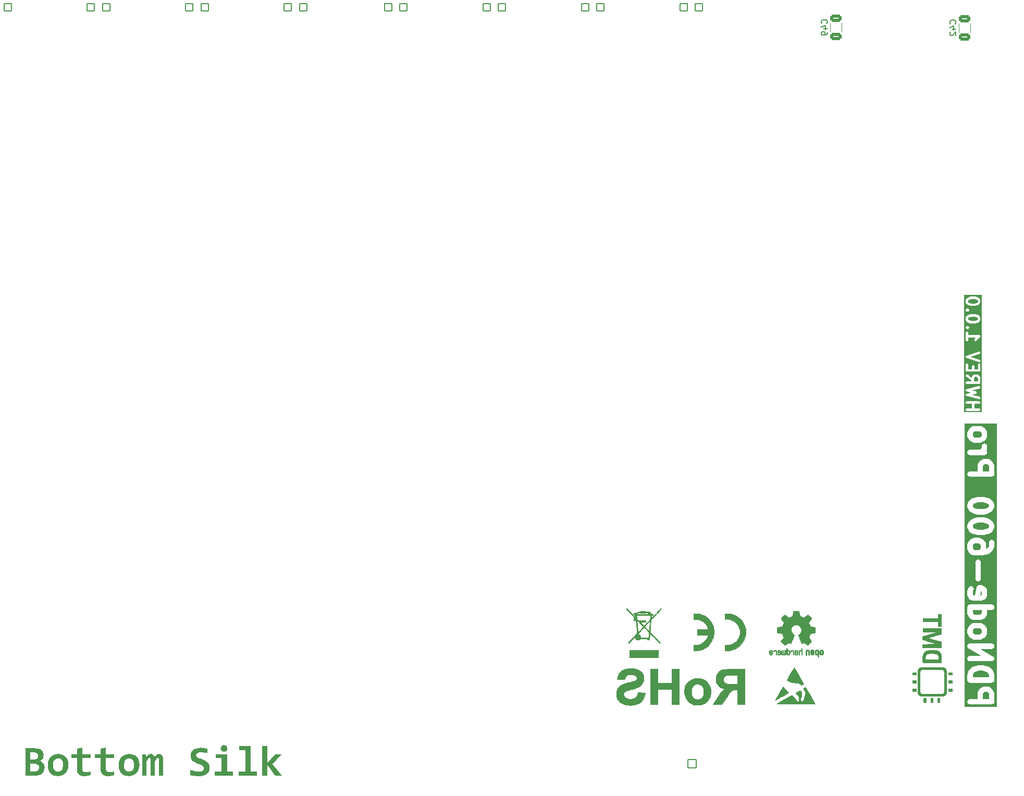
<source format=gbr>
%TF.GenerationSoftware,KiCad,Pcbnew,9.0.7*%
%TF.CreationDate,2026-03-01T13:00:01+01:00*%
%TF.ProjectId,PDNode_Baseboard,50444e6f-6465-45f4-9261-7365626f6172,rev?*%
%TF.SameCoordinates,Original*%
%TF.FileFunction,Legend,Bot*%
%TF.FilePolarity,Positive*%
%FSLAX46Y46*%
G04 Gerber Fmt 4.6, Leading zero omitted, Abs format (unit mm)*
G04 Created by KiCad (PCBNEW 9.0.7) date 2026-03-01 13:00:01*
%MOMM*%
%LPD*%
G01*
G04 APERTURE LIST*
G04 Aperture macros list*
%AMRoundRect*
0 Rectangle with rounded corners*
0 $1 Rounding radius*
0 $2 $3 $4 $5 $6 $7 $8 $9 X,Y pos of 4 corners*
0 Add a 4 corners polygon primitive as box body*
4,1,4,$2,$3,$4,$5,$6,$7,$8,$9,$2,$3,0*
0 Add four circle primitives for the rounded corners*
1,1,$1+$1,$2,$3*
1,1,$1+$1,$4,$5*
1,1,$1+$1,$6,$7*
1,1,$1+$1,$8,$9*
0 Add four rect primitives between the rounded corners*
20,1,$1+$1,$2,$3,$4,$5,0*
20,1,$1+$1,$4,$5,$6,$7,0*
20,1,$1+$1,$6,$7,$8,$9,0*
20,1,$1+$1,$8,$9,$2,$3,0*%
G04 Aperture macros list end*
%ADD10C,0.000000*%
%ADD11C,0.300000*%
%ADD12C,0.400000*%
%ADD13C,0.875000*%
%ADD14C,0.150000*%
%ADD15C,0.120000*%
%ADD16C,0.010000*%
%ADD17C,1.026200*%
%ADD18C,2.350000*%
%ADD19RoundRect,0.102000X-0.604000X0.604000X-0.604000X-0.604000X0.604000X-0.604000X0.604000X0.604000X0*%
%ADD20C,1.412000*%
%ADD21R,1.000000X1.000000*%
%ADD22C,1.000000*%
%ADD23C,0.800000*%
%ADD24C,6.400000*%
%ADD25C,0.650000*%
%ADD26O,1.000000X2.100000*%
%ADD27O,1.000000X1.600000*%
%ADD28C,3.250000*%
%ADD29RoundRect,0.102000X0.699000X0.699000X-0.699000X0.699000X-0.699000X-0.699000X0.699000X-0.699000X0*%
%ADD30C,1.602000*%
%ADD31C,1.734000*%
%ADD32C,2.649000*%
%ADD33R,1.500000X1.500000*%
%ADD34C,1.500000*%
%ADD35C,3.500000*%
%ADD36C,2.006600*%
%ADD37C,1.650000*%
%ADD38C,1.150000*%
%ADD39RoundRect,0.250000X-0.650000X0.325000X-0.650000X-0.325000X0.650000X-0.325000X0.650000X0.325000X0*%
G04 APERTURE END LIST*
D10*
G36*
X196218281Y28200000D02*
G01*
X195519781Y28200000D01*
X195519781Y28668312D01*
X196218281Y28668312D01*
X196218281Y28200000D01*
G37*
G36*
X190302414Y31315945D02*
G01*
X190308976Y31315928D01*
X190315538Y31315854D01*
X190322099Y31315706D01*
X190328656Y31315468D01*
X190329967Y31314143D01*
X190330499Y31313577D01*
X190330958Y31313053D01*
X190331350Y31312553D01*
X190331682Y31312060D01*
X190331959Y31311558D01*
X190332190Y31311028D01*
X190332379Y31310454D01*
X190332535Y31309819D01*
X190332662Y31309105D01*
X190332769Y31308296D01*
X190332861Y31307374D01*
X190332944Y31306322D01*
X190333113Y31303759D01*
X190333102Y31293394D01*
X190333118Y31281562D01*
X190333075Y31268424D01*
X190333044Y31224639D01*
X190333004Y31195658D01*
X190332982Y31152431D01*
X190332873Y31079080D01*
X190332625Y30847156D01*
X189650000Y30847156D01*
X189650000Y31315468D01*
X189880124Y31315657D01*
X190026109Y31315754D01*
X190134182Y31315839D01*
X190191213Y31315871D01*
X190245847Y31315921D01*
X190265907Y31315919D01*
X190294006Y31315955D01*
X190302414Y31315945D01*
G37*
G36*
X190332625Y29521593D02*
G01*
X189650000Y29521593D01*
X189650000Y30009749D01*
X190332625Y30009749D01*
X190332625Y29521593D01*
G37*
G36*
X193355820Y35994608D02*
G01*
X193357081Y35994572D01*
X193358238Y35994500D01*
X193359325Y35994382D01*
X193360378Y35994205D01*
X193361430Y35993959D01*
X193362517Y35993632D01*
X193363674Y35993211D01*
X193364936Y35992686D01*
X193366337Y35992044D01*
X193367912Y35991275D01*
X193371726Y35989306D01*
X193376656Y35986686D01*
X193360781Y35986686D01*
X193360781Y35978750D01*
X193355518Y35978765D01*
X193353342Y35978802D01*
X193351417Y35978874D01*
X193349701Y35978992D01*
X193348154Y35979168D01*
X193346734Y35979414D01*
X193346060Y35979567D01*
X193345402Y35979742D01*
X193344756Y35979939D01*
X193344116Y35980162D01*
X193343478Y35980411D01*
X193342836Y35980687D01*
X193341521Y35981329D01*
X193340131Y35982098D01*
X193338624Y35983007D01*
X193336961Y35984066D01*
X193333000Y35986686D01*
X193352843Y35986686D01*
X193352843Y35994624D01*
X193355820Y35994608D01*
G37*
G36*
X195709746Y31316003D02*
G01*
X195806401Y31315993D01*
X195919191Y31315986D01*
X196016601Y31316007D01*
X196074596Y31316001D01*
X196130140Y31316003D01*
X196150533Y31315982D01*
X196179098Y31315991D01*
X196187645Y31315972D01*
X196194313Y31315948D01*
X196200982Y31315867D01*
X196207649Y31315713D01*
X196214312Y31315468D01*
X196215623Y31314143D01*
X196216155Y31313577D01*
X196216614Y31313053D01*
X196217006Y31312553D01*
X196217338Y31312060D01*
X196217615Y31311558D01*
X196217846Y31311028D01*
X196218035Y31310454D01*
X196218191Y31309819D01*
X196218318Y31309105D01*
X196218425Y31308296D01*
X196218517Y31307374D01*
X196218600Y31306322D01*
X196218769Y31303759D01*
X196218758Y31293394D01*
X196218775Y31281562D01*
X196218731Y31268424D01*
X196218700Y31224639D01*
X196218660Y31195658D01*
X196218638Y31152431D01*
X196218529Y31079080D01*
X196218281Y30847156D01*
X195519781Y30847156D01*
X195519533Y31079080D01*
X195519405Y31181887D01*
X195519393Y31209537D01*
X195519329Y31254475D01*
X195519330Y31268424D01*
X195519287Y31281562D01*
X195519304Y31293394D01*
X195519322Y31297923D01*
X195519397Y31302451D01*
X195519545Y31306978D01*
X195519781Y31311500D01*
X195521113Y31312810D01*
X195521695Y31313343D01*
X195522251Y31313802D01*
X195522804Y31314194D01*
X195523375Y31314525D01*
X195523986Y31314804D01*
X195524661Y31315034D01*
X195525422Y31315225D01*
X195526290Y31315381D01*
X195527288Y31315509D01*
X195528439Y31315617D01*
X195531287Y31315795D01*
X195535012Y31315968D01*
X195550417Y31315972D01*
X195577602Y31315995D01*
X195597603Y31315989D01*
X195651937Y31316009D01*
X195709746Y31316003D01*
G37*
G36*
X194448219Y38784655D02*
G01*
X193880687Y38784655D01*
X193880687Y39479187D01*
X191368469Y39479187D01*
X191368469Y40098311D01*
X193880687Y40098311D01*
X193880687Y40772998D01*
X194448219Y40772998D01*
X194448219Y38784655D01*
G37*
G36*
X196218281Y29521593D02*
G01*
X195519781Y29521593D01*
X195519781Y30009749D01*
X196218281Y30009749D01*
X196218281Y29521593D01*
G37*
G36*
X194218031Y26382312D02*
G01*
X193765594Y26382312D01*
X193765594Y27132406D01*
X194218031Y27132406D01*
X194218031Y26382312D01*
G37*
G36*
X194448219Y37510687D02*
G01*
X194434375Y37505537D01*
X194420686Y37500628D01*
X194413830Y37498284D01*
X194406930Y37496026D01*
X194399956Y37493860D01*
X194392882Y37491797D01*
X194384407Y37489455D01*
X194355306Y37481320D01*
X194334238Y37475446D01*
X194289201Y37462851D01*
X194180612Y37432476D01*
X194144046Y37422229D01*
X193948736Y37367058D01*
X193934017Y37362851D01*
X193798460Y37323783D01*
X193663023Y37284299D01*
X193534493Y37246924D01*
X193405829Y37210009D01*
X193217683Y37156013D01*
X193029737Y37101323D01*
X192911442Y37066762D01*
X192835584Y37044634D01*
X192782848Y37029246D01*
X192595123Y36974340D01*
X192548357Y36960005D01*
X192501758Y36945178D01*
X192455380Y36929734D01*
X192409272Y36913551D01*
X192391080Y36907020D01*
X192336843Y36887593D01*
X192402045Y36871877D01*
X192467060Y36855537D01*
X192531924Y36838609D01*
X192596675Y36821131D01*
X192648073Y36807084D01*
X192735051Y36783347D01*
X192940537Y36727337D01*
X192950511Y36724626D01*
X193105157Y36682795D01*
X193259923Y36641412D01*
X193269748Y36638802D01*
X193482203Y36582705D01*
X193583209Y36556063D01*
X193683981Y36528773D01*
X193784477Y36500491D01*
X193884656Y36470874D01*
X193916091Y36461357D01*
X193947562Y36451956D01*
X193956589Y36449294D01*
X193986130Y36440769D01*
X194015752Y36432636D01*
X194045483Y36424909D01*
X194075350Y36417600D01*
X194089636Y36414242D01*
X194125862Y36405713D01*
X194162137Y36397392D01*
X194210539Y36386245D01*
X194232138Y36380627D01*
X194256473Y36373647D01*
X194326759Y36351605D01*
X194448219Y36312124D01*
X194448219Y35296124D01*
X191316875Y35296124D01*
X191316875Y35911281D01*
X191410438Y35914482D01*
X191457187Y35915630D01*
X191503994Y35916252D01*
X191528806Y35916429D01*
X191598023Y35916950D01*
X191673369Y35917507D01*
X191812698Y35918547D01*
X191950931Y35919563D01*
X191959643Y35919628D01*
X192003465Y35919960D01*
X192312981Y35922262D01*
X192613908Y35924489D01*
X192623304Y35924559D01*
X192716784Y35925260D01*
X192907376Y35926685D01*
X192916232Y35926751D01*
X193494388Y35931028D01*
X193507625Y35931124D01*
X193485211Y35944785D01*
X193467398Y35955225D01*
X193459680Y35959441D01*
X193452466Y35963095D01*
X193445542Y35966270D01*
X193438694Y35969046D01*
X193431704Y35971506D01*
X193424359Y35973730D01*
X193416444Y35975800D01*
X193407743Y35977797D01*
X193387124Y35981899D01*
X193360781Y35986686D01*
X193360781Y35978750D01*
X193355526Y35978753D01*
X193351480Y35978779D01*
X193349824Y35978807D01*
X193348366Y35978849D01*
X193347071Y35978907D01*
X193345905Y35978984D01*
X193344833Y35979084D01*
X193343820Y35979208D01*
X193342830Y35979360D01*
X193341830Y35979542D01*
X193340785Y35979757D01*
X193339659Y35980008D01*
X193337028Y35980628D01*
X193328254Y35983412D01*
X193317617Y35986735D01*
X193304152Y35990960D01*
X193290671Y35995135D01*
X193247770Y36008356D01*
X193228516Y36014304D01*
X193187338Y36027022D01*
X193121930Y36047219D01*
X193110891Y36050626D01*
X193088854Y36057427D01*
X192959015Y36097519D01*
X192749423Y36161898D01*
X192644378Y36193260D01*
X192539030Y36223589D01*
X192475842Y36241396D01*
X192467812Y36243663D01*
X192411025Y36259943D01*
X192354429Y36276736D01*
X192298022Y36294156D01*
X192241802Y36312321D01*
X192228199Y36316837D01*
X192200951Y36325882D01*
X192187475Y36330357D01*
X192174125Y36334790D01*
X192038679Y36377450D01*
X191945813Y36406007D01*
X191852584Y36433364D01*
X191716044Y36472425D01*
X191514006Y36530634D01*
X191469424Y36543552D01*
X191336718Y36581999D01*
X191336718Y37189218D01*
X191365353Y37197024D01*
X191393949Y37204965D01*
X191405548Y37208327D01*
X191419079Y37212248D01*
X191433395Y37216410D01*
X191489895Y37232860D01*
X191498445Y37235355D01*
X191618627Y37270807D01*
X191678606Y37288899D01*
X191738493Y37307317D01*
X191876020Y37349419D01*
X192013857Y37390369D01*
X192151969Y37430384D01*
X192290319Y37469686D01*
X192457870Y37516920D01*
X192468308Y37519864D01*
X192832684Y37623271D01*
X192873187Y37634829D01*
X192999227Y37670850D01*
X193125067Y37707559D01*
X193153218Y37715923D01*
X193187007Y37725936D01*
X193220766Y37736051D01*
X193259606Y37747654D01*
X193278986Y37753116D01*
X193298412Y37758225D01*
X193317938Y37762887D01*
X193337619Y37767008D01*
X193357508Y37770492D01*
X193377659Y37773245D01*
X193389628Y37774618D01*
X193401844Y37776242D01*
X193407975Y37777221D01*
X193414086Y37778350D01*
X193420148Y37779660D01*
X193426133Y37781178D01*
X193432014Y37782935D01*
X193437763Y37784960D01*
X193443352Y37787282D01*
X193448755Y37789930D01*
X193453942Y37792934D01*
X193456446Y37794579D01*
X193458887Y37796323D01*
X193461259Y37798172D01*
X193463561Y37800127D01*
X193465788Y37802193D01*
X193467937Y37804374D01*
X193208069Y37808531D01*
X192948177Y37810847D01*
X192825448Y37811758D01*
X192604709Y37813413D01*
X192591460Y37813511D01*
X192538333Y37813904D01*
X192392689Y37814983D01*
X192379531Y37815080D01*
X192158770Y37816737D01*
X192035325Y37817660D01*
X191623468Y37821174D01*
X191611396Y37821310D01*
X191368469Y37824218D01*
X191368469Y38475093D01*
X194448219Y38475093D01*
X194448219Y37510687D01*
G37*
G36*
X190332625Y28200000D02*
G01*
X189650000Y28200000D01*
X189650000Y28668312D01*
X190332625Y28668312D01*
X190332625Y28200000D01*
G37*
G36*
X193094875Y26382312D02*
G01*
X192626562Y26382312D01*
X192626562Y27128437D01*
X193094875Y27128437D01*
X193094875Y26382312D01*
G37*
G36*
X191363972Y32153874D02*
G01*
X191450956Y32153884D01*
X191580914Y32153853D01*
X191800032Y32153842D01*
X192018167Y32153782D01*
X192031895Y32153782D01*
X192087101Y32153783D01*
X192604728Y32153691D01*
X193064186Y32153610D01*
X193093660Y32153610D01*
X193108382Y32153610D01*
X193181788Y32153611D01*
X193196421Y32153612D01*
X193582190Y32153573D01*
X193596083Y32153571D01*
X193651390Y32153560D01*
X193842517Y32153537D01*
X194090088Y32153486D01*
X194209652Y32153453D01*
X194408797Y32153320D01*
X194508366Y32152708D01*
X194607929Y32151354D01*
X194621326Y32151102D01*
X194658343Y32150387D01*
X194669367Y32150141D01*
X194678578Y32149947D01*
X194687783Y32149700D01*
X194696986Y32149365D01*
X194706187Y32148905D01*
X194734997Y32145385D01*
X194763612Y32140606D01*
X194791971Y32134575D01*
X194820013Y32127299D01*
X194847676Y32118784D01*
X194874900Y32109037D01*
X194901622Y32098062D01*
X194927783Y32085868D01*
X194953319Y32072459D01*
X194978171Y32057843D01*
X195002277Y32042026D01*
X195025575Y32025013D01*
X195048005Y32006812D01*
X195069504Y31987428D01*
X195090013Y31966869D01*
X195109469Y31945139D01*
X195114968Y31938562D01*
X195137971Y31909386D01*
X195158717Y31879295D01*
X195177310Y31848350D01*
X195193857Y31816613D01*
X195208463Y31784147D01*
X195221234Y31751013D01*
X195232275Y31717273D01*
X195241692Y31682990D01*
X195249591Y31648226D01*
X195256076Y31613042D01*
X195261253Y31577501D01*
X195265229Y31541664D01*
X195268108Y31505595D01*
X195269996Y31469353D01*
X195270999Y31433003D01*
X195271222Y31396606D01*
X195271178Y31357196D01*
X195271150Y31287395D01*
X195271035Y31182425D01*
X195270876Y30991954D01*
X195270675Y30822696D01*
X195270659Y30799800D01*
X195270635Y30765173D01*
X195269889Y30184545D01*
X195269611Y30014370D01*
X195268134Y29202071D01*
X195267925Y29098561D01*
X195267256Y28784481D01*
X195267191Y28757254D01*
X195267159Y28743772D01*
X195266960Y28652813D01*
X195265905Y28338198D01*
X195265720Y28303133D01*
X195264754Y28157381D01*
X195264395Y28111476D01*
X195263962Y28051215D01*
X195263538Y28021086D01*
X195262865Y27990962D01*
X195261468Y27963993D01*
X195259056Y27936857D01*
X195255604Y27909647D01*
X195251085Y27882460D01*
X195245472Y27855390D01*
X195238738Y27828533D01*
X195230856Y27801983D01*
X195221800Y27775836D01*
X195211543Y27750186D01*
X195200058Y27725130D01*
X195187319Y27700761D01*
X195173298Y27677175D01*
X195157970Y27654468D01*
X195141306Y27632733D01*
X195123281Y27612067D01*
X195103868Y27592564D01*
X195095125Y27584843D01*
X195063029Y27557901D01*
X195030269Y27533488D01*
X194996853Y27511494D01*
X194962787Y27491814D01*
X194928080Y27474339D01*
X194892737Y27458961D01*
X194856766Y27445572D01*
X194820175Y27434066D01*
X194782971Y27424333D01*
X194745161Y27416268D01*
X194706752Y27409761D01*
X194667751Y27404705D01*
X194628166Y27400993D01*
X194588004Y27398516D01*
X194547272Y27397168D01*
X194505978Y27396839D01*
X194465320Y27396883D01*
X194393189Y27396911D01*
X194284384Y27397027D01*
X194086116Y27397186D01*
X193909781Y27397387D01*
X193885930Y27397403D01*
X193849827Y27397427D01*
X193248789Y27398149D01*
X193029377Y27398474D01*
X192164209Y27399852D01*
X192130156Y27399912D01*
X192121648Y27399928D01*
X191993731Y27400151D01*
X191639564Y27400806D01*
X191487631Y27401102D01*
X191379880Y27401309D01*
X191359809Y27401347D01*
X191295000Y27401485D01*
X191235442Y27401593D01*
X191213582Y27401653D01*
X191187168Y27401715D01*
X191160760Y27401938D01*
X191134356Y27402416D01*
X191107955Y27403247D01*
X191098089Y27403669D01*
X191092762Y27403907D01*
X191087512Y27404257D01*
X191082333Y27404717D01*
X191077214Y27405287D01*
X191072148Y27405962D01*
X191067125Y27406743D01*
X191062139Y27407626D01*
X191057180Y27408609D01*
X191047311Y27410871D01*
X191037450Y27413511D01*
X191027530Y27416514D01*
X191017485Y27419865D01*
X191009715Y27422931D01*
X191000714Y27426442D01*
X190991181Y27430116D01*
X190981618Y27433713D01*
X190960697Y27441788D01*
X190940133Y27450402D01*
X190919936Y27459563D01*
X190900116Y27469283D01*
X190880685Y27479573D01*
X190861651Y27490442D01*
X190843025Y27501901D01*
X190824819Y27513961D01*
X190807041Y27526632D01*
X190789702Y27539925D01*
X190772813Y27553850D01*
X190756384Y27568418D01*
X190740425Y27583639D01*
X190724946Y27599524D01*
X190709958Y27616083D01*
X190695471Y27633327D01*
X190689812Y27640406D01*
X190681033Y27651646D01*
X190672526Y27663087D01*
X190664297Y27674722D01*
X190656352Y27686547D01*
X190648697Y27698555D01*
X190641338Y27710742D01*
X190634281Y27723101D01*
X190627532Y27735629D01*
X190621097Y27748318D01*
X190614981Y27761163D01*
X190609192Y27774160D01*
X190603734Y27787302D01*
X190598614Y27800584D01*
X190593837Y27814001D01*
X190589411Y27827547D01*
X190585339Y27841217D01*
X190582656Y27850750D01*
X190576593Y27872070D01*
X190572043Y27889840D01*
X190570270Y27898151D01*
X190568796Y27906484D01*
X190567596Y27915142D01*
X190566643Y27924428D01*
X190565374Y27946098D01*
X190564779Y27973917D01*
X190564777Y28057710D01*
X190564814Y28113539D01*
X190564813Y28211632D01*
X190564902Y28358345D01*
X190564966Y28605394D01*
X190565119Y28851156D01*
X190565120Y28866589D01*
X190565126Y28928640D01*
X190565151Y29109988D01*
X190565153Y29117973D01*
X190565360Y29502122D01*
X190565608Y30036569D01*
X190565611Y30053211D01*
X190565626Y30136217D01*
X190565627Y30144494D01*
X190565634Y30185799D01*
X190565793Y30704271D01*
X190565851Y30858114D01*
X190566010Y31183264D01*
X190566091Y31317811D01*
X190566118Y31365863D01*
X190985959Y31365863D01*
X190985995Y31357454D01*
X190985998Y31349044D01*
X190985960Y31325525D01*
X190985996Y31302006D01*
X190986040Y31250434D01*
X190986068Y31159932D01*
X190986183Y31024738D01*
X190986342Y30783694D01*
X190986547Y30572117D01*
X190986564Y30543791D01*
X190986590Y30501116D01*
X190987318Y29836494D01*
X190987587Y29643251D01*
X190988744Y28940064D01*
X190989095Y28755200D01*
X190989590Y28516244D01*
X190989848Y28401264D01*
X190990051Y28305508D01*
X190990180Y28257190D01*
X190990262Y28212930D01*
X190990332Y28196695D01*
X190990517Y28178754D01*
X190991155Y28160848D01*
X190992288Y28143007D01*
X190993957Y28125258D01*
X190996203Y28107632D01*
X190999068Y28090157D01*
X191002593Y28072862D01*
X191006819Y28055775D01*
X191011788Y28038925D01*
X191017540Y28022342D01*
X191024118Y28006053D01*
X191031562Y27990089D01*
X191039914Y27974477D01*
X191049214Y27959247D01*
X191059505Y27944428D01*
X191070828Y27930047D01*
X191087254Y27914800D01*
X191104153Y27901120D01*
X191121506Y27888927D01*
X191139294Y27878141D01*
X191157500Y27868681D01*
X191176103Y27860469D01*
X191195085Y27853425D01*
X191214427Y27847468D01*
X191234111Y27842519D01*
X191254118Y27838499D01*
X191274428Y27835326D01*
X191295024Y27832922D01*
X191315885Y27831207D01*
X191336994Y27830101D01*
X191358332Y27829524D01*
X191379880Y27829396D01*
X191423217Y27829422D01*
X191499383Y27829417D01*
X191613363Y27829477D01*
X191805521Y27829515D01*
X191997294Y27829621D01*
X192009365Y27829622D01*
X192057914Y27829624D01*
X192500764Y27829781D01*
X192917296Y27829951D01*
X192930195Y27829952D01*
X192981701Y27829958D01*
X193007388Y27829960D01*
X193033025Y27829963D01*
X193445728Y27830070D01*
X193565790Y27830109D01*
X193981913Y27830187D01*
X194398030Y27832006D01*
X194432162Y27832265D01*
X194457941Y27832429D01*
X194483720Y27832662D01*
X194502126Y27832872D01*
X194517617Y27833093D01*
X194532884Y27833663D01*
X194547984Y27834623D01*
X194562968Y27836017D01*
X194577892Y27837887D01*
X194592810Y27840276D01*
X194607776Y27843226D01*
X194622843Y27846781D01*
X194636286Y27851676D01*
X194649202Y27857150D01*
X194661606Y27863191D01*
X194673511Y27869788D01*
X194684932Y27876928D01*
X194695881Y27884601D01*
X194706372Y27892794D01*
X194716419Y27901497D01*
X194726035Y27910698D01*
X194735235Y27920385D01*
X194744031Y27930547D01*
X194752438Y27941172D01*
X194760468Y27952249D01*
X194768136Y27963766D01*
X194775455Y27975712D01*
X194782439Y27988076D01*
X194786554Y27995857D01*
X194797760Y28028792D01*
X194806167Y28054835D01*
X194809441Y28066023D01*
X194812158Y28076389D01*
X194814368Y28086234D01*
X194816117Y28095859D01*
X194817455Y28105563D01*
X194818429Y28115647D01*
X194819087Y28126412D01*
X194819477Y28138158D01*
X194819645Y28165794D01*
X194819317Y28200960D01*
X194819262Y28222604D01*
X194819279Y28244248D01*
X194819281Y28320381D01*
X194819191Y28434249D01*
X194819127Y28626304D01*
X194818974Y28817966D01*
X194818973Y28830038D01*
X194818967Y28878597D01*
X194818740Y29321460D01*
X194818486Y29737763D01*
X194818484Y29750651D01*
X194818469Y29814955D01*
X194818466Y29827783D01*
X194818461Y29853401D01*
X194818301Y30266154D01*
X194818242Y30386177D01*
X194818009Y30810177D01*
X194815985Y31234170D01*
X194815672Y31271387D01*
X194815179Y31328023D01*
X194814954Y31348310D01*
X194814717Y31366548D01*
X194814190Y31384690D01*
X194813268Y31402743D01*
X194811845Y31420717D01*
X194809818Y31438619D01*
X194808545Y31447546D01*
X194807082Y31456459D01*
X194805416Y31465358D01*
X194803533Y31474245D01*
X194801421Y31483120D01*
X194799066Y31491984D01*
X194796724Y31499767D01*
X194793561Y31509890D01*
X194790171Y31519829D01*
X194786548Y31529609D01*
X194782680Y31539258D01*
X194778559Y31548801D01*
X194774176Y31558265D01*
X194769522Y31567678D01*
X194764587Y31577065D01*
X194757781Y31589312D01*
X194754726Y31595526D01*
X194751497Y31601221D01*
X194748088Y31606436D01*
X194744494Y31611213D01*
X194740712Y31615590D01*
X194736734Y31619609D01*
X194732558Y31623310D01*
X194728177Y31626732D01*
X194723587Y31629917D01*
X194718783Y31632903D01*
X194713759Y31635733D01*
X194708512Y31638444D01*
X194703035Y31641079D01*
X194697324Y31643676D01*
X194685181Y31648921D01*
X194678196Y31651847D01*
X194671240Y31654817D01*
X194664315Y31657856D01*
X194657421Y31660988D01*
X194648396Y31665265D01*
X194639358Y31669515D01*
X194630533Y31673648D01*
X194620850Y31678123D01*
X194611159Y31682219D01*
X194601451Y31685947D01*
X194591721Y31689316D01*
X194581960Y31692338D01*
X194572162Y31695023D01*
X194562320Y31697381D01*
X194552427Y31699423D01*
X194542475Y31701160D01*
X194532458Y31702602D01*
X194522368Y31703759D01*
X194512199Y31704642D01*
X194501943Y31705262D01*
X194491593Y31705628D01*
X194481142Y31705753D01*
X194470583Y31705645D01*
X194460661Y31705462D01*
X194450740Y31705326D01*
X194407205Y31704854D01*
X194372695Y31704453D01*
X194338183Y31704244D01*
X194326412Y31704217D01*
X194302333Y31704161D01*
X194238757Y31703957D01*
X194211833Y31703847D01*
X194198029Y31703791D01*
X194124613Y31703503D01*
X194085503Y31703352D01*
X194077532Y31703321D01*
X193995422Y31703002D01*
X193627837Y31701604D01*
X193618269Y31701569D01*
X192961146Y31699460D01*
X192950124Y31699429D01*
X192762694Y31698910D01*
X191551774Y31694941D01*
X191473468Y31694606D01*
X191381579Y31694203D01*
X191336581Y31693975D01*
X191296297Y31693804D01*
X191281773Y31693702D01*
X191270353Y31693571D01*
X191259211Y31693175D01*
X191248327Y31692487D01*
X191237683Y31691482D01*
X191227258Y31690135D01*
X191217032Y31688420D01*
X191206986Y31686312D01*
X191197100Y31683786D01*
X191187353Y31680816D01*
X191177727Y31677377D01*
X191168201Y31673443D01*
X191158756Y31668989D01*
X191149371Y31663989D01*
X191140027Y31658419D01*
X191130704Y31652252D01*
X191121383Y31645463D01*
X191110500Y31636937D01*
X191095913Y31625909D01*
X191088674Y31620299D01*
X191081571Y31614532D01*
X191078095Y31611568D01*
X191074680Y31608540D01*
X191071337Y31605438D01*
X191068075Y31602253D01*
X191064903Y31598978D01*
X191061831Y31595603D01*
X191058867Y31592121D01*
X191056022Y31588521D01*
X191050969Y31581374D01*
X191042322Y31569075D01*
X191034373Y31556658D01*
X191027102Y31544114D01*
X191020492Y31531436D01*
X191014524Y31518616D01*
X191009179Y31505644D01*
X191004439Y31492514D01*
X191000286Y31479217D01*
X190996700Y31465745D01*
X190993665Y31452090D01*
X190991160Y31438244D01*
X190989169Y31424199D01*
X190987671Y31409946D01*
X190986649Y31395478D01*
X190986085Y31380786D01*
X190985959Y31365863D01*
X190566118Y31365863D01*
X190566153Y31430120D01*
X190566197Y31486773D01*
X190566220Y31538803D01*
X190566249Y31557781D01*
X190566280Y31592121D01*
X190566548Y31609291D01*
X190567160Y31626439D01*
X190568251Y31643544D01*
X190569954Y31660591D01*
X190571076Y31669086D01*
X190572401Y31677559D01*
X190573946Y31686009D01*
X190575726Y31694432D01*
X190577695Y31702421D01*
X190582645Y31720926D01*
X190588392Y31739453D01*
X190594902Y31757955D01*
X190602142Y31776382D01*
X190610077Y31794688D01*
X190618672Y31812825D01*
X190627895Y31830743D01*
X190637710Y31848396D01*
X190648084Y31865735D01*
X190658982Y31882711D01*
X190670370Y31899278D01*
X190682214Y31915387D01*
X190694480Y31930990D01*
X190707134Y31946038D01*
X190720142Y31960484D01*
X190733468Y31974281D01*
X190763968Y32002307D01*
X190795504Y32027321D01*
X190828019Y32049488D01*
X190861458Y32068973D01*
X190895766Y32085942D01*
X190930886Y32100560D01*
X190966764Y32112994D01*
X191003342Y32123408D01*
X191040567Y32131969D01*
X191078382Y32138841D01*
X191116731Y32144190D01*
X191155559Y32148182D01*
X191194810Y32150982D01*
X191234429Y32152756D01*
X191314546Y32153888D01*
X191363972Y32153874D01*
G37*
G36*
X192661560Y34914965D02*
G01*
X192830949Y34914291D01*
X192994675Y34913622D01*
X193004885Y34913587D01*
X193015082Y34913551D01*
X193035429Y34913481D01*
X193045575Y34913445D01*
X193203767Y34912841D01*
X193260541Y34912621D01*
X193350948Y34912254D01*
X193384697Y34912096D01*
X193474335Y34911441D01*
X193519144Y34910717D01*
X193563954Y34909611D01*
X193572358Y34909360D01*
X193589735Y34908873D01*
X193607106Y34908293D01*
X193624465Y34907463D01*
X193633137Y34906906D01*
X193641802Y34906228D01*
X193686756Y34900026D01*
X193730525Y34891421D01*
X193773130Y34880492D01*
X193814589Y34867322D01*
X193854924Y34851991D01*
X193894154Y34834582D01*
X193932299Y34815177D01*
X193969378Y34793855D01*
X194005413Y34770700D01*
X194040422Y34745792D01*
X194074426Y34719213D01*
X194107444Y34691045D01*
X194139497Y34661368D01*
X194170604Y34630266D01*
X194200785Y34597818D01*
X194230061Y34564107D01*
X194241843Y34550000D01*
X194253793Y34535767D01*
X194265489Y34521461D01*
X194276903Y34507023D01*
X194288004Y34492397D01*
X194298762Y34477524D01*
X194309147Y34462347D01*
X194319130Y34446808D01*
X194328679Y34430849D01*
X194333125Y34422999D01*
X194371115Y34353319D01*
X194386485Y34319784D01*
X194399663Y34284010D01*
X194410819Y34243666D01*
X194420119Y34196420D01*
X194433832Y34071902D01*
X194442149Y33891803D01*
X194446420Y33637476D01*
X194448219Y32831531D01*
X193932281Y32831531D01*
X191352594Y32831531D01*
X191346655Y32970703D01*
X191340126Y33109837D01*
X191325639Y33402583D01*
X191321719Y33550581D01*
X191322402Y33652387D01*
X191844170Y33652387D01*
X191844986Y33606506D01*
X191846796Y33554977D01*
X191852656Y33430812D01*
X193932281Y33430812D01*
X193934780Y33658335D01*
X193934453Y33716428D01*
X193932915Y33774349D01*
X193929749Y33831770D01*
X193924540Y33888363D01*
X193923103Y33899621D01*
X193920746Y33916217D01*
X193917893Y33932342D01*
X193914527Y33948023D01*
X193910633Y33963285D01*
X193906193Y33978153D01*
X193901192Y33992654D01*
X193895612Y34006814D01*
X193889436Y34020658D01*
X193882649Y34034212D01*
X193875234Y34047501D01*
X193867174Y34060552D01*
X193858452Y34073390D01*
X193849053Y34086042D01*
X193838959Y34098532D01*
X193828154Y34110887D01*
X193816621Y34123132D01*
X193786156Y34151989D01*
X193755227Y34177846D01*
X193723802Y34200862D01*
X193691849Y34221195D01*
X193659339Y34239003D01*
X193626238Y34254444D01*
X193592515Y34267676D01*
X193558139Y34278857D01*
X193523079Y34288145D01*
X193487302Y34295699D01*
X193450777Y34301677D01*
X193413473Y34306236D01*
X193375359Y34309534D01*
X193336402Y34311731D01*
X193296571Y34312983D01*
X193255835Y34313449D01*
X193199866Y34313689D01*
X193105014Y34314124D01*
X192972687Y34314702D01*
X192712080Y34315751D01*
X192672682Y34315874D01*
X192580770Y34316135D01*
X192551838Y34316184D01*
X192496977Y34316306D01*
X192469497Y34316144D01*
X192442014Y34315673D01*
X192414551Y34314774D01*
X192387129Y34313326D01*
X192359771Y34311210D01*
X192332500Y34308306D01*
X192322457Y34306913D01*
X192291077Y34302087D01*
X192259797Y34296113D01*
X192244240Y34292650D01*
X192228762Y34288846D01*
X192213381Y34284683D01*
X192198115Y34280145D01*
X192182983Y34275212D01*
X192168002Y34269866D01*
X192153190Y34264091D01*
X192138565Y34257868D01*
X192124146Y34251180D01*
X192109950Y34244008D01*
X192095996Y34236335D01*
X192082301Y34228143D01*
X192070937Y34220593D01*
X192059423Y34212964D01*
X192048194Y34205233D01*
X192037263Y34197304D01*
X192031915Y34193235D01*
X192026647Y34189080D01*
X192021461Y34184827D01*
X192016360Y34180464D01*
X192011344Y34175979D01*
X192006417Y34171359D01*
X192001579Y34166593D01*
X191996833Y34161668D01*
X191992181Y34156573D01*
X191987625Y34151295D01*
X191979656Y34141218D01*
X191931628Y34029506D01*
X191912268Y33982868D01*
X191895763Y33940989D01*
X191881927Y33902828D01*
X191870573Y33867344D01*
X191861516Y33833497D01*
X191854570Y33800246D01*
X191849548Y33766550D01*
X191846265Y33731368D01*
X191844534Y33693661D01*
X191844170Y33652387D01*
X191322402Y33652387D01*
X191322712Y33698675D01*
X191325683Y33772528D01*
X191330641Y33846128D01*
X191337838Y33919382D01*
X191347528Y33992199D01*
X191359964Y34064485D01*
X191375397Y34136149D01*
X191394083Y34207098D01*
X191416272Y34277239D01*
X191420062Y34288062D01*
X191432016Y34320967D01*
X191444894Y34353704D01*
X191458770Y34386134D01*
X191473718Y34418120D01*
X191481617Y34433902D01*
X191489812Y34449522D01*
X191498312Y34464960D01*
X191507126Y34480201D01*
X191516264Y34495227D01*
X191525734Y34510021D01*
X191535546Y34524564D01*
X191545710Y34538841D01*
X191551031Y34546031D01*
X191560884Y34559416D01*
X191570796Y34572756D01*
X191577572Y34581749D01*
X191583023Y34588884D01*
X191588547Y34595881D01*
X191594164Y34602747D01*
X191599892Y34609491D01*
X191605752Y34616120D01*
X191611762Y34622643D01*
X191617943Y34629067D01*
X191624314Y34635399D01*
X191630406Y34641280D01*
X191639584Y34650707D01*
X191688956Y34695416D01*
X191739830Y34734829D01*
X191792128Y34769278D01*
X191845774Y34799091D01*
X191900693Y34824599D01*
X191956808Y34846131D01*
X192014042Y34864017D01*
X192072320Y34878587D01*
X192131566Y34890170D01*
X192191703Y34899098D01*
X192252654Y34905699D01*
X192314345Y34910303D01*
X192376698Y34913240D01*
X192439637Y34914841D01*
X192566971Y34915350D01*
X192661560Y34914965D01*
G37*
G36*
X191936000Y26398187D02*
G01*
X191483562Y26398187D01*
X191483562Y27132406D01*
X191936000Y27132406D01*
X191936000Y26398187D01*
G37*
D11*
G36*
X47385348Y18984756D02*
G01*
X47697390Y18929633D01*
X47943674Y18846451D01*
X48136131Y18739681D01*
X48300795Y18592536D01*
X48418107Y18414540D01*
X48491182Y18199505D01*
X48517149Y17937649D01*
X48507254Y17772917D01*
X48477765Y17613111D01*
X48427628Y17460818D01*
X48356560Y17322462D01*
X48264753Y17197958D01*
X48151701Y17087989D01*
X48019412Y16998086D01*
X47861357Y16928315D01*
X48024578Y16887724D01*
X48180705Y16820543D01*
X48323362Y16728262D01*
X48447235Y16612021D01*
X48548818Y16474034D01*
X48628280Y16309770D01*
X48677602Y16128664D01*
X48694836Y15920203D01*
X48663350Y15585143D01*
X48574920Y15309731D01*
X48433720Y15081861D01*
X48237186Y14893467D01*
X48003560Y14752878D01*
X47713510Y14645459D01*
X47355346Y14575414D01*
X46915222Y14550000D01*
X45552347Y14550000D01*
X45552347Y15233880D01*
X46385825Y15233880D01*
X46973229Y15233880D01*
X47167525Y15247464D01*
X47326771Y15285171D01*
X47468910Y15347732D01*
X47581089Y15427138D01*
X47671440Y15526194D01*
X47736488Y15640850D01*
X47776193Y15767709D01*
X47789611Y15904327D01*
X47764532Y16087310D01*
X47692800Y16236161D01*
X47572540Y16359229D01*
X47418663Y16444227D01*
X47203652Y16501707D01*
X46908505Y16523483D01*
X46385825Y16523483D01*
X46385825Y15233880D01*
X45552347Y15233880D01*
X45552347Y17168284D01*
X46385825Y17168284D01*
X46894766Y17168284D01*
X47090888Y17181598D01*
X47241286Y17217438D01*
X47373024Y17277471D01*
X47473622Y17352992D01*
X47551846Y17446414D01*
X47603376Y17551134D01*
X47632712Y17665921D01*
X47642760Y17791714D01*
X47632186Y17913143D01*
X47601849Y18018860D01*
X47548906Y18112356D01*
X47470263Y18191661D01*
X47370648Y18252964D01*
X47237927Y18301571D01*
X47088441Y18330047D01*
X46894766Y18340649D01*
X46385825Y18340649D01*
X46385825Y17168284D01*
X45552347Y17168284D01*
X45552347Y19004990D01*
X46993685Y19004990D01*
X47385348Y18984756D01*
G37*
G36*
X51289330Y18056776D02*
G01*
X51606821Y17972453D01*
X51889365Y17829518D01*
X52122479Y17633261D01*
X52306584Y17386008D01*
X52445185Y17076387D01*
X52526953Y16729016D01*
X52556315Y16308244D01*
X52526283Y15910777D01*
X52439995Y15560250D01*
X52296411Y15242229D01*
X52105382Y14979257D01*
X51863785Y14765969D01*
X51568964Y14604650D01*
X51236740Y14506437D01*
X50845089Y14471843D01*
X50472097Y14501174D01*
X50155103Y14584194D01*
X49872655Y14725477D01*
X49639445Y14919723D01*
X49455194Y15166148D01*
X49314908Y15478429D01*
X49232115Y15830288D01*
X49202251Y16260616D01*
X49203812Y16281072D01*
X50069618Y16281072D01*
X50097992Y15926729D01*
X50173875Y15662643D01*
X50288215Y15468048D01*
X50450612Y15317035D01*
X50646339Y15226497D01*
X50886000Y15194802D01*
X51084546Y15216490D01*
X51247784Y15277844D01*
X51387016Y15377162D01*
X51497217Y15508654D01*
X51579621Y15666164D01*
X51640710Y15856700D01*
X51676317Y16061554D01*
X51688643Y16287788D01*
X51662017Y16640928D01*
X51591153Y16902585D01*
X51485311Y17093790D01*
X51332076Y17241295D01*
X51136789Y17331454D01*
X50886000Y17363678D01*
X50678446Y17341270D01*
X50513529Y17278804D01*
X50373769Y17178410D01*
X50260738Y17046162D01*
X50176195Y16889104D01*
X50115719Y16701780D01*
X50081434Y16500775D01*
X50069618Y16281072D01*
X49203812Y16281072D01*
X49232774Y16660681D01*
X49320098Y17009831D01*
X49465516Y17325863D01*
X49658069Y17585634D01*
X49900950Y17796186D01*
X50196014Y17955356D01*
X50527590Y18052578D01*
X50913477Y18086637D01*
X51289330Y18056776D01*
G37*
G36*
X56137526Y14589079D02*
G01*
X55683235Y14503900D01*
X55249398Y14471843D01*
X54920425Y14491211D01*
X54660162Y14543894D01*
X54429727Y14637021D01*
X54250140Y14763408D01*
X54110707Y14928845D01*
X54011087Y15138931D01*
X53954987Y15379281D01*
X53934456Y15682371D01*
X53934456Y17383218D01*
X53002059Y17383218D01*
X53002059Y18028019D01*
X53934456Y18028019D01*
X53934456Y18918894D01*
X54788390Y19141766D01*
X54788390Y18028019D01*
X56137526Y18028019D01*
X56137526Y17383218D01*
X54788390Y17383218D01*
X54788390Y15740990D01*
X54805796Y15546116D01*
X54852801Y15399186D01*
X54924860Y15289140D01*
X55026958Y15209238D01*
X55174245Y15156272D01*
X55382816Y15136183D01*
X55782153Y15171599D01*
X56137526Y15253420D01*
X56137526Y14589079D01*
G37*
G36*
X59981909Y14589079D02*
G01*
X59527617Y14503900D01*
X59093781Y14471843D01*
X58764807Y14491211D01*
X58504545Y14543894D01*
X58274110Y14637021D01*
X58094522Y14763408D01*
X57955089Y14928845D01*
X57855469Y15138931D01*
X57799369Y15379281D01*
X57778838Y15682371D01*
X57778838Y17383218D01*
X56846441Y17383218D01*
X56846441Y18028019D01*
X57778838Y18028019D01*
X57778838Y18918894D01*
X58632772Y19141766D01*
X58632772Y18028019D01*
X59981909Y18028019D01*
X59981909Y17383218D01*
X58632772Y17383218D01*
X58632772Y15740990D01*
X58650178Y15546116D01*
X58697183Y15399186D01*
X58769243Y15289140D01*
X58871341Y15209238D01*
X59018627Y15156272D01*
X59227198Y15136183D01*
X59626535Y15171599D01*
X59981909Y15253420D01*
X59981909Y14589079D01*
G37*
G36*
X62822477Y18056776D02*
G01*
X63139969Y17972453D01*
X63422512Y17829518D01*
X63655626Y17633261D01*
X63839732Y17386008D01*
X63978332Y17076387D01*
X64060100Y16729016D01*
X64089463Y16308244D01*
X64059431Y15910777D01*
X63973142Y15560250D01*
X63829558Y15242229D01*
X63638529Y14979257D01*
X63396932Y14765969D01*
X63102111Y14604650D01*
X62769887Y14506437D01*
X62378236Y14471843D01*
X62005244Y14501174D01*
X61688250Y14584194D01*
X61405802Y14725477D01*
X61172593Y14919723D01*
X60988342Y15166148D01*
X60848055Y15478429D01*
X60765262Y15830288D01*
X60735398Y16260616D01*
X60736959Y16281072D01*
X61602765Y16281072D01*
X61631139Y15926729D01*
X61707023Y15662643D01*
X61821363Y15468048D01*
X61983759Y15317035D01*
X62179486Y15226497D01*
X62419147Y15194802D01*
X62617693Y15216490D01*
X62780932Y15277844D01*
X62920164Y15377162D01*
X63030365Y15508654D01*
X63112768Y15666164D01*
X63173857Y15856700D01*
X63209464Y16061554D01*
X63221790Y16287788D01*
X63195165Y16640928D01*
X63124301Y16902585D01*
X63018458Y17093790D01*
X62865223Y17241295D01*
X62669937Y17331454D01*
X62419147Y17363678D01*
X62211593Y17341270D01*
X62046677Y17278804D01*
X61906916Y17178410D01*
X61793885Y17046162D01*
X61709342Y16889104D01*
X61648866Y16701780D01*
X61614581Y16500775D01*
X61602765Y16281072D01*
X60736959Y16281072D01*
X60765921Y16660681D01*
X60853245Y17009831D01*
X60998663Y17325863D01*
X61191216Y17585634D01*
X61434098Y17796186D01*
X61729161Y17955356D01*
X62060737Y18052578D01*
X62446624Y18086637D01*
X62822477Y18056776D01*
G37*
G36*
X67257598Y14550000D02*
G01*
X67257598Y16905112D01*
X67250576Y17131342D01*
X67223404Y17292848D01*
X67163564Y17389934D01*
X67119235Y17413565D01*
X67056097Y17422296D01*
X66958278Y17391388D01*
X66847575Y17279414D01*
X66749017Y17108651D01*
X66615239Y16792760D01*
X66615239Y14550000D01*
X65901439Y14550000D01*
X65901439Y16905112D01*
X65894417Y17131342D01*
X65867245Y17292848D01*
X65805879Y17389934D01*
X65760005Y17413629D01*
X65696581Y17422296D01*
X65612230Y17393199D01*
X65498439Y17279414D01*
X65394286Y17108268D01*
X65256028Y16792760D01*
X65256028Y14550000D01*
X64535206Y14550000D01*
X64535206Y18028019D01*
X65153446Y18028019D01*
X65167184Y17521520D01*
X65317394Y17780417D01*
X65477983Y17957188D01*
X65567230Y18016960D01*
X65660555Y18056412D01*
X65880984Y18086637D01*
X66068838Y18067935D01*
X66212942Y18016779D01*
X66323369Y17936733D01*
X66407689Y17828279D01*
X66465734Y17692197D01*
X66495865Y17521520D01*
X66657982Y17780417D01*
X66825288Y17957188D01*
X66916607Y18016833D01*
X67013355Y18056412D01*
X67236837Y18086637D01*
X67475760Y18054876D01*
X67657802Y17966513D01*
X67797069Y17821939D01*
X67890953Y17636189D01*
X67954267Y17381726D01*
X67978114Y17038530D01*
X67978114Y14550000D01*
X67257598Y14550000D01*
G37*
G36*
X75506289Y15897610D02*
G01*
X75470907Y15548722D01*
X75371345Y15262884D01*
X75209388Y15016867D01*
X74993990Y14818057D01*
X74733606Y14667365D01*
X74416661Y14557022D01*
X74072950Y14493881D01*
X73685764Y14471843D01*
X73337371Y14482152D01*
X73006158Y14512448D01*
X72680457Y14566456D01*
X72357083Y14647698D01*
X72357083Y15468354D01*
X72684979Y15369435D01*
X73028446Y15288530D01*
X73371607Y15234186D01*
X73702861Y15214341D01*
X73933037Y15225480D01*
X74109526Y15255252D01*
X74266770Y15306304D01*
X74382772Y15368214D01*
X74475600Y15448390D01*
X74536340Y15538879D01*
X74572045Y15642108D01*
X74584273Y15757781D01*
X74560048Y15910292D01*
X74490239Y16032249D01*
X74384468Y16134283D01*
X74242638Y16228254D01*
X73892455Y16381822D01*
X73492812Y16528673D01*
X73093170Y16706054D01*
X72906755Y16817381D01*
X72742987Y16951518D01*
X72605094Y17111068D01*
X72495386Y17301091D01*
X72426594Y17517244D01*
X72401657Y17790492D01*
X72425739Y18047255D01*
X72497217Y18288443D01*
X72618996Y18507355D01*
X72797636Y18699381D01*
X73024342Y18853270D01*
X73323674Y18979039D01*
X73663097Y19055056D01*
X74099145Y19083148D01*
X74377277Y19069714D01*
X74664262Y19035520D01*
X74937509Y18985756D01*
X75178393Y18926832D01*
X75178393Y18164795D01*
X74939341Y18242952D01*
X74671284Y18304929D01*
X74392847Y18345840D01*
X74126623Y18360189D01*
X73913027Y18350428D01*
X73750794Y18324468D01*
X73605984Y18280288D01*
X73498003Y18226161D01*
X73411426Y18154979D01*
X73354510Y18071982D01*
X73321573Y17976788D01*
X73310241Y17868955D01*
X73333769Y17738649D01*
X73403969Y17628376D01*
X73509508Y17535764D01*
X73653402Y17447637D01*
X74005112Y17297733D01*
X74408112Y17147523D01*
X74811113Y16964952D01*
X74998205Y16851055D01*
X75163128Y16716129D01*
X75302625Y16556976D01*
X75412256Y16369915D01*
X75481492Y16158529D01*
X75506289Y15897610D01*
G37*
G36*
X78384081Y18983619D02*
G01*
X78373657Y18873402D01*
X78342865Y18771128D01*
X78293568Y18677679D01*
X78228376Y18597715D01*
X78149041Y18532058D01*
X78055879Y18481089D01*
X77953655Y18449226D01*
X77840946Y18438347D01*
X77727977Y18449185D01*
X77624180Y18481089D01*
X77529677Y18532135D01*
X77449852Y18597715D01*
X77384834Y18677646D01*
X77335363Y18771128D01*
X77304801Y18873388D01*
X77294452Y18983619D01*
X77304808Y19094114D01*
X77335363Y19196415D01*
X77384761Y19290171D01*
X77449852Y19371354D01*
X77529821Y19438325D01*
X77624180Y19489507D01*
X77727991Y19521642D01*
X77840946Y19532555D01*
X77953641Y19521601D01*
X78055879Y19489507D01*
X78148899Y19438403D01*
X78228376Y19371354D01*
X78293641Y19290138D01*
X78342865Y19196415D01*
X78373651Y19094100D01*
X78384081Y18983619D01*
G37*
G36*
X77462064Y17383218D02*
G01*
X76481734Y17383218D01*
X76481734Y18028019D01*
X78315693Y18028019D01*
X78315693Y15194802D01*
X79316478Y15194802D01*
X79316478Y14550000D01*
X76362055Y14550000D01*
X76362055Y15194802D01*
X77462064Y15194802D01*
X77462064Y17383218D01*
G37*
G36*
X81306446Y18731438D02*
G01*
X80326117Y18731438D01*
X80326117Y19376239D01*
X82160075Y19376239D01*
X82160075Y15194802D01*
X83160860Y15194802D01*
X83160860Y14550000D01*
X80206438Y14550000D01*
X80206438Y15194802D01*
X81306446Y15194802D01*
X81306446Y18731438D01*
G37*
G36*
X86178786Y14550000D02*
G01*
X84898037Y16285041D01*
X84898037Y14550000D01*
X84064559Y14550000D01*
X84064559Y19376239D01*
X84898037Y19376239D01*
X84898037Y16551571D01*
X86110398Y18028019D01*
X87152094Y18028019D01*
X85744949Y16443188D01*
X87268414Y14550000D01*
X86178786Y14550000D01*
G37*
D12*
G36*
X200216423Y79304895D02*
G01*
X200265761Y79255557D01*
X200325370Y79136339D01*
X200325370Y78621647D01*
X199677751Y78621647D01*
X199677751Y79136339D01*
X199737359Y79255556D01*
X199786700Y79304896D01*
X199905917Y79364504D01*
X200097205Y79364504D01*
X200216423Y79304895D01*
G37*
G36*
X200074611Y89090088D02*
G01*
X200216423Y89019182D01*
X200265761Y88969844D01*
X200325370Y88850626D01*
X200325370Y88754575D01*
X200265761Y88635357D01*
X200216423Y88586020D01*
X200074611Y88515114D01*
X199738843Y88431172D01*
X199311898Y88431172D01*
X198976126Y88515115D01*
X198834318Y88586019D01*
X198784980Y88635357D01*
X198725370Y88754576D01*
X198725370Y88850626D01*
X198784980Y88969845D01*
X198834318Y89019182D01*
X198976126Y89090086D01*
X199311898Y89174029D01*
X199738843Y89174029D01*
X200074611Y89090088D01*
G37*
G36*
X200074611Y91947231D02*
G01*
X200216423Y91876325D01*
X200265761Y91826987D01*
X200325370Y91707769D01*
X200325370Y91611718D01*
X200265761Y91492500D01*
X200216423Y91443163D01*
X200074611Y91372257D01*
X199738843Y91288315D01*
X199311898Y91288315D01*
X198976126Y91372258D01*
X198834318Y91443162D01*
X198784980Y91492500D01*
X198725370Y91611719D01*
X198725370Y91707769D01*
X198784980Y91826988D01*
X198834318Y91876325D01*
X198976126Y91947229D01*
X199311898Y92031172D01*
X199738843Y92031172D01*
X200074611Y91947231D01*
G37*
G36*
X200947592Y73618473D02*
G01*
X198103148Y73618473D01*
X198103148Y75222570D01*
X198329213Y75222570D01*
X198329213Y75144534D01*
X198359076Y75072438D01*
X198414256Y75017258D01*
X198486352Y74987395D01*
X198525370Y74983552D01*
X199372989Y74983552D01*
X199372989Y74240695D01*
X198525370Y74240695D01*
X198486352Y74236852D01*
X198414256Y74206989D01*
X198359076Y74151809D01*
X198329213Y74079713D01*
X198329213Y74001677D01*
X198359076Y73929581D01*
X198414256Y73874401D01*
X198486352Y73844538D01*
X198525370Y73840695D01*
X200525370Y73840695D01*
X200564388Y73844538D01*
X200636484Y73874401D01*
X200691664Y73929581D01*
X200721527Y74001677D01*
X200721527Y74079713D01*
X200691664Y74151809D01*
X200636484Y74206989D01*
X200564388Y74236852D01*
X200525370Y74240695D01*
X199772989Y74240695D01*
X199772989Y74983552D01*
X200525370Y74983552D01*
X200564388Y74987395D01*
X200636484Y75017258D01*
X200691664Y75072438D01*
X200721527Y75144534D01*
X200721527Y75222570D01*
X200691664Y75294666D01*
X200636484Y75349846D01*
X200564388Y75379709D01*
X200525370Y75383552D01*
X198525370Y75383552D01*
X198486352Y75379709D01*
X198414256Y75349846D01*
X198359076Y75294666D01*
X198329213Y75222570D01*
X198103148Y75222570D01*
X198103148Y77176075D01*
X198325510Y77176075D01*
X198332235Y77147827D01*
X198336061Y77119037D01*
X198341206Y77110149D01*
X198343585Y77100161D01*
X198360608Y77076638D01*
X198375160Y77051503D01*
X198383313Y77045262D01*
X198389334Y77036943D01*
X198414066Y77021723D01*
X198437127Y77004072D01*
X198451521Y76998675D01*
X198455795Y76996044D01*
X198460579Y76995277D01*
X198473838Y76990305D01*
X199177733Y76802600D01*
X198473837Y76614894D01*
X198460578Y76609922D01*
X198455795Y76609155D01*
X198451521Y76606526D01*
X198437127Y76601127D01*
X198414066Y76583477D01*
X198389334Y76568256D01*
X198383313Y76559938D01*
X198375160Y76553696D01*
X198360609Y76528564D01*
X198343585Y76505038D01*
X198341206Y76495049D01*
X198336061Y76486161D01*
X198332236Y76457374D01*
X198325510Y76429124D01*
X198327135Y76418985D01*
X198325783Y76408805D01*
X198333265Y76380747D01*
X198337862Y76352072D01*
X198343244Y76343327D01*
X198345890Y76333404D01*
X198363540Y76310344D01*
X198378761Y76285611D01*
X198387079Y76279591D01*
X198393321Y76271437D01*
X198418453Y76256887D01*
X198441979Y76239862D01*
X198456512Y76234853D01*
X198460856Y76232338D01*
X198465660Y76231700D01*
X198479046Y76227086D01*
X200479046Y75750896D01*
X200517893Y75745597D01*
X200594946Y75757949D01*
X200661406Y75798847D01*
X200707156Y75862066D01*
X200725230Y75937980D01*
X200712878Y76015032D01*
X200671980Y76081493D01*
X200608761Y76127242D01*
X200571694Y76140018D01*
X199342744Y76432625D01*
X200005475Y76609353D01*
X200014614Y76612781D01*
X200018456Y76613291D01*
X200023017Y76615932D01*
X200042185Y76623120D01*
X200063145Y76639164D01*
X200085991Y76652390D01*
X200093864Y76662678D01*
X200104152Y76670551D01*
X200117378Y76693397D01*
X200133422Y76714357D01*
X200136759Y76726875D01*
X200143251Y76738086D01*
X200146728Y76764257D01*
X200153529Y76789758D01*
X200151823Y76802597D01*
X200153530Y76815442D01*
X200146726Y76840954D01*
X200143251Y76867115D01*
X200136761Y76878325D01*
X200133423Y76890843D01*
X200117375Y76911809D01*
X200104152Y76934649D01*
X200093867Y76942522D01*
X200085992Y76952810D01*
X200063142Y76966039D01*
X200042185Y76982080D01*
X200023021Y76989267D01*
X200018457Y76991909D01*
X200014613Y76992420D01*
X200005474Y76995847D01*
X199342745Y77172575D01*
X200571694Y77465181D01*
X200608761Y77477957D01*
X200671980Y77523706D01*
X200712878Y77590167D01*
X200725230Y77667219D01*
X200707156Y77743133D01*
X200661406Y77806352D01*
X200594946Y77847250D01*
X200517893Y77859602D01*
X200479046Y77854303D01*
X198479046Y77378113D01*
X198465660Y77373500D01*
X198460855Y77372861D01*
X198456509Y77370346D01*
X198441979Y77365337D01*
X198418455Y77348314D01*
X198393321Y77333762D01*
X198387079Y77325609D01*
X198378761Y77319588D01*
X198363540Y77294856D01*
X198345890Y77271795D01*
X198343244Y77261873D01*
X198337862Y77253127D01*
X198333265Y77224453D01*
X198325783Y77196394D01*
X198327135Y77186215D01*
X198325510Y77176075D01*
X198103148Y77176075D01*
X198103148Y79568839D01*
X198325417Y79568839D01*
X198338979Y79491990D01*
X198380917Y79426181D01*
X198410677Y79400658D01*
X199277751Y78793706D01*
X199277751Y78621647D01*
X198525370Y78621647D01*
X198486352Y78617804D01*
X198414256Y78587941D01*
X198359076Y78532761D01*
X198329213Y78460665D01*
X198329213Y78382629D01*
X198359076Y78310533D01*
X198414256Y78255353D01*
X198486352Y78225490D01*
X198525370Y78221647D01*
X200525370Y78221647D01*
X200564388Y78225490D01*
X200636484Y78255353D01*
X200691664Y78310533D01*
X200721527Y78382629D01*
X200725370Y78421647D01*
X200725370Y79183552D01*
X200721527Y79222570D01*
X200718777Y79229208D01*
X200718268Y79236377D01*
X200704256Y79272994D01*
X200609017Y79463471D01*
X200598447Y79480263D01*
X200596426Y79485142D01*
X200591918Y79490635D01*
X200588131Y79496651D01*
X200584139Y79500113D01*
X200571553Y79515449D01*
X200476315Y79610687D01*
X200460979Y79623274D01*
X200457517Y79627265D01*
X200451500Y79631053D01*
X200446008Y79635560D01*
X200441128Y79637582D01*
X200424337Y79648151D01*
X200233861Y79743389D01*
X200197243Y79757402D01*
X200190073Y79757912D01*
X200183436Y79760661D01*
X200144418Y79764504D01*
X199858704Y79764504D01*
X199819686Y79760661D01*
X199813048Y79757912D01*
X199805879Y79757402D01*
X199769262Y79743390D01*
X199578785Y79648151D01*
X199561996Y79637583D01*
X199557115Y79635561D01*
X199551620Y79631052D01*
X199545605Y79627265D01*
X199542143Y79623275D01*
X199526808Y79610688D01*
X199431568Y79515450D01*
X199418980Y79500113D01*
X199414990Y79496651D01*
X199411202Y79490635D01*
X199406696Y79485143D01*
X199404675Y79480265D01*
X199394104Y79463471D01*
X199298866Y79272995D01*
X199297113Y79268415D01*
X198640063Y79728350D01*
X198605894Y79747577D01*
X198529705Y79764457D01*
X198452856Y79750895D01*
X198387047Y79708957D01*
X198342297Y79645028D01*
X198325417Y79568839D01*
X198103148Y79568839D01*
X198103148Y81374028D01*
X198325370Y81374028D01*
X198325370Y80421647D01*
X198329213Y80382629D01*
X198359076Y80310533D01*
X198414256Y80255353D01*
X198486352Y80225490D01*
X198525370Y80221647D01*
X200525370Y80221647D01*
X200564388Y80225490D01*
X200636484Y80255353D01*
X200691664Y80310533D01*
X200721527Y80382629D01*
X200725370Y80421647D01*
X200725370Y81374028D01*
X200721527Y81413046D01*
X200691664Y81485142D01*
X200636484Y81540322D01*
X200564388Y81570185D01*
X200486352Y81570185D01*
X200414256Y81540322D01*
X200359076Y81485142D01*
X200329213Y81413046D01*
X200325370Y81374028D01*
X200325370Y80621647D01*
X199772989Y80621647D01*
X199772989Y81088314D01*
X199769146Y81127332D01*
X199739283Y81199428D01*
X199684103Y81254608D01*
X199612007Y81284471D01*
X199533971Y81284471D01*
X199461875Y81254608D01*
X199406695Y81199428D01*
X199376832Y81127332D01*
X199372989Y81088314D01*
X199372989Y80621647D01*
X198725370Y80621647D01*
X198725370Y81374028D01*
X198721527Y81413046D01*
X198691664Y81485142D01*
X198636484Y81540322D01*
X198564388Y81570185D01*
X198486352Y81570185D01*
X198414256Y81540322D01*
X198359076Y81485142D01*
X198329213Y81413046D01*
X198325370Y81374028D01*
X198103148Y81374028D01*
X198103148Y82637138D01*
X198326941Y82637138D01*
X198328718Y82612123D01*
X198326941Y82587108D01*
X198331459Y82573554D01*
X198332472Y82559298D01*
X198343689Y82536864D01*
X198351618Y82513077D01*
X198360979Y82502283D01*
X198367371Y82489500D01*
X198386316Y82473070D01*
X198402747Y82454124D01*
X198415529Y82447733D01*
X198426324Y82438371D01*
X198462125Y82422386D01*
X200462125Y81755720D01*
X200500356Y81747028D01*
X200578195Y81752559D01*
X200647993Y81787458D01*
X200699122Y81846411D01*
X200723800Y81920442D01*
X200718268Y81998282D01*
X200683369Y82068080D01*
X200624416Y82119209D01*
X200588616Y82135194D01*
X199157826Y82612124D01*
X200588615Y83089053D01*
X200624416Y83105038D01*
X200683369Y83156167D01*
X200718267Y83225965D01*
X200723799Y83303805D01*
X200699122Y83377836D01*
X200647993Y83436789D01*
X200578195Y83471688D01*
X200500355Y83477219D01*
X200462124Y83468527D01*
X198462124Y82801860D01*
X198426324Y82785875D01*
X198415529Y82776514D01*
X198402747Y82770122D01*
X198386316Y82751177D01*
X198367371Y82734746D01*
X198360979Y82721964D01*
X198351618Y82711169D01*
X198343689Y82687382D01*
X198332472Y82664948D01*
X198331459Y82650693D01*
X198326941Y82637138D01*
X198103148Y82637138D01*
X198103148Y86516886D01*
X198325370Y86516886D01*
X198325370Y85374029D01*
X198329213Y85335011D01*
X198359076Y85262915D01*
X198414256Y85207735D01*
X198486352Y85177872D01*
X198564388Y85177872D01*
X198636484Y85207735D01*
X198691664Y85262915D01*
X198721527Y85335011D01*
X198725370Y85374029D01*
X198725370Y85745457D01*
X199947290Y85745457D01*
X199907759Y85705926D01*
X199895172Y85690591D01*
X199891181Y85687128D01*
X199887393Y85681112D01*
X199882886Y85675619D01*
X199880864Y85670740D01*
X199870295Y85653948D01*
X199775057Y85463472D01*
X199761044Y85426854D01*
X199755512Y85349015D01*
X199780190Y85274983D01*
X199831319Y85216030D01*
X199901117Y85181131D01*
X199978956Y85175599D01*
X200052988Y85200277D01*
X200111941Y85251406D01*
X200132827Y85284586D01*
X200213551Y85446035D01*
X200367074Y85599557D01*
X200636310Y85779047D01*
X200636418Y85779136D01*
X200636484Y85779163D01*
X200636630Y85779310D01*
X200666643Y85803888D01*
X200677660Y85820340D01*
X200691664Y85834343D01*
X200699163Y85852449D01*
X200710065Y85868727D01*
X200713948Y85888143D01*
X200721527Y85906439D01*
X200721527Y85926035D01*
X200725370Y85945248D01*
X200721527Y85964673D01*
X200721527Y85984475D01*
X200714027Y86002582D01*
X200710225Y86021800D01*
X200699243Y86038273D01*
X200691664Y86056571D01*
X200677806Y86070429D01*
X200666939Y86086730D01*
X200650487Y86097748D01*
X200636484Y86111751D01*
X200618378Y86119251D01*
X200602100Y86130152D01*
X200582684Y86134036D01*
X200564388Y86141614D01*
X200525781Y86145417D01*
X200525579Y86145457D01*
X200525509Y86145444D01*
X200525370Y86145457D01*
X198725370Y86145457D01*
X198725370Y86516886D01*
X198721527Y86555904D01*
X198691664Y86628000D01*
X198636484Y86683180D01*
X198564388Y86713043D01*
X198486352Y86713043D01*
X198414256Y86683180D01*
X198359076Y86628000D01*
X198329213Y86555904D01*
X198325370Y86516886D01*
X198103148Y86516886D01*
X198103148Y87413047D01*
X198329213Y87413047D01*
X198329213Y87335011D01*
X198359076Y87262915D01*
X198359077Y87262914D01*
X198383949Y87232607D01*
X198479189Y87137369D01*
X198509496Y87112496D01*
X198581592Y87082633D01*
X198659628Y87082634D01*
X198731724Y87112497D01*
X198731728Y87112502D01*
X198762030Y87137370D01*
X198857268Y87232608D01*
X198882141Y87262915D01*
X198912004Y87335011D01*
X198912004Y87413047D01*
X198882141Y87485143D01*
X198882140Y87485144D01*
X198857268Y87515450D01*
X198762030Y87610688D01*
X198731728Y87635557D01*
X198731724Y87635561D01*
X198659628Y87665424D01*
X198581592Y87665425D01*
X198509496Y87635562D01*
X198479189Y87610689D01*
X198383949Y87515451D01*
X198359077Y87485144D01*
X198359076Y87485143D01*
X198329213Y87413047D01*
X198103148Y87413047D01*
X198103148Y88897839D01*
X198325370Y88897839D01*
X198325370Y88707362D01*
X198329213Y88668344D01*
X198331963Y88661704D01*
X198332473Y88654536D01*
X198346485Y88617919D01*
X198441724Y88427443D01*
X198452292Y88410654D01*
X198454315Y88405772D01*
X198458826Y88400275D01*
X198462611Y88394263D01*
X198466599Y88390804D01*
X198479188Y88375465D01*
X198574426Y88280227D01*
X198589762Y88267641D01*
X198593224Y88263649D01*
X198599240Y88259862D01*
X198604733Y88255354D01*
X198609612Y88253333D01*
X198626404Y88242763D01*
X198816881Y88147524D01*
X198819736Y88146432D01*
X198820895Y88145573D01*
X198837258Y88139727D01*
X198853498Y88133512D01*
X198854936Y88133410D01*
X198857816Y88132381D01*
X199238768Y88037144D01*
X199245531Y88036144D01*
X199248257Y88035015D01*
X199262959Y88033567D01*
X199277553Y88031409D01*
X199280466Y88031843D01*
X199287275Y88031172D01*
X199763466Y88031172D01*
X199770274Y88031843D01*
X199773188Y88031409D01*
X199787789Y88033568D01*
X199802484Y88035015D01*
X199805206Y88036143D01*
X199811973Y88037143D01*
X200192925Y88132381D01*
X200195804Y88133410D01*
X200197243Y88133512D01*
X200213471Y88139723D01*
X200229846Y88145573D01*
X200231005Y88146433D01*
X200233861Y88147525D01*
X200424337Y88242763D01*
X200441128Y88253333D01*
X200446008Y88255354D01*
X200451500Y88259862D01*
X200457517Y88263649D01*
X200460979Y88267641D01*
X200476315Y88280227D01*
X200571553Y88375465D01*
X200584139Y88390802D01*
X200588131Y88394263D01*
X200591918Y88400280D01*
X200596426Y88405772D01*
X200598447Y88410652D01*
X200609017Y88427443D01*
X200704256Y88617920D01*
X200718268Y88654537D01*
X200718777Y88661707D01*
X200721527Y88668344D01*
X200725370Y88707362D01*
X200725370Y88897839D01*
X200721527Y88936857D01*
X200718777Y88943495D01*
X200718268Y88950664D01*
X200704256Y88987281D01*
X200609017Y89177758D01*
X200598447Y89194550D01*
X200596426Y89199429D01*
X200591918Y89204922D01*
X200588131Y89210938D01*
X200584139Y89214400D01*
X200571553Y89229736D01*
X200476315Y89324974D01*
X200460979Y89337561D01*
X200457517Y89341552D01*
X200451500Y89345340D01*
X200446008Y89349847D01*
X200441128Y89351869D01*
X200424337Y89362438D01*
X200233861Y89457676D01*
X200231005Y89458769D01*
X200229846Y89459628D01*
X200213471Y89465479D01*
X200197243Y89471689D01*
X200195804Y89471792D01*
X200192925Y89472820D01*
X199811973Y89568058D01*
X199805206Y89569059D01*
X199802484Y89570186D01*
X199787789Y89571634D01*
X199773188Y89573792D01*
X199770274Y89573359D01*
X199763466Y89574029D01*
X199287275Y89574029D01*
X199280466Y89573359D01*
X199277553Y89573792D01*
X199262959Y89571635D01*
X199248257Y89570186D01*
X199245531Y89569058D01*
X199238768Y89568057D01*
X198857816Y89472820D01*
X198854936Y89471792D01*
X198853498Y89471689D01*
X198837258Y89465475D01*
X198820895Y89459628D01*
X198819736Y89458770D01*
X198816881Y89457677D01*
X198626404Y89362438D01*
X198609612Y89351869D01*
X198604733Y89349847D01*
X198599240Y89345340D01*
X198593224Y89341552D01*
X198589762Y89337561D01*
X198574426Y89324974D01*
X198479188Y89229736D01*
X198466599Y89214398D01*
X198462611Y89210938D01*
X198458826Y89204927D01*
X198454315Y89199429D01*
X198452292Y89194548D01*
X198441724Y89177758D01*
X198346485Y88987282D01*
X198332473Y88950665D01*
X198331963Y88943498D01*
X198329213Y88936857D01*
X198325370Y88897839D01*
X198103148Y88897839D01*
X198103148Y90270190D01*
X198329213Y90270190D01*
X198329213Y90192154D01*
X198359076Y90120058D01*
X198359077Y90120057D01*
X198383949Y90089750D01*
X198479189Y89994512D01*
X198509496Y89969639D01*
X198581592Y89939776D01*
X198659628Y89939777D01*
X198731724Y89969640D01*
X198731728Y89969645D01*
X198762030Y89994513D01*
X198857268Y90089751D01*
X198882141Y90120058D01*
X198912004Y90192154D01*
X198912004Y90270190D01*
X198882141Y90342286D01*
X198882140Y90342287D01*
X198857268Y90372593D01*
X198762030Y90467831D01*
X198731728Y90492700D01*
X198731724Y90492704D01*
X198659628Y90522567D01*
X198581592Y90522568D01*
X198509496Y90492705D01*
X198479189Y90467832D01*
X198383949Y90372594D01*
X198359077Y90342287D01*
X198359076Y90342286D01*
X198329213Y90270190D01*
X198103148Y90270190D01*
X198103148Y91754982D01*
X198325370Y91754982D01*
X198325370Y91564505D01*
X198329213Y91525487D01*
X198331963Y91518847D01*
X198332473Y91511679D01*
X198346485Y91475062D01*
X198441724Y91284586D01*
X198452292Y91267797D01*
X198454315Y91262915D01*
X198458826Y91257418D01*
X198462611Y91251406D01*
X198466599Y91247947D01*
X198479188Y91232608D01*
X198574426Y91137370D01*
X198589762Y91124784D01*
X198593224Y91120792D01*
X198599240Y91117005D01*
X198604733Y91112497D01*
X198609612Y91110476D01*
X198626404Y91099906D01*
X198816881Y91004667D01*
X198819736Y91003575D01*
X198820895Y91002716D01*
X198837258Y90996870D01*
X198853498Y90990655D01*
X198854936Y90990553D01*
X198857816Y90989524D01*
X199238768Y90894287D01*
X199245531Y90893287D01*
X199248257Y90892158D01*
X199262959Y90890710D01*
X199277553Y90888552D01*
X199280466Y90888986D01*
X199287275Y90888315D01*
X199763466Y90888315D01*
X199770274Y90888986D01*
X199773188Y90888552D01*
X199787789Y90890711D01*
X199802484Y90892158D01*
X199805206Y90893286D01*
X199811973Y90894286D01*
X200192925Y90989524D01*
X200195804Y90990553D01*
X200197243Y90990655D01*
X200213471Y90996866D01*
X200229846Y91002716D01*
X200231005Y91003576D01*
X200233861Y91004668D01*
X200424337Y91099906D01*
X200441128Y91110476D01*
X200446008Y91112497D01*
X200451500Y91117005D01*
X200457517Y91120792D01*
X200460979Y91124784D01*
X200476315Y91137370D01*
X200571553Y91232608D01*
X200584139Y91247945D01*
X200588131Y91251406D01*
X200591918Y91257423D01*
X200596426Y91262915D01*
X200598447Y91267795D01*
X200609017Y91284586D01*
X200704256Y91475063D01*
X200718268Y91511680D01*
X200718777Y91518850D01*
X200721527Y91525487D01*
X200725370Y91564505D01*
X200725370Y91754982D01*
X200721527Y91794000D01*
X200718777Y91800638D01*
X200718268Y91807807D01*
X200704256Y91844424D01*
X200609017Y92034901D01*
X200598447Y92051693D01*
X200596426Y92056572D01*
X200591918Y92062065D01*
X200588131Y92068081D01*
X200584139Y92071543D01*
X200571553Y92086879D01*
X200476315Y92182117D01*
X200460979Y92194704D01*
X200457517Y92198695D01*
X200451500Y92202483D01*
X200446008Y92206990D01*
X200441128Y92209012D01*
X200424337Y92219581D01*
X200233861Y92314819D01*
X200231005Y92315912D01*
X200229846Y92316771D01*
X200213471Y92322622D01*
X200197243Y92328832D01*
X200195804Y92328935D01*
X200192925Y92329963D01*
X199811973Y92425201D01*
X199805206Y92426202D01*
X199802484Y92427329D01*
X199787789Y92428777D01*
X199773188Y92430935D01*
X199770274Y92430502D01*
X199763466Y92431172D01*
X199287275Y92431172D01*
X199280466Y92430502D01*
X199277553Y92430935D01*
X199262959Y92428778D01*
X199248257Y92427329D01*
X199245531Y92426201D01*
X199238768Y92425200D01*
X198857816Y92329963D01*
X198854936Y92328935D01*
X198853498Y92328832D01*
X198837258Y92322618D01*
X198820895Y92316771D01*
X198819736Y92315913D01*
X198816881Y92314820D01*
X198626404Y92219581D01*
X198609612Y92209012D01*
X198604733Y92206990D01*
X198599240Y92202483D01*
X198593224Y92198695D01*
X198589762Y92194704D01*
X198574426Y92182117D01*
X198479188Y92086879D01*
X198466599Y92071541D01*
X198462611Y92068081D01*
X198458826Y92062070D01*
X198454315Y92056572D01*
X198452292Y92051691D01*
X198441724Y92034901D01*
X198346485Y91844425D01*
X198332473Y91807808D01*
X198331963Y91800641D01*
X198329213Y91794000D01*
X198325370Y91754982D01*
X198103148Y91754982D01*
X198103148Y92653394D01*
X200947592Y92653394D01*
X200947592Y73618473D01*
G37*
D13*
G36*
X201947651Y28066347D02*
G01*
X202013911Y28000086D01*
X202102641Y27822627D01*
X202102641Y27030075D01*
X201144308Y27030075D01*
X201144308Y27822629D01*
X201233036Y28000085D01*
X201299297Y28066346D01*
X201476755Y28155075D01*
X201770194Y28155075D01*
X201947651Y28066347D01*
G37*
G36*
X201554104Y31513120D02*
G01*
X201780984Y31399680D01*
X201991084Y31189580D01*
X202102641Y30854911D01*
X202102641Y30530075D01*
X199477641Y30530075D01*
X199477641Y30854911D01*
X199589197Y31189580D01*
X199799297Y31399679D01*
X200026179Y31513120D01*
X200593999Y31655075D01*
X200986284Y31655075D01*
X201554104Y31513120D01*
G37*
G36*
X200780985Y38399680D02*
G01*
X200847246Y38333419D01*
X200935974Y38155964D01*
X200935974Y37862521D01*
X200847246Y37685066D01*
X200780985Y37618805D01*
X200603528Y37530075D01*
X199810088Y37530075D01*
X199632630Y37618804D01*
X199566370Y37685064D01*
X199477641Y37862522D01*
X199477641Y38155962D01*
X199566370Y38333420D01*
X199632631Y38399681D01*
X199810086Y38488408D01*
X200603529Y38488408D01*
X200780985Y38399680D01*
G37*
G36*
X200935974Y41029188D02*
G01*
X200847246Y40851733D01*
X200780985Y40785472D01*
X200603528Y40696742D01*
X199810088Y40696742D01*
X199632630Y40785471D01*
X199566370Y40851731D01*
X199477641Y41029189D01*
X199477641Y41488409D01*
X200935974Y41488409D01*
X200935974Y41029188D01*
G37*
G36*
X200935974Y44489298D02*
G01*
X200935974Y44029188D01*
X200880715Y43918670D01*
X200770194Y43863409D01*
X200740472Y43863409D01*
X200885742Y44589761D01*
X200935974Y44489298D01*
G37*
G36*
X200614318Y52233013D02*
G01*
X200680579Y52166753D01*
X200769308Y51989295D01*
X200769308Y51529189D01*
X200680579Y51351732D01*
X200614318Y51285472D01*
X200436861Y51196742D01*
X199810088Y51196742D01*
X199632630Y51285471D01*
X199566370Y51351731D01*
X199477641Y51529189D01*
X199477641Y51989295D01*
X199566370Y52166753D01*
X199632630Y52233013D01*
X199810088Y52321742D01*
X200436861Y52321742D01*
X200614318Y52233013D01*
G37*
G36*
X201720773Y55513119D02*
G01*
X201947650Y55399681D01*
X202013911Y55333420D01*
X202102641Y55155961D01*
X202102641Y55029189D01*
X202013911Y54851731D01*
X201947650Y54785470D01*
X201720773Y54672032D01*
X201152950Y54530075D01*
X200427332Y54530075D01*
X199859507Y54672032D01*
X199632631Y54785470D01*
X199566370Y54851731D01*
X199477641Y55029189D01*
X199477641Y55155962D01*
X199566370Y55333420D01*
X199632631Y55399681D01*
X199859507Y55513119D01*
X200427332Y55655075D01*
X201152950Y55655075D01*
X201720773Y55513119D01*
G37*
G36*
X201720773Y58846452D02*
G01*
X201947650Y58733014D01*
X202013911Y58666753D01*
X202102641Y58489294D01*
X202102641Y58362522D01*
X202013911Y58185064D01*
X201947650Y58118803D01*
X201720773Y58005365D01*
X201152950Y57863408D01*
X200427332Y57863408D01*
X199859507Y58005365D01*
X199632631Y58118803D01*
X199566370Y58185064D01*
X199477641Y58362522D01*
X199477641Y58489295D01*
X199566370Y58666753D01*
X199632631Y58733014D01*
X199859507Y58846452D01*
X200427332Y58988408D01*
X201152950Y58988408D01*
X201720773Y58846452D01*
G37*
G36*
X201947651Y65066347D02*
G01*
X202013911Y65000086D01*
X202102641Y64822627D01*
X202102641Y64030075D01*
X201144308Y64030075D01*
X201144308Y64822629D01*
X201233036Y65000085D01*
X201299297Y65066346D01*
X201476755Y65155075D01*
X201770194Y65155075D01*
X201947651Y65066347D01*
G37*
G36*
X200780985Y70399680D02*
G01*
X200847246Y70333419D01*
X200935974Y70155964D01*
X200935974Y69862521D01*
X200847246Y69685066D01*
X200780985Y69618805D01*
X200603528Y69530075D01*
X199810088Y69530075D01*
X199632630Y69618804D01*
X199566370Y69685064D01*
X199477641Y69862522D01*
X199477641Y70155962D01*
X199566370Y70333420D01*
X199632631Y70399681D01*
X199810086Y70488408D01*
X200603529Y70488408D01*
X200780985Y70399680D01*
G37*
G36*
X203415141Y25717575D02*
G01*
X198165141Y25717575D01*
X198165141Y26649680D01*
X198606384Y26649680D01*
X198606384Y26535470D01*
X198635944Y26425151D01*
X198693049Y26326242D01*
X198773808Y26245483D01*
X198872717Y26188378D01*
X198983036Y26158818D01*
X199040141Y26155075D01*
X202540141Y26155075D01*
X202597246Y26158818D01*
X202707565Y26188378D01*
X202806474Y26245483D01*
X202887233Y26326242D01*
X202944338Y26425151D01*
X202973898Y26535470D01*
X202977641Y26592575D01*
X202977641Y27925908D01*
X202976094Y27949502D01*
X202976540Y27956922D01*
X202975169Y27963622D01*
X202973898Y27983013D01*
X202962483Y28025612D01*
X202953643Y28068814D01*
X202946108Y28086726D01*
X202944338Y28093332D01*
X202940620Y28099771D01*
X202931453Y28121564D01*
X202764786Y28454897D01*
X202735900Y28504300D01*
X202727155Y28514161D01*
X202720567Y28525573D01*
X202682834Y28568599D01*
X202516168Y28735266D01*
X202473142Y28772999D01*
X202461729Y28779588D01*
X202451867Y28788334D01*
X202402464Y28817220D01*
X202069130Y28983887D01*
X202047336Y28993055D01*
X202040898Y28996772D01*
X202034291Y28998543D01*
X202016380Y29006077D01*
X201973177Y29014918D01*
X201930579Y29026332D01*
X201911187Y29027604D01*
X201904488Y29028974D01*
X201897067Y29028529D01*
X201873474Y29030075D01*
X201373474Y29030075D01*
X201349880Y29028529D01*
X201342460Y29028974D01*
X201335760Y29027604D01*
X201316369Y29026332D01*
X201273770Y29014918D01*
X201230568Y29006077D01*
X201212656Y28998543D01*
X201206050Y28996772D01*
X201199611Y28993055D01*
X201177818Y28983887D01*
X200844485Y28817220D01*
X200795082Y28788334D01*
X200785219Y28779589D01*
X200773808Y28773000D01*
X200730782Y28735267D01*
X200564115Y28568600D01*
X200526382Y28525574D01*
X200519790Y28514157D01*
X200511048Y28504298D01*
X200482162Y28454896D01*
X200315496Y28121563D01*
X200306329Y28099774D01*
X200302611Y28093332D01*
X200300840Y28086724D01*
X200293306Y28068813D01*
X200284466Y28025615D01*
X200273051Y27983013D01*
X200271779Y27963621D01*
X200270409Y27956921D01*
X200270854Y27949501D01*
X200269308Y27925908D01*
X200269308Y27030075D01*
X199040141Y27030075D01*
X198983036Y27026332D01*
X198872717Y26996772D01*
X198773808Y26939667D01*
X198693049Y26858908D01*
X198635944Y26759999D01*
X198606384Y26649680D01*
X198165141Y26649680D01*
X198165141Y30925908D01*
X198602641Y30925908D01*
X198602641Y30092575D01*
X198606384Y30035470D01*
X198635944Y29925151D01*
X198693049Y29826242D01*
X198773808Y29745483D01*
X198872717Y29688378D01*
X198983036Y29658818D01*
X199040141Y29655075D01*
X202540141Y29655075D01*
X202597246Y29658818D01*
X202707565Y29688378D01*
X202806474Y29745483D01*
X202887233Y29826242D01*
X202944338Y29925151D01*
X202973898Y30035470D01*
X202977641Y30092575D01*
X202977641Y30925908D01*
X202973898Y30983013D01*
X202970486Y30995745D01*
X202969697Y31008900D01*
X202955190Y31064258D01*
X202788523Y31564258D01*
X202779594Y31586153D01*
X202777671Y31593332D01*
X202774252Y31599253D01*
X202766914Y31617249D01*
X202742612Y31654055D01*
X202720566Y31692241D01*
X202707755Y31706849D01*
X202703985Y31712559D01*
X202698419Y31717495D01*
X202682833Y31735267D01*
X202349500Y32068600D01*
X202306474Y32106333D01*
X202295062Y32112922D01*
X202285200Y32121667D01*
X202235798Y32150553D01*
X201902464Y32317220D01*
X201874088Y32329157D01*
X201867410Y32332864D01*
X201858417Y32335749D01*
X201849714Y32339410D01*
X201842232Y32340942D01*
X201812918Y32350345D01*
X201146250Y32517012D01*
X201102177Y32525011D01*
X201097246Y32526332D01*
X201093568Y32526574D01*
X201089943Y32527231D01*
X201084840Y32527146D01*
X201040141Y32530075D01*
X200540141Y32530075D01*
X200495442Y32527146D01*
X200490340Y32527231D01*
X200486715Y32526574D01*
X200483036Y32526332D01*
X200478102Y32525011D01*
X200434032Y32517012D01*
X199767365Y32350345D01*
X199738051Y32340942D01*
X199730568Y32339410D01*
X199721864Y32335749D01*
X199712872Y32332864D01*
X199706194Y32329157D01*
X199677818Y32317220D01*
X199344485Y32150553D01*
X199295082Y32121667D01*
X199285219Y32112922D01*
X199273808Y32106333D01*
X199230782Y32068600D01*
X198897449Y31735267D01*
X198881862Y31717495D01*
X198876297Y31712559D01*
X198872527Y31706850D01*
X198859716Y31692241D01*
X198837666Y31654050D01*
X198813368Y31617248D01*
X198806030Y31599255D01*
X198802611Y31593332D01*
X198800686Y31586152D01*
X198791759Y31564258D01*
X198625092Y31064258D01*
X198610585Y31008900D01*
X198609795Y30995745D01*
X198606384Y30983013D01*
X198602641Y30925908D01*
X198165141Y30925908D01*
X198165141Y35647748D01*
X198606134Y35647748D01*
X198606384Y35591654D01*
X198606384Y35535470D01*
X198606638Y35534520D01*
X198606643Y35533539D01*
X198621416Y35479370D01*
X198635944Y35425151D01*
X198636434Y35424302D01*
X198636693Y35423353D01*
X198665020Y35374789D01*
X198693049Y35326242D01*
X198693742Y35325549D01*
X198694238Y35324699D01*
X198734176Y35285115D01*
X198773808Y35245483D01*
X198774656Y35244993D01*
X198775356Y35244300D01*
X198823080Y35212719D01*
X200892707Y34030075D01*
X199040141Y34030075D01*
X198983036Y34026332D01*
X198872717Y33996772D01*
X198773808Y33939667D01*
X198693049Y33858908D01*
X198635944Y33759999D01*
X198606384Y33649680D01*
X198606384Y33535470D01*
X198635944Y33425151D01*
X198693049Y33326242D01*
X198773808Y33245483D01*
X198872717Y33188378D01*
X198983036Y33158818D01*
X199040141Y33155075D01*
X202540141Y33155075D01*
X202597246Y33158818D01*
X202598196Y33159073D01*
X202599177Y33159077D01*
X202653346Y33173851D01*
X202707565Y33188378D01*
X202708414Y33188869D01*
X202709363Y33189127D01*
X202757927Y33217455D01*
X202806474Y33245483D01*
X202807167Y33246177D01*
X202808017Y33246672D01*
X202847601Y33286611D01*
X202887233Y33326242D01*
X202887723Y33327091D01*
X202888416Y33327790D01*
X202916335Y33376650D01*
X202944338Y33425151D01*
X202944591Y33426098D01*
X202945080Y33426952D01*
X202959386Y33481312D01*
X202973898Y33535470D01*
X202973898Y33536453D01*
X202974148Y33537402D01*
X202973898Y33593608D01*
X202973898Y33649680D01*
X202973644Y33650627D01*
X202973640Y33651611D01*
X202958837Y33705887D01*
X202944338Y33759999D01*
X202943847Y33760849D01*
X202943589Y33761797D01*
X202915261Y33810362D01*
X202887233Y33858908D01*
X202886539Y33859602D01*
X202886044Y33860451D01*
X202846160Y33899981D01*
X202806474Y33939667D01*
X202805622Y33940159D01*
X202804926Y33940849D01*
X202757202Y33972431D01*
X200687575Y35155075D01*
X202540141Y35155075D01*
X202597246Y35158818D01*
X202707565Y35188378D01*
X202806474Y35245483D01*
X202887233Y35326242D01*
X202944338Y35425151D01*
X202973898Y35535470D01*
X202973898Y35649680D01*
X202944338Y35759999D01*
X202887233Y35858908D01*
X202806474Y35939667D01*
X202707565Y35996772D01*
X202597246Y36026332D01*
X202540141Y36030075D01*
X199040141Y36030075D01*
X198983036Y36026332D01*
X198982085Y36026078D01*
X198981105Y36026073D01*
X198926935Y36011300D01*
X198872717Y35996772D01*
X198871867Y35996282D01*
X198870919Y35996023D01*
X198822354Y35967696D01*
X198773808Y35939667D01*
X198773114Y35938974D01*
X198772265Y35938478D01*
X198732680Y35898540D01*
X198693049Y35858908D01*
X198692558Y35858060D01*
X198691866Y35857360D01*
X198663946Y35808501D01*
X198635944Y35759999D01*
X198635690Y35759053D01*
X198635202Y35758198D01*
X198620895Y35703839D01*
X198606384Y35649680D01*
X198606384Y35648698D01*
X198606134Y35647748D01*
X198165141Y35647748D01*
X198165141Y38259242D01*
X198602641Y38259242D01*
X198602641Y37759242D01*
X198604187Y37735649D01*
X198603742Y37728228D01*
X198605112Y37721529D01*
X198606384Y37702137D01*
X198617798Y37659539D01*
X198626639Y37616336D01*
X198634173Y37598425D01*
X198635944Y37591818D01*
X198639661Y37585380D01*
X198648829Y37563586D01*
X198815496Y37230252D01*
X198844382Y37180849D01*
X198853127Y37170987D01*
X198859716Y37159575D01*
X198897449Y37116549D01*
X199064115Y36949883D01*
X199107141Y36912150D01*
X199118555Y36905560D01*
X199128416Y36896816D01*
X199177818Y36867930D01*
X199511152Y36701263D01*
X199532945Y36692096D01*
X199539384Y36688378D01*
X199545990Y36686608D01*
X199563902Y36679073D01*
X199607104Y36670233D01*
X199649703Y36658818D01*
X199669094Y36657547D01*
X199675794Y36656176D01*
X199683214Y36656622D01*
X199706808Y36655075D01*
X200706808Y36655075D01*
X200730401Y36656622D01*
X200737822Y36656176D01*
X200744521Y36657547D01*
X200763913Y36658818D01*
X200806511Y36670233D01*
X200849714Y36679073D01*
X200867625Y36686608D01*
X200874232Y36688378D01*
X200880670Y36692096D01*
X200902464Y36701263D01*
X201235798Y36867930D01*
X201285200Y36896816D01*
X201295060Y36905561D01*
X201306473Y36912149D01*
X201349499Y36949882D01*
X201516166Y37116548D01*
X201553899Y37159574D01*
X201560489Y37170989D01*
X201569235Y37180851D01*
X201598120Y37230253D01*
X201764786Y37563587D01*
X201773952Y37585377D01*
X201777671Y37591818D01*
X201779441Y37598427D01*
X201786976Y37616337D01*
X201795815Y37659536D01*
X201807231Y37702137D01*
X201808502Y37721530D01*
X201809873Y37728229D01*
X201809427Y37735650D01*
X201810974Y37759242D01*
X201810974Y38259242D01*
X201809427Y38282836D01*
X201809873Y38290256D01*
X201808502Y38296956D01*
X201807231Y38316347D01*
X201795816Y38358946D01*
X201786976Y38402148D01*
X201779441Y38420060D01*
X201777671Y38426666D01*
X201773953Y38433105D01*
X201764786Y38454898D01*
X201598120Y38788230D01*
X201569234Y38837633D01*
X201560489Y38847494D01*
X201553900Y38858908D01*
X201516167Y38901934D01*
X201349500Y39068601D01*
X201306474Y39106334D01*
X201295056Y39112926D01*
X201285198Y39121668D01*
X201235796Y39150554D01*
X200902463Y39317220D01*
X200880673Y39326387D01*
X200874232Y39330105D01*
X200867623Y39331876D01*
X200849713Y39339410D01*
X200806514Y39348250D01*
X200763913Y39359665D01*
X200744520Y39360937D01*
X200737821Y39362307D01*
X200730400Y39361862D01*
X200706808Y39363408D01*
X199706808Y39363408D01*
X199683215Y39361862D01*
X199675795Y39362307D01*
X199669095Y39360937D01*
X199649703Y39359665D01*
X199607101Y39348250D01*
X199563903Y39339410D01*
X199545992Y39331876D01*
X199539384Y39330105D01*
X199532942Y39326387D01*
X199511153Y39317220D01*
X199177819Y39150554D01*
X199128417Y39121669D01*
X199118554Y39112924D01*
X199107140Y39106333D01*
X199064114Y39068600D01*
X198897448Y38901933D01*
X198859715Y38858907D01*
X198853126Y38847495D01*
X198844382Y38837634D01*
X198815496Y38788232D01*
X198648829Y38454898D01*
X198639661Y38433105D01*
X198635944Y38426666D01*
X198634173Y38420060D01*
X198626639Y38402148D01*
X198617798Y38358946D01*
X198606384Y38316347D01*
X198605112Y38296956D01*
X198603742Y38290256D01*
X198604187Y38282836D01*
X198602641Y38259242D01*
X198165141Y38259242D01*
X198165141Y41592575D01*
X198602641Y41592575D01*
X198602641Y40925909D01*
X198604187Y40902316D01*
X198603742Y40894895D01*
X198605112Y40888196D01*
X198606384Y40868804D01*
X198617798Y40826206D01*
X198626639Y40783003D01*
X198634173Y40765092D01*
X198635944Y40758485D01*
X198639661Y40752047D01*
X198648829Y40730253D01*
X198815496Y40396919D01*
X198844382Y40347516D01*
X198853127Y40337654D01*
X198859716Y40326242D01*
X198897449Y40283216D01*
X199064115Y40116550D01*
X199107141Y40078817D01*
X199118555Y40072227D01*
X199128416Y40063483D01*
X199177818Y40034597D01*
X199511152Y39867930D01*
X199532945Y39858763D01*
X199539384Y39855045D01*
X199545990Y39853275D01*
X199563902Y39845740D01*
X199607104Y39836900D01*
X199649703Y39825485D01*
X199669094Y39824214D01*
X199675794Y39822843D01*
X199683214Y39823289D01*
X199706808Y39821742D01*
X200706808Y39821742D01*
X200730401Y39823289D01*
X200737822Y39822843D01*
X200744521Y39824214D01*
X200763913Y39825485D01*
X200806511Y39836900D01*
X200849714Y39845740D01*
X200867625Y39853275D01*
X200874232Y39855045D01*
X200880670Y39858763D01*
X200902464Y39867930D01*
X201235798Y40034597D01*
X201285200Y40063483D01*
X201295060Y40072228D01*
X201306473Y40078816D01*
X201349499Y40116549D01*
X201516166Y40283215D01*
X201553899Y40326241D01*
X201560489Y40337656D01*
X201569235Y40347518D01*
X201598120Y40396920D01*
X201764786Y40730254D01*
X201773952Y40752044D01*
X201777671Y40758485D01*
X201779441Y40765094D01*
X201786976Y40783004D01*
X201795815Y40826203D01*
X201807231Y40868804D01*
X201808502Y40888197D01*
X201809873Y40894896D01*
X201809427Y40902317D01*
X201810974Y40925909D01*
X201810974Y41488409D01*
X202540141Y41488409D01*
X202597246Y41492152D01*
X202707565Y41521712D01*
X202806474Y41578817D01*
X202887233Y41659576D01*
X202944338Y41758485D01*
X202973898Y41868804D01*
X202973898Y41983014D01*
X202944338Y42093333D01*
X202887233Y42192242D01*
X202806474Y42273001D01*
X202707565Y42330106D01*
X202597246Y42359666D01*
X202540141Y42363409D01*
X199040141Y42363409D01*
X198983036Y42359666D01*
X198872717Y42330106D01*
X198773808Y42273001D01*
X198693049Y42192242D01*
X198635944Y42093333D01*
X198606384Y41983014D01*
X198606384Y41868804D01*
X198635741Y41759242D01*
X198634173Y41753393D01*
X198626639Y41735481D01*
X198617798Y41692279D01*
X198606384Y41649680D01*
X198605112Y41630289D01*
X198603742Y41623589D01*
X198604187Y41616169D01*
X198602641Y41592575D01*
X198165141Y41592575D01*
X198165141Y44592576D01*
X198602641Y44592576D01*
X198602641Y43925909D01*
X198604187Y43902316D01*
X198603742Y43894895D01*
X198605112Y43888196D01*
X198606384Y43868804D01*
X198617798Y43826206D01*
X198626639Y43783003D01*
X198634173Y43765092D01*
X198635944Y43758485D01*
X198639661Y43752047D01*
X198648829Y43730253D01*
X198815496Y43396919D01*
X198844382Y43347517D01*
X198861820Y43327853D01*
X198876297Y43305926D01*
X198899543Y43285312D01*
X198920158Y43262065D01*
X198942084Y43247589D01*
X198961749Y43230150D01*
X199011152Y43201264D01*
X199344485Y43034597D01*
X199366278Y43025430D01*
X199372717Y43021712D01*
X199379323Y43019942D01*
X199397235Y43012407D01*
X199440437Y43003567D01*
X199483036Y42992152D01*
X199502427Y42990881D01*
X199509127Y42989510D01*
X199516547Y42989956D01*
X199540141Y42988409D01*
X200873474Y42988409D01*
X200897067Y42989956D01*
X200904488Y42989510D01*
X200911187Y42990881D01*
X200930579Y42992152D01*
X200973177Y43003567D01*
X201016380Y43012407D01*
X201034291Y43019942D01*
X201040898Y43021712D01*
X201047336Y43025430D01*
X201069130Y43034597D01*
X201402464Y43201264D01*
X201451867Y43230150D01*
X201471528Y43247586D01*
X201493459Y43262065D01*
X201514074Y43285314D01*
X201537319Y43305926D01*
X201551797Y43327855D01*
X201569234Y43347518D01*
X201598120Y43396921D01*
X201764786Y43730253D01*
X201773953Y43752047D01*
X201777671Y43758485D01*
X201779441Y43765092D01*
X201786976Y43783003D01*
X201795816Y43826206D01*
X201807231Y43868804D01*
X201808502Y43888196D01*
X201809873Y43894895D01*
X201809427Y43902316D01*
X201810974Y43925909D01*
X201810974Y44592576D01*
X201809427Y44616170D01*
X201809873Y44623590D01*
X201808502Y44630290D01*
X201807231Y44649681D01*
X201795816Y44692280D01*
X201786976Y44735482D01*
X201779441Y44753394D01*
X201777671Y44760000D01*
X201773953Y44766439D01*
X201764786Y44788232D01*
X201598120Y45121564D01*
X201569234Y45170967D01*
X201551797Y45190631D01*
X201537319Y45212559D01*
X201514074Y45233172D01*
X201493459Y45256420D01*
X201471528Y45270900D01*
X201451867Y45288335D01*
X201402464Y45317221D01*
X201069130Y45483888D01*
X201047336Y45493056D01*
X201040898Y45496773D01*
X201034291Y45498544D01*
X201016380Y45506078D01*
X200973177Y45514919D01*
X200930579Y45526333D01*
X200911187Y45527605D01*
X200904488Y45528975D01*
X200897067Y45528530D01*
X200873474Y45530076D01*
X200540141Y45530076D01*
X200483036Y45526333D01*
X200469361Y45522669D01*
X200455238Y45521758D01*
X200414387Y45507939D01*
X200372717Y45496773D01*
X200360456Y45489695D01*
X200347050Y45485159D01*
X200311166Y45461237D01*
X200273808Y45439668D01*
X200263798Y45429659D01*
X200252021Y45421807D01*
X200223549Y45389410D01*
X200193049Y45358909D01*
X200185970Y45346649D01*
X200176628Y45336018D01*
X200157511Y45297357D01*
X200135944Y45260000D01*
X200132280Y45246328D01*
X200126006Y45233638D01*
X200111137Y45178376D01*
X199848144Y43863409D01*
X199643422Y43863409D01*
X199532901Y43918670D01*
X199477641Y44029190D01*
X199477641Y44489296D01*
X199598120Y44730253D01*
X199620310Y44783003D01*
X199643207Y44894895D01*
X199636364Y45008900D01*
X199600248Y45117249D01*
X199537319Y45212559D01*
X199451867Y45288335D01*
X199349714Y45339411D01*
X199237822Y45362308D01*
X199123817Y45355465D01*
X199015468Y45319349D01*
X198920158Y45256420D01*
X198844382Y45170968D01*
X198815496Y45121566D01*
X198648829Y44788232D01*
X198639661Y44766439D01*
X198635944Y44760000D01*
X198634173Y44753394D01*
X198626639Y44735482D01*
X198617798Y44692280D01*
X198606384Y44649681D01*
X198605112Y44630290D01*
X198603742Y44623590D01*
X198604187Y44616170D01*
X198602641Y44592576D01*
X198165141Y44592576D01*
X198165141Y49259242D01*
X199935974Y49259242D01*
X199935974Y46592576D01*
X199939717Y46535471D01*
X199969277Y46425152D01*
X200026382Y46326243D01*
X200107141Y46245484D01*
X200206050Y46188379D01*
X200316369Y46158819D01*
X200430579Y46158819D01*
X200540898Y46188379D01*
X200639807Y46245484D01*
X200720566Y46326243D01*
X200777671Y46425152D01*
X200807231Y46535471D01*
X200810974Y46592576D01*
X200810974Y49259242D01*
X200807231Y49316347D01*
X200777671Y49426666D01*
X200720566Y49525575D01*
X200639807Y49606334D01*
X200540898Y49663439D01*
X200430579Y49692999D01*
X200316369Y49692999D01*
X200206050Y49663439D01*
X200107141Y49606334D01*
X200026382Y49525575D01*
X199969277Y49426666D01*
X199939717Y49316347D01*
X199935974Y49259242D01*
X198165141Y49259242D01*
X198165141Y52092575D01*
X198602641Y52092575D01*
X198602641Y51425909D01*
X198604187Y51402316D01*
X198603742Y51394895D01*
X198605112Y51388196D01*
X198606384Y51368804D01*
X198617798Y51326206D01*
X198626639Y51283003D01*
X198634173Y51265092D01*
X198635944Y51258485D01*
X198639661Y51252047D01*
X198648829Y51230253D01*
X198815496Y50896919D01*
X198844382Y50847516D01*
X198853127Y50837654D01*
X198859716Y50826242D01*
X198897449Y50783216D01*
X199064115Y50616550D01*
X199107141Y50578817D01*
X199118555Y50572227D01*
X199128416Y50563483D01*
X199177818Y50534597D01*
X199511152Y50367930D01*
X199532945Y50358763D01*
X199539384Y50355045D01*
X199545990Y50353275D01*
X199563902Y50345740D01*
X199607104Y50336900D01*
X199649703Y50325485D01*
X199669094Y50324214D01*
X199675794Y50322843D01*
X199683214Y50323289D01*
X199706808Y50321742D01*
X201040141Y50321742D01*
X201084840Y50324672D01*
X201089943Y50324586D01*
X201093568Y50325244D01*
X201097246Y50325485D01*
X201102177Y50326807D01*
X201146250Y50334805D01*
X201812918Y50501472D01*
X201867410Y50518953D01*
X201883003Y50527610D01*
X201899899Y50533325D01*
X201949489Y50561887D01*
X202449489Y50895220D01*
X202466880Y50908536D01*
X202473142Y50912151D01*
X202483733Y50921440D01*
X202494927Y50930010D01*
X202499702Y50935445D01*
X202516168Y50949884D01*
X202682834Y51116551D01*
X202720567Y51159577D01*
X202727155Y51170990D01*
X202735900Y51180850D01*
X202764786Y51230253D01*
X202931453Y51563586D01*
X202940620Y51585380D01*
X202944338Y51591818D01*
X202946108Y51598425D01*
X202953643Y51616336D01*
X202962483Y51659539D01*
X202973898Y51702137D01*
X202975169Y51721529D01*
X202976540Y51728228D01*
X202976094Y51735649D01*
X202977641Y51759242D01*
X202977641Y52425909D01*
X202973898Y52483014D01*
X202944338Y52593333D01*
X202887233Y52692242D01*
X202806474Y52773001D01*
X202707565Y52830106D01*
X202597246Y52859666D01*
X202483036Y52859666D01*
X202372717Y52830106D01*
X202273808Y52773001D01*
X202193049Y52692242D01*
X202135944Y52593333D01*
X202106384Y52483014D01*
X202102641Y52425909D01*
X202102641Y51862523D01*
X202013911Y51685065D01*
X201928081Y51599234D01*
X201643221Y51409327D01*
X201644308Y51425909D01*
X201644308Y52092575D01*
X201642761Y52116169D01*
X201643207Y52123589D01*
X201641836Y52130289D01*
X201640565Y52149680D01*
X201629150Y52192279D01*
X201620310Y52235481D01*
X201612775Y52253393D01*
X201611005Y52259999D01*
X201607287Y52266438D01*
X201598120Y52288231D01*
X201431453Y52621565D01*
X201402567Y52670967D01*
X201393822Y52680829D01*
X201387232Y52692243D01*
X201349499Y52735269D01*
X201182832Y52901935D01*
X201139806Y52939668D01*
X201128393Y52946257D01*
X201118533Y52955001D01*
X201069131Y52983887D01*
X200735797Y53150554D01*
X200714003Y53159722D01*
X200707565Y53163439D01*
X200700958Y53165210D01*
X200683047Y53172744D01*
X200639844Y53181585D01*
X200597246Y53192999D01*
X200577854Y53194271D01*
X200571155Y53195641D01*
X200563734Y53195196D01*
X200540141Y53196742D01*
X199706808Y53196742D01*
X199683214Y53195196D01*
X199675794Y53195641D01*
X199669094Y53194271D01*
X199649703Y53192999D01*
X199607104Y53181585D01*
X199563902Y53172744D01*
X199545990Y53165210D01*
X199539384Y53163439D01*
X199532945Y53159722D01*
X199511152Y53150554D01*
X199177818Y52983887D01*
X199128416Y52955001D01*
X199118555Y52946258D01*
X199107141Y52939667D01*
X199064115Y52901934D01*
X198897449Y52735268D01*
X198859716Y52692242D01*
X198853127Y52680831D01*
X198844382Y52670968D01*
X198815496Y52621565D01*
X198648829Y52288231D01*
X198639661Y52266438D01*
X198635944Y52259999D01*
X198634173Y52253393D01*
X198626639Y52235481D01*
X198617798Y52192279D01*
X198606384Y52149680D01*
X198605112Y52130289D01*
X198603742Y52123589D01*
X198604187Y52116169D01*
X198602641Y52092575D01*
X198165141Y52092575D01*
X198165141Y55259242D01*
X198602641Y55259242D01*
X198602641Y54925908D01*
X198604187Y54902315D01*
X198603742Y54894894D01*
X198605112Y54888195D01*
X198606384Y54868803D01*
X198617798Y54826205D01*
X198626639Y54783002D01*
X198634173Y54765091D01*
X198635944Y54758484D01*
X198639661Y54752046D01*
X198648829Y54730252D01*
X198815496Y54396918D01*
X198844382Y54347516D01*
X198853126Y54337656D01*
X198859715Y54326243D01*
X198897448Y54283217D01*
X199064114Y54116550D01*
X199107140Y54078817D01*
X199118554Y54072227D01*
X199128417Y54063481D01*
X199177819Y54034596D01*
X199511153Y53867930D01*
X199539524Y53855996D01*
X199546206Y53852286D01*
X199555203Y53849400D01*
X199563903Y53845740D01*
X199571382Y53844210D01*
X199600698Y53834805D01*
X200267365Y53668138D01*
X200311437Y53660140D01*
X200316369Y53658818D01*
X200320046Y53658577D01*
X200323672Y53657919D01*
X200328774Y53658005D01*
X200373474Y53655075D01*
X201206808Y53655075D01*
X201251507Y53658005D01*
X201256610Y53657919D01*
X201260235Y53658577D01*
X201263913Y53658818D01*
X201268844Y53660140D01*
X201312918Y53668138D01*
X201979584Y53834805D01*
X202008891Y53844207D01*
X202016379Y53845739D01*
X202025087Y53849403D01*
X202034076Y53852286D01*
X202040753Y53855993D01*
X202069129Y53867930D01*
X202402463Y54034596D01*
X202451865Y54063481D01*
X202461727Y54072227D01*
X202473142Y54078817D01*
X202516168Y54116550D01*
X202682834Y54283217D01*
X202720567Y54326243D01*
X202727155Y54337656D01*
X202735900Y54347516D01*
X202764786Y54396919D01*
X202931453Y54730252D01*
X202940620Y54752046D01*
X202944338Y54758484D01*
X202946108Y54765091D01*
X202953643Y54783002D01*
X202962483Y54826205D01*
X202973898Y54868803D01*
X202975169Y54888195D01*
X202976540Y54894894D01*
X202976094Y54902315D01*
X202977641Y54925908D01*
X202977641Y55259242D01*
X202976094Y55282836D01*
X202976540Y55290256D01*
X202975169Y55296956D01*
X202973898Y55316347D01*
X202962483Y55358946D01*
X202953643Y55402148D01*
X202946108Y55420060D01*
X202944338Y55426666D01*
X202940620Y55433105D01*
X202931453Y55454898D01*
X202764786Y55788231D01*
X202735900Y55837634D01*
X202727155Y55847495D01*
X202720567Y55858907D01*
X202682834Y55901933D01*
X202516168Y56068600D01*
X202473142Y56106333D01*
X202461727Y56112924D01*
X202451865Y56121669D01*
X202402463Y56150554D01*
X202069129Y56317220D01*
X202040753Y56329158D01*
X202034076Y56332864D01*
X202025087Y56335748D01*
X202016379Y56339411D01*
X202008891Y56340944D01*
X201979584Y56350345D01*
X201312918Y56517012D01*
X201268844Y56525011D01*
X201263913Y56526332D01*
X201260235Y56526574D01*
X201256610Y56527231D01*
X201251507Y56527146D01*
X201206808Y56530075D01*
X200373474Y56530075D01*
X200328774Y56527146D01*
X200323672Y56527231D01*
X200320046Y56526574D01*
X200316369Y56526332D01*
X200311437Y56525011D01*
X200267365Y56517012D01*
X199600698Y56350345D01*
X199571382Y56340941D01*
X199563903Y56339410D01*
X199555203Y56335751D01*
X199546206Y56332864D01*
X199539524Y56329155D01*
X199511153Y56317220D01*
X199177819Y56150554D01*
X199128417Y56121669D01*
X199118554Y56112924D01*
X199107140Y56106333D01*
X199064114Y56068600D01*
X198897448Y55901933D01*
X198859715Y55858907D01*
X198853126Y55847495D01*
X198844382Y55837634D01*
X198815496Y55788232D01*
X198648829Y55454898D01*
X198639661Y55433105D01*
X198635944Y55426666D01*
X198634173Y55420060D01*
X198626639Y55402148D01*
X198617798Y55358946D01*
X198606384Y55316347D01*
X198605112Y55296956D01*
X198603742Y55290256D01*
X198604187Y55282836D01*
X198602641Y55259242D01*
X198165141Y55259242D01*
X198165141Y58592575D01*
X198602641Y58592575D01*
X198602641Y58259241D01*
X198604187Y58235648D01*
X198603742Y58228227D01*
X198605112Y58221528D01*
X198606384Y58202136D01*
X198617798Y58159538D01*
X198626639Y58116335D01*
X198634173Y58098424D01*
X198635944Y58091817D01*
X198639661Y58085379D01*
X198648829Y58063585D01*
X198815496Y57730251D01*
X198844382Y57680849D01*
X198853126Y57670989D01*
X198859715Y57659576D01*
X198897448Y57616550D01*
X199064114Y57449883D01*
X199107140Y57412150D01*
X199118554Y57405560D01*
X199128417Y57396814D01*
X199177819Y57367929D01*
X199511153Y57201263D01*
X199539524Y57189329D01*
X199546206Y57185619D01*
X199555203Y57182733D01*
X199563903Y57179073D01*
X199571382Y57177543D01*
X199600698Y57168138D01*
X200267365Y57001471D01*
X200311437Y56993473D01*
X200316369Y56992151D01*
X200320046Y56991910D01*
X200323672Y56991252D01*
X200328774Y56991338D01*
X200373474Y56988408D01*
X201206808Y56988408D01*
X201251507Y56991338D01*
X201256610Y56991252D01*
X201260235Y56991910D01*
X201263913Y56992151D01*
X201268844Y56993473D01*
X201312918Y57001471D01*
X201979584Y57168138D01*
X202008891Y57177540D01*
X202016379Y57179072D01*
X202025087Y57182736D01*
X202034076Y57185619D01*
X202040753Y57189326D01*
X202069129Y57201263D01*
X202402463Y57367929D01*
X202451865Y57396814D01*
X202461727Y57405560D01*
X202473142Y57412150D01*
X202516168Y57449883D01*
X202682834Y57616550D01*
X202720567Y57659576D01*
X202727155Y57670989D01*
X202735900Y57680849D01*
X202764786Y57730252D01*
X202931453Y58063585D01*
X202940620Y58085379D01*
X202944338Y58091817D01*
X202946108Y58098424D01*
X202953643Y58116335D01*
X202962483Y58159538D01*
X202973898Y58202136D01*
X202975169Y58221528D01*
X202976540Y58228227D01*
X202976094Y58235648D01*
X202977641Y58259241D01*
X202977641Y58592575D01*
X202976094Y58616169D01*
X202976540Y58623589D01*
X202975169Y58630289D01*
X202973898Y58649680D01*
X202962483Y58692279D01*
X202953643Y58735481D01*
X202946108Y58753393D01*
X202944338Y58759999D01*
X202940620Y58766438D01*
X202931453Y58788231D01*
X202764786Y59121564D01*
X202735900Y59170967D01*
X202727155Y59180828D01*
X202720567Y59192240D01*
X202682834Y59235266D01*
X202516168Y59401933D01*
X202473142Y59439666D01*
X202461727Y59446257D01*
X202451865Y59455002D01*
X202402463Y59483887D01*
X202069129Y59650553D01*
X202040753Y59662491D01*
X202034076Y59666197D01*
X202025087Y59669081D01*
X202016379Y59672744D01*
X202008891Y59674277D01*
X201979584Y59683678D01*
X201312918Y59850345D01*
X201268844Y59858344D01*
X201263913Y59859665D01*
X201260235Y59859907D01*
X201256610Y59860564D01*
X201251507Y59860479D01*
X201206808Y59863408D01*
X200373474Y59863408D01*
X200328774Y59860479D01*
X200323672Y59860564D01*
X200320046Y59859907D01*
X200316369Y59859665D01*
X200311437Y59858344D01*
X200267365Y59850345D01*
X199600698Y59683678D01*
X199571382Y59674274D01*
X199563903Y59672743D01*
X199555203Y59669084D01*
X199546206Y59666197D01*
X199539524Y59662488D01*
X199511153Y59650553D01*
X199177819Y59483887D01*
X199128417Y59455002D01*
X199118554Y59446257D01*
X199107140Y59439666D01*
X199064114Y59401933D01*
X198897448Y59235266D01*
X198859715Y59192240D01*
X198853126Y59180828D01*
X198844382Y59170967D01*
X198815496Y59121565D01*
X198648829Y58788231D01*
X198639661Y58766438D01*
X198635944Y58759999D01*
X198634173Y58753393D01*
X198626639Y58735481D01*
X198617798Y58692279D01*
X198606384Y58649680D01*
X198605112Y58630289D01*
X198603742Y58623589D01*
X198604187Y58616169D01*
X198602641Y58592575D01*
X198165141Y58592575D01*
X198165141Y63649680D01*
X198606384Y63649680D01*
X198606384Y63535470D01*
X198635944Y63425151D01*
X198693049Y63326242D01*
X198773808Y63245483D01*
X198872717Y63188378D01*
X198983036Y63158818D01*
X199040141Y63155075D01*
X202540141Y63155075D01*
X202597246Y63158818D01*
X202707565Y63188378D01*
X202806474Y63245483D01*
X202887233Y63326242D01*
X202944338Y63425151D01*
X202973898Y63535470D01*
X202977641Y63592575D01*
X202977641Y64925908D01*
X202976094Y64949502D01*
X202976540Y64956922D01*
X202975169Y64963622D01*
X202973898Y64983013D01*
X202962483Y65025612D01*
X202953643Y65068814D01*
X202946108Y65086726D01*
X202944338Y65093332D01*
X202940620Y65099771D01*
X202931453Y65121564D01*
X202764786Y65454897D01*
X202735900Y65504300D01*
X202727155Y65514161D01*
X202720567Y65525573D01*
X202682834Y65568599D01*
X202516168Y65735266D01*
X202473142Y65772999D01*
X202461729Y65779588D01*
X202451867Y65788334D01*
X202402464Y65817220D01*
X202069130Y65983887D01*
X202047336Y65993055D01*
X202040898Y65996772D01*
X202034291Y65998543D01*
X202016380Y66006077D01*
X201973177Y66014918D01*
X201930579Y66026332D01*
X201911187Y66027604D01*
X201904488Y66028974D01*
X201897067Y66028529D01*
X201873474Y66030075D01*
X201373474Y66030075D01*
X201349880Y66028529D01*
X201342460Y66028974D01*
X201335760Y66027604D01*
X201316369Y66026332D01*
X201273770Y66014918D01*
X201230568Y66006077D01*
X201212656Y65998543D01*
X201206050Y65996772D01*
X201199611Y65993055D01*
X201177818Y65983887D01*
X200844485Y65817220D01*
X200795082Y65788334D01*
X200785219Y65779589D01*
X200773808Y65773000D01*
X200730782Y65735267D01*
X200564115Y65568600D01*
X200526382Y65525574D01*
X200519790Y65514157D01*
X200511048Y65504298D01*
X200482162Y65454896D01*
X200315496Y65121563D01*
X200306329Y65099774D01*
X200302611Y65093332D01*
X200300840Y65086724D01*
X200293306Y65068813D01*
X200284466Y65025615D01*
X200273051Y64983013D01*
X200271779Y64963621D01*
X200270409Y64956921D01*
X200270854Y64949501D01*
X200269308Y64925908D01*
X200269308Y64030075D01*
X199040141Y64030075D01*
X198983036Y64026332D01*
X198872717Y63996772D01*
X198773808Y63939667D01*
X198693049Y63858908D01*
X198635944Y63759999D01*
X198606384Y63649680D01*
X198165141Y63649680D01*
X198165141Y67149680D01*
X198606384Y67149680D01*
X198606384Y67035470D01*
X198635944Y66925151D01*
X198693049Y66826242D01*
X198773808Y66745483D01*
X198872717Y66688378D01*
X198983036Y66658818D01*
X199040141Y66655075D01*
X201373474Y66655075D01*
X201430579Y66658818D01*
X201540898Y66688378D01*
X201639807Y66745483D01*
X201720566Y66826242D01*
X201777671Y66925151D01*
X201807231Y67035470D01*
X201807231Y67149680D01*
X201777671Y67259999D01*
X201720566Y67358908D01*
X201681820Y67397654D01*
X201764786Y67563585D01*
X201773953Y67585379D01*
X201777671Y67591817D01*
X201779441Y67598424D01*
X201786976Y67616335D01*
X201795816Y67659538D01*
X201807231Y67702136D01*
X201808502Y67721528D01*
X201809873Y67728227D01*
X201809427Y67735648D01*
X201810974Y67759241D01*
X201810974Y68092575D01*
X201807231Y68149680D01*
X201777671Y68259999D01*
X201720566Y68358908D01*
X201639807Y68439667D01*
X201540898Y68496772D01*
X201430579Y68526332D01*
X201316369Y68526332D01*
X201206050Y68496772D01*
X201107141Y68439667D01*
X201026382Y68358908D01*
X200969277Y68259999D01*
X200939717Y68149680D01*
X200935974Y68092575D01*
X200935974Y67862520D01*
X200847246Y67685065D01*
X200780985Y67618803D01*
X200603529Y67530075D01*
X199040141Y67530075D01*
X198983036Y67526332D01*
X198872717Y67496772D01*
X198773808Y67439667D01*
X198693049Y67358908D01*
X198635944Y67259999D01*
X198606384Y67149680D01*
X198165141Y67149680D01*
X198165141Y70259242D01*
X198602641Y70259242D01*
X198602641Y69759242D01*
X198604187Y69735649D01*
X198603742Y69728228D01*
X198605112Y69721529D01*
X198606384Y69702137D01*
X198617798Y69659539D01*
X198626639Y69616336D01*
X198634173Y69598425D01*
X198635944Y69591818D01*
X198639661Y69585380D01*
X198648829Y69563586D01*
X198815496Y69230252D01*
X198844382Y69180849D01*
X198853127Y69170987D01*
X198859716Y69159575D01*
X198897449Y69116549D01*
X199064115Y68949883D01*
X199107141Y68912150D01*
X199118555Y68905560D01*
X199128416Y68896816D01*
X199177818Y68867930D01*
X199511152Y68701263D01*
X199532945Y68692096D01*
X199539384Y68688378D01*
X199545990Y68686608D01*
X199563902Y68679073D01*
X199607104Y68670233D01*
X199649703Y68658818D01*
X199669094Y68657547D01*
X199675794Y68656176D01*
X199683214Y68656622D01*
X199706808Y68655075D01*
X200706808Y68655075D01*
X200730401Y68656622D01*
X200737822Y68656176D01*
X200744521Y68657547D01*
X200763913Y68658818D01*
X200806511Y68670233D01*
X200849714Y68679073D01*
X200867625Y68686608D01*
X200874232Y68688378D01*
X200880670Y68692096D01*
X200902464Y68701263D01*
X201235798Y68867930D01*
X201285200Y68896816D01*
X201295060Y68905561D01*
X201306473Y68912149D01*
X201349499Y68949882D01*
X201516166Y69116548D01*
X201553899Y69159574D01*
X201560489Y69170989D01*
X201569235Y69180851D01*
X201598120Y69230253D01*
X201764786Y69563587D01*
X201773952Y69585377D01*
X201777671Y69591818D01*
X201779441Y69598427D01*
X201786976Y69616337D01*
X201795815Y69659536D01*
X201807231Y69702137D01*
X201808502Y69721530D01*
X201809873Y69728229D01*
X201809427Y69735650D01*
X201810974Y69759242D01*
X201810974Y70259242D01*
X201809427Y70282836D01*
X201809873Y70290256D01*
X201808502Y70296956D01*
X201807231Y70316347D01*
X201795816Y70358946D01*
X201786976Y70402148D01*
X201779441Y70420060D01*
X201777671Y70426666D01*
X201773953Y70433105D01*
X201764786Y70454898D01*
X201598120Y70788230D01*
X201569234Y70837633D01*
X201560489Y70847494D01*
X201553900Y70858908D01*
X201516167Y70901934D01*
X201349500Y71068601D01*
X201306474Y71106334D01*
X201295056Y71112926D01*
X201285198Y71121668D01*
X201235796Y71150554D01*
X200902463Y71317220D01*
X200880673Y71326387D01*
X200874232Y71330105D01*
X200867623Y71331876D01*
X200849713Y71339410D01*
X200806514Y71348250D01*
X200763913Y71359665D01*
X200744520Y71360937D01*
X200737821Y71362307D01*
X200730400Y71361862D01*
X200706808Y71363408D01*
X199706808Y71363408D01*
X199683215Y71361862D01*
X199675795Y71362307D01*
X199669095Y71360937D01*
X199649703Y71359665D01*
X199607101Y71348250D01*
X199563903Y71339410D01*
X199545992Y71331876D01*
X199539384Y71330105D01*
X199532942Y71326387D01*
X199511153Y71317220D01*
X199177819Y71150554D01*
X199128417Y71121669D01*
X199118554Y71112924D01*
X199107140Y71106333D01*
X199064114Y71068600D01*
X198897448Y70901933D01*
X198859715Y70858907D01*
X198853126Y70847495D01*
X198844382Y70837634D01*
X198815496Y70788232D01*
X198648829Y70454898D01*
X198639661Y70433105D01*
X198635944Y70426666D01*
X198634173Y70420060D01*
X198626639Y70402148D01*
X198617798Y70358946D01*
X198606384Y70316347D01*
X198605112Y70296956D01*
X198603742Y70290256D01*
X198604187Y70282836D01*
X198602641Y70259242D01*
X198165141Y70259242D01*
X198165141Y71800908D01*
X203415141Y71800908D01*
X203415141Y25717575D01*
G37*
D14*
X175759580Y136817858D02*
X175807200Y136865477D01*
X175807200Y136865477D02*
X175854819Y137008334D01*
X175854819Y137008334D02*
X175854819Y137103572D01*
X175854819Y137103572D02*
X175807200Y137246429D01*
X175807200Y137246429D02*
X175711961Y137341667D01*
X175711961Y137341667D02*
X175616723Y137389286D01*
X175616723Y137389286D02*
X175426247Y137436905D01*
X175426247Y137436905D02*
X175283390Y137436905D01*
X175283390Y137436905D02*
X175092914Y137389286D01*
X175092914Y137389286D02*
X174997676Y137341667D01*
X174997676Y137341667D02*
X174902438Y137246429D01*
X174902438Y137246429D02*
X174854819Y137103572D01*
X174854819Y137103572D02*
X174854819Y137008334D01*
X174854819Y137008334D02*
X174902438Y136865477D01*
X174902438Y136865477D02*
X174950057Y136817858D01*
X175188152Y135960715D02*
X175854819Y135960715D01*
X174807200Y136198810D02*
X175521485Y136436905D01*
X175521485Y136436905D02*
X175521485Y135817858D01*
X175854819Y135389286D02*
X175854819Y135198810D01*
X175854819Y135198810D02*
X175807200Y135103572D01*
X175807200Y135103572D02*
X175759580Y135055953D01*
X175759580Y135055953D02*
X175616723Y134960715D01*
X175616723Y134960715D02*
X175426247Y134913096D01*
X175426247Y134913096D02*
X175045295Y134913096D01*
X175045295Y134913096D02*
X174950057Y134960715D01*
X174950057Y134960715D02*
X174902438Y135008334D01*
X174902438Y135008334D02*
X174854819Y135103572D01*
X174854819Y135103572D02*
X174854819Y135294048D01*
X174854819Y135294048D02*
X174902438Y135389286D01*
X174902438Y135389286D02*
X174950057Y135436905D01*
X174950057Y135436905D02*
X175045295Y135484524D01*
X175045295Y135484524D02*
X175283390Y135484524D01*
X175283390Y135484524D02*
X175378628Y135436905D01*
X175378628Y135436905D02*
X175426247Y135389286D01*
X175426247Y135389286D02*
X175473866Y135294048D01*
X175473866Y135294048D02*
X175473866Y135103572D01*
X175473866Y135103572D02*
X175426247Y135008334D01*
X175426247Y135008334D02*
X175378628Y134960715D01*
X175378628Y134960715D02*
X175283390Y134913096D01*
X196659580Y136742858D02*
X196707200Y136790477D01*
X196707200Y136790477D02*
X196754819Y136933334D01*
X196754819Y136933334D02*
X196754819Y137028572D01*
X196754819Y137028572D02*
X196707200Y137171429D01*
X196707200Y137171429D02*
X196611961Y137266667D01*
X196611961Y137266667D02*
X196516723Y137314286D01*
X196516723Y137314286D02*
X196326247Y137361905D01*
X196326247Y137361905D02*
X196183390Y137361905D01*
X196183390Y137361905D02*
X195992914Y137314286D01*
X195992914Y137314286D02*
X195897676Y137266667D01*
X195897676Y137266667D02*
X195802438Y137171429D01*
X195802438Y137171429D02*
X195754819Y137028572D01*
X195754819Y137028572D02*
X195754819Y136933334D01*
X195754819Y136933334D02*
X195802438Y136790477D01*
X195802438Y136790477D02*
X195850057Y136742858D01*
X196088152Y135885715D02*
X196754819Y135885715D01*
X195707200Y136123810D02*
X196421485Y136361905D01*
X196421485Y136361905D02*
X196421485Y135742858D01*
X195850057Y135409524D02*
X195802438Y135361905D01*
X195802438Y135361905D02*
X195754819Y135266667D01*
X195754819Y135266667D02*
X195754819Y135028572D01*
X195754819Y135028572D02*
X195802438Y134933334D01*
X195802438Y134933334D02*
X195850057Y134885715D01*
X195850057Y134885715D02*
X195945295Y134838096D01*
X195945295Y134838096D02*
X196040533Y134838096D01*
X196040533Y134838096D02*
X196183390Y134885715D01*
X196183390Y134885715D02*
X196754819Y135457143D01*
X196754819Y135457143D02*
X196754819Y134838096D01*
D15*
%TO.C,C49*%
X176340000Y136886252D02*
X176340000Y135463748D01*
X178160000Y136886252D02*
X178160000Y135463748D01*
%TO.C,C42*%
X197240000Y136811252D02*
X197240000Y135388748D01*
X199060000Y136811252D02*
X199060000Y135388748D01*
D16*
%TO.C,REF\u002A\u002A*%
X154397787Y40915992D02*
X154509313Y40915032D01*
X154642615Y40910644D01*
X154762480Y40902019D01*
X154876300Y40888408D01*
X154991470Y40869062D01*
X155115381Y40843231D01*
X155215691Y40818733D01*
X155472400Y40737678D01*
X155722491Y40632483D01*
X155963515Y40504675D01*
X156193027Y40355786D01*
X156408578Y40187344D01*
X156607720Y40000879D01*
X156788007Y39797921D01*
X156791427Y39793675D01*
X156952924Y39571823D01*
X157093879Y39334123D01*
X157213609Y39082191D01*
X157311431Y38817646D01*
X157386661Y38542106D01*
X157438617Y38257188D01*
X157444662Y38199248D01*
X157449834Y38112702D01*
X157452981Y38012075D01*
X157454105Y37903991D01*
X157453208Y37795077D01*
X157450292Y37691954D01*
X157445359Y37601249D01*
X157438410Y37529584D01*
X157435865Y37510845D01*
X157384588Y37232908D01*
X157309289Y36961468D01*
X157210975Y36698911D01*
X157090652Y36447622D01*
X156949327Y36209988D01*
X156788007Y35988393D01*
X156751460Y35944141D01*
X156617650Y35798018D01*
X156466573Y35653569D01*
X156304786Y35516455D01*
X156138844Y35392333D01*
X155975303Y35286865D01*
X155919501Y35254932D01*
X155706315Y35147535D01*
X155480575Y35054716D01*
X155248614Y34978624D01*
X155016763Y34921406D01*
X154791354Y34885211D01*
X154784289Y34884474D01*
X154735821Y34881019D01*
X154667842Y34877874D01*
X154586109Y34875234D01*
X154496376Y34873291D01*
X154404401Y34872238D01*
X154116667Y34870521D01*
X154116667Y35803224D01*
X154404401Y35803201D01*
X154475141Y35803336D01*
X154560832Y35804231D01*
X154629119Y35806298D01*
X154685391Y35809922D01*
X154735042Y35815487D01*
X154783462Y35823378D01*
X154836044Y35833979D01*
X154841745Y35835206D01*
X155075262Y35898794D01*
X155296309Y35985376D01*
X155503891Y36094281D01*
X155697010Y36224837D01*
X155874667Y36376370D01*
X156035866Y36548209D01*
X156179608Y36739681D01*
X156189064Y36754033D01*
X156245440Y36848431D01*
X156301718Y36956108D01*
X156354815Y37070122D01*
X156401648Y37183531D01*
X156439136Y37289389D01*
X156464196Y37380756D01*
X156473561Y37423750D01*
X154711979Y37423750D01*
X154711979Y38363021D01*
X156473561Y38363021D01*
X156464196Y38406016D01*
X156458102Y38431612D01*
X156430625Y38522512D01*
X156392318Y38626298D01*
X156346164Y38736134D01*
X156295145Y38845180D01*
X156242244Y38946598D01*
X156190446Y39033551D01*
X156165807Y39070621D01*
X156025547Y39253570D01*
X155865951Y39419582D01*
X155688780Y39567456D01*
X155495799Y39695991D01*
X155288768Y39803988D01*
X155069451Y39890246D01*
X154839611Y39953564D01*
X154805711Y39960692D01*
X154759012Y39968992D01*
X154711524Y39975004D01*
X154658112Y39979086D01*
X154593645Y39981592D01*
X154512990Y39982880D01*
X154411015Y39983305D01*
X154116665Y39983594D01*
X154116667Y40916250D01*
X154397787Y40915992D01*
G36*
X154397787Y40915992D02*
G01*
X154509313Y40915032D01*
X154642615Y40910644D01*
X154762480Y40902019D01*
X154876300Y40888408D01*
X154991470Y40869062D01*
X155115381Y40843231D01*
X155215691Y40818733D01*
X155472400Y40737678D01*
X155722491Y40632483D01*
X155963515Y40504675D01*
X156193027Y40355786D01*
X156408578Y40187344D01*
X156607720Y40000879D01*
X156788007Y39797921D01*
X156791427Y39793675D01*
X156952924Y39571823D01*
X157093879Y39334123D01*
X157213609Y39082191D01*
X157311431Y38817646D01*
X157386661Y38542106D01*
X157438617Y38257188D01*
X157444662Y38199248D01*
X157449834Y38112702D01*
X157452981Y38012075D01*
X157454105Y37903991D01*
X157453208Y37795077D01*
X157450292Y37691954D01*
X157445359Y37601249D01*
X157438410Y37529584D01*
X157435865Y37510845D01*
X157384588Y37232908D01*
X157309289Y36961468D01*
X157210975Y36698911D01*
X157090652Y36447622D01*
X156949327Y36209988D01*
X156788007Y35988393D01*
X156751460Y35944141D01*
X156617650Y35798018D01*
X156466573Y35653569D01*
X156304786Y35516455D01*
X156138844Y35392333D01*
X155975303Y35286865D01*
X155919501Y35254932D01*
X155706315Y35147535D01*
X155480575Y35054716D01*
X155248614Y34978624D01*
X155016763Y34921406D01*
X154791354Y34885211D01*
X154784289Y34884474D01*
X154735821Y34881019D01*
X154667842Y34877874D01*
X154586109Y34875234D01*
X154496376Y34873291D01*
X154404401Y34872238D01*
X154116667Y34870521D01*
X154116667Y35803224D01*
X154404401Y35803201D01*
X154475141Y35803336D01*
X154560832Y35804231D01*
X154629119Y35806298D01*
X154685391Y35809922D01*
X154735042Y35815487D01*
X154783462Y35823378D01*
X154836044Y35833979D01*
X154841745Y35835206D01*
X155075262Y35898794D01*
X155296309Y35985376D01*
X155503891Y36094281D01*
X155697010Y36224837D01*
X155874667Y36376370D01*
X156035866Y36548209D01*
X156179608Y36739681D01*
X156189064Y36754033D01*
X156245440Y36848431D01*
X156301718Y36956108D01*
X156354815Y37070122D01*
X156401648Y37183531D01*
X156439136Y37289389D01*
X156464196Y37380756D01*
X156473561Y37423750D01*
X154711979Y37423750D01*
X154711979Y38363021D01*
X156473561Y38363021D01*
X156464196Y38406016D01*
X156458102Y38431612D01*
X156430625Y38522512D01*
X156392318Y38626298D01*
X156346164Y38736134D01*
X156295145Y38845180D01*
X156242244Y38946598D01*
X156190446Y39033551D01*
X156165807Y39070621D01*
X156025547Y39253570D01*
X155865951Y39419582D01*
X155688780Y39567456D01*
X155495799Y39695991D01*
X155288768Y39803988D01*
X155069451Y39890246D01*
X154839611Y39953564D01*
X154805711Y39960692D01*
X154759012Y39968992D01*
X154711524Y39975004D01*
X154658112Y39979086D01*
X154593645Y39981592D01*
X154512990Y39982880D01*
X154411015Y39983305D01*
X154116665Y39983594D01*
X154116667Y40916250D01*
X154397787Y40915992D01*
G37*
X159573764Y40915388D02*
X159662450Y40913587D01*
X159749419Y40910788D01*
X159829782Y40907070D01*
X159898646Y40902510D01*
X159951120Y40897187D01*
X160141921Y40865759D01*
X160415623Y40798847D01*
X160679787Y40708029D01*
X160933047Y40594103D01*
X161174041Y40457867D01*
X161401402Y40300118D01*
X161613767Y40121656D01*
X161809770Y39923277D01*
X161988048Y39705782D01*
X162066872Y39594983D01*
X162214354Y39354363D01*
X162338081Y39102286D01*
X162437795Y38839386D01*
X162513241Y38566294D01*
X162564162Y38283646D01*
X162567963Y38251528D01*
X162575334Y38157986D01*
X162580066Y38048146D01*
X162582161Y37929113D01*
X162581618Y37807991D01*
X162578437Y37691882D01*
X162572618Y37587893D01*
X162564162Y37503125D01*
X162550945Y37414291D01*
X162492808Y37137617D01*
X162410958Y36870930D01*
X162306385Y36615427D01*
X162180079Y36372302D01*
X162033030Y36142753D01*
X161866227Y35927974D01*
X161680660Y35729162D01*
X161477320Y35547513D01*
X161257195Y35384223D01*
X161021277Y35240487D01*
X160770553Y35117502D01*
X160506016Y35016464D01*
X160424934Y34991333D01*
X160297338Y34956917D01*
X160164872Y34926294D01*
X160037271Y34901659D01*
X159924271Y34885211D01*
X159923762Y34885153D01*
X159878417Y34881469D01*
X159815909Y34878337D01*
X159741083Y34875803D01*
X159658783Y34873917D01*
X159573854Y34872726D01*
X159491142Y34872277D01*
X159415490Y34872618D01*
X159351744Y34873797D01*
X159304749Y34875862D01*
X159279349Y34878859D01*
X159249583Y34886836D01*
X159249583Y35803814D01*
X159524089Y35803496D01*
X159579233Y35803648D01*
X159704742Y35806320D01*
X159812894Y35812984D01*
X159910130Y35824537D01*
X160002893Y35841871D01*
X160097623Y35865882D01*
X160200763Y35897465D01*
X160384252Y35966664D01*
X160592307Y36070069D01*
X160785845Y36194281D01*
X160963579Y36337832D01*
X161124219Y36499252D01*
X161266478Y36677072D01*
X161389069Y36869823D01*
X161490701Y37076035D01*
X161570089Y37294241D01*
X161625943Y37522969D01*
X161627181Y37529767D01*
X161639149Y37619429D01*
X161647116Y37726163D01*
X161651074Y37842766D01*
X161651015Y37962035D01*
X161646934Y38076766D01*
X161638823Y38179756D01*
X161626674Y38263803D01*
X161606515Y38356371D01*
X161538456Y38585807D01*
X161447234Y38803606D01*
X161333527Y39008480D01*
X161198015Y39199139D01*
X161041378Y39374295D01*
X160982099Y39431592D01*
X160829702Y39560674D01*
X160667062Y39672023D01*
X160486511Y39771121D01*
X160410803Y39807089D01*
X160228168Y39881161D01*
X160047580Y39934925D01*
X159863141Y39969618D01*
X159668953Y39986477D01*
X159459119Y39986741D01*
X159249583Y39979470D01*
X159249583Y40899935D01*
X159279349Y40907912D01*
X159299697Y40911055D01*
X159346330Y40914025D01*
X159410813Y40915685D01*
X159488255Y40916113D01*
X159573764Y40915388D01*
G36*
X159573764Y40915388D02*
G01*
X159662450Y40913587D01*
X159749419Y40910788D01*
X159829782Y40907070D01*
X159898646Y40902510D01*
X159951120Y40897187D01*
X160141921Y40865759D01*
X160415623Y40798847D01*
X160679787Y40708029D01*
X160933047Y40594103D01*
X161174041Y40457867D01*
X161401402Y40300118D01*
X161613767Y40121656D01*
X161809770Y39923277D01*
X161988048Y39705782D01*
X162066872Y39594983D01*
X162214354Y39354363D01*
X162338081Y39102286D01*
X162437795Y38839386D01*
X162513241Y38566294D01*
X162564162Y38283646D01*
X162567963Y38251528D01*
X162575334Y38157986D01*
X162580066Y38048146D01*
X162582161Y37929113D01*
X162581618Y37807991D01*
X162578437Y37691882D01*
X162572618Y37587893D01*
X162564162Y37503125D01*
X162550945Y37414291D01*
X162492808Y37137617D01*
X162410958Y36870930D01*
X162306385Y36615427D01*
X162180079Y36372302D01*
X162033030Y36142753D01*
X161866227Y35927974D01*
X161680660Y35729162D01*
X161477320Y35547513D01*
X161257195Y35384223D01*
X161021277Y35240487D01*
X160770553Y35117502D01*
X160506016Y35016464D01*
X160424934Y34991333D01*
X160297338Y34956917D01*
X160164872Y34926294D01*
X160037271Y34901659D01*
X159924271Y34885211D01*
X159923762Y34885153D01*
X159878417Y34881469D01*
X159815909Y34878337D01*
X159741083Y34875803D01*
X159658783Y34873917D01*
X159573854Y34872726D01*
X159491142Y34872277D01*
X159415490Y34872618D01*
X159351744Y34873797D01*
X159304749Y34875862D01*
X159279349Y34878859D01*
X159249583Y34886836D01*
X159249583Y35803814D01*
X159524089Y35803496D01*
X159579233Y35803648D01*
X159704742Y35806320D01*
X159812894Y35812984D01*
X159910130Y35824537D01*
X160002893Y35841871D01*
X160097623Y35865882D01*
X160200763Y35897465D01*
X160384252Y35966664D01*
X160592307Y36070069D01*
X160785845Y36194281D01*
X160963579Y36337832D01*
X161124219Y36499252D01*
X161266478Y36677072D01*
X161389069Y36869823D01*
X161490701Y37076035D01*
X161570089Y37294241D01*
X161625943Y37522969D01*
X161627181Y37529767D01*
X161639149Y37619429D01*
X161647116Y37726163D01*
X161651074Y37842766D01*
X161651015Y37962035D01*
X161646934Y38076766D01*
X161638823Y38179756D01*
X161626674Y38263803D01*
X161606515Y38356371D01*
X161538456Y38585807D01*
X161447234Y38803606D01*
X161333527Y39008480D01*
X161198015Y39199139D01*
X161041378Y39374295D01*
X160982099Y39431592D01*
X160829702Y39560674D01*
X160667062Y39672023D01*
X160486511Y39771121D01*
X160410803Y39807089D01*
X160228168Y39881161D01*
X160047580Y39934925D01*
X159863141Y39969618D01*
X159668953Y39986477D01*
X159459119Y39986741D01*
X159249583Y39979470D01*
X159249583Y40899935D01*
X159279349Y40907912D01*
X159299697Y40911055D01*
X159346330Y40914025D01*
X159410813Y40915685D01*
X159488255Y40916113D01*
X159573764Y40915388D01*
G37*
X167411501Y34973524D02*
X167492167Y34943560D01*
X167525714Y34921046D01*
X167559687Y34888788D01*
X167583919Y34847754D01*
X167600001Y34791892D01*
X167609521Y34715149D01*
X167614068Y34611475D01*
X167615231Y34474816D01*
X167615003Y34404195D01*
X167613860Y34307692D01*
X167611919Y34230677D01*
X167609365Y34179681D01*
X167606381Y34161231D01*
X167586962Y34167333D01*
X167547766Y34183905D01*
X167546589Y34184442D01*
X167526235Y34195097D01*
X167512546Y34209718D01*
X167504199Y34235327D01*
X167499874Y34278946D01*
X167498248Y34347597D01*
X167498000Y34448302D01*
X167497500Y34512187D01*
X167492164Y34632249D01*
X167479945Y34720191D01*
X167459552Y34780625D01*
X167429695Y34818164D01*
X167389082Y34837419D01*
X167383448Y34838761D01*
X167307378Y34839809D01*
X167248052Y34805729D01*
X167207077Y34737402D01*
X167199770Y34717649D01*
X167183114Y34673934D01*
X167174679Y34653845D01*
X167157356Y34656613D01*
X167119525Y34671635D01*
X167084240Y34696444D01*
X167068154Y34743330D01*
X167072952Y34776913D01*
X167102431Y34845033D01*
X167150098Y34908866D01*
X167205839Y34953012D01*
X167229193Y34963218D01*
X167317619Y34980282D01*
X167411501Y34973524D01*
G36*
X167411501Y34973524D02*
G01*
X167492167Y34943560D01*
X167525714Y34921046D01*
X167559687Y34888788D01*
X167583919Y34847754D01*
X167600001Y34791892D01*
X167609521Y34715149D01*
X167614068Y34611475D01*
X167615231Y34474816D01*
X167615003Y34404195D01*
X167613860Y34307692D01*
X167611919Y34230677D01*
X167609365Y34179681D01*
X167606381Y34161231D01*
X167586962Y34167333D01*
X167547766Y34183905D01*
X167546589Y34184442D01*
X167526235Y34195097D01*
X167512546Y34209718D01*
X167504199Y34235327D01*
X167499874Y34278946D01*
X167498248Y34347597D01*
X167498000Y34448302D01*
X167497500Y34512187D01*
X167492164Y34632249D01*
X167479945Y34720191D01*
X167459552Y34780625D01*
X167429695Y34818164D01*
X167389082Y34837419D01*
X167383448Y34838761D01*
X167307378Y34839809D01*
X167248052Y34805729D01*
X167207077Y34737402D01*
X167199770Y34717649D01*
X167183114Y34673934D01*
X167174679Y34653845D01*
X167157356Y34656613D01*
X167119525Y34671635D01*
X167084240Y34696444D01*
X167068154Y34743330D01*
X167072952Y34776913D01*
X167102431Y34845033D01*
X167150098Y34908866D01*
X167205839Y34953012D01*
X167229193Y34963218D01*
X167317619Y34980282D01*
X167411501Y34973524D01*
G37*
X172726372Y35018316D02*
X172817629Y34975431D01*
X172892416Y34901271D01*
X172907917Y34878056D01*
X172920774Y34851744D01*
X172929893Y34818580D01*
X172936102Y34772119D01*
X172940233Y34705918D01*
X172943116Y34613532D01*
X172945579Y34488515D01*
X172951697Y34141722D01*
X172900303Y34161262D01*
X172853246Y34179213D01*
X172818015Y34196489D01*
X172795017Y34218758D01*
X172781655Y34252835D01*
X172775328Y34305537D01*
X172773437Y34383677D01*
X172773385Y34494072D01*
X172773117Y34582065D01*
X172771521Y34666498D01*
X172767712Y34724166D01*
X172760820Y34762012D01*
X172749975Y34786976D01*
X172734308Y34806000D01*
X172695792Y34832847D01*
X172631091Y34842966D01*
X172567081Y34817394D01*
X172562856Y34814120D01*
X172549689Y34798993D01*
X172539975Y34774732D01*
X172532903Y34735350D01*
X172527656Y34674859D01*
X172523421Y34587271D01*
X172519385Y34466598D01*
X172509615Y34143485D01*
X172343539Y34217935D01*
X172343539Y34512938D01*
X172343883Y34593081D01*
X172346847Y34704569D01*
X172354351Y34787579D01*
X172368190Y34848801D01*
X172390155Y34894925D01*
X172422039Y34932642D01*
X172465633Y34968642D01*
X172528336Y35004911D01*
X172627117Y35028588D01*
X172726372Y35018316D01*
G36*
X172726372Y35018316D02*
G01*
X172817629Y34975431D01*
X172892416Y34901271D01*
X172907917Y34878056D01*
X172920774Y34851744D01*
X172929893Y34818580D01*
X172936102Y34772119D01*
X172940233Y34705918D01*
X172943116Y34613532D01*
X172945579Y34488515D01*
X172951697Y34141722D01*
X172900303Y34161262D01*
X172853246Y34179213D01*
X172818015Y34196489D01*
X172795017Y34218758D01*
X172781655Y34252835D01*
X172775328Y34305537D01*
X172773437Y34383677D01*
X172773385Y34494072D01*
X172773117Y34582065D01*
X172771521Y34666498D01*
X172767712Y34724166D01*
X172760820Y34762012D01*
X172749975Y34786976D01*
X172734308Y34806000D01*
X172695792Y34832847D01*
X172631091Y34842966D01*
X172567081Y34817394D01*
X172562856Y34814120D01*
X172549689Y34798993D01*
X172539975Y34774732D01*
X172532903Y34735350D01*
X172527656Y34674859D01*
X172523421Y34587271D01*
X172519385Y34466598D01*
X172509615Y34143485D01*
X172343539Y34217935D01*
X172343539Y34512938D01*
X172343883Y34593081D01*
X172346847Y34704569D01*
X172354351Y34787579D01*
X172368190Y34848801D01*
X172390155Y34894925D01*
X172422039Y34932642D01*
X172465633Y34968642D01*
X172528336Y35004911D01*
X172627117Y35028588D01*
X172726372Y35018316D01*
G37*
X170271892Y34952833D02*
X170278060Y34949419D01*
X170328447Y34910308D01*
X170373498Y34860025D01*
X170381355Y34848661D01*
X170396376Y34822140D01*
X170407107Y34790664D01*
X170414486Y34747409D01*
X170419452Y34685551D01*
X170422942Y34598267D01*
X170425893Y34478731D01*
X170426311Y34458522D01*
X170427654Y34327501D01*
X170425761Y34234704D01*
X170420605Y34179493D01*
X170412158Y34161231D01*
X170386594Y34166699D01*
X170343166Y34183267D01*
X170332940Y34188112D01*
X170316967Y34199080D01*
X170305954Y34217110D01*
X170298750Y34248604D01*
X170294208Y34299964D01*
X170291180Y34377590D01*
X170288516Y34487885D01*
X170287785Y34520125D01*
X170284965Y34621950D01*
X170281304Y34693212D01*
X170275694Y34740668D01*
X170267029Y34771075D01*
X170254202Y34791190D01*
X170236105Y34807771D01*
X170182525Y34836839D01*
X170116612Y34842436D01*
X170057635Y34820193D01*
X170015203Y34774141D01*
X169998923Y34708308D01*
X169998470Y34690413D01*
X169989578Y34658018D01*
X169963325Y34653075D01*
X169911919Y34672367D01*
X169900013Y34678554D01*
X169867835Y34714942D01*
X169867198Y34769046D01*
X169897856Y34843872D01*
X169925978Y34884650D01*
X169997883Y34942579D01*
X170086638Y34975330D01*
X170181542Y34979788D01*
X170271892Y34952833D01*
G36*
X170271892Y34952833D02*
G01*
X170278060Y34949419D01*
X170328447Y34910308D01*
X170373498Y34860025D01*
X170381355Y34848661D01*
X170396376Y34822140D01*
X170407107Y34790664D01*
X170414486Y34747409D01*
X170419452Y34685551D01*
X170422942Y34598267D01*
X170425893Y34478731D01*
X170426311Y34458522D01*
X170427654Y34327501D01*
X170425761Y34234704D01*
X170420605Y34179493D01*
X170412158Y34161231D01*
X170386594Y34166699D01*
X170343166Y34183267D01*
X170332940Y34188112D01*
X170316967Y34199080D01*
X170305954Y34217110D01*
X170298750Y34248604D01*
X170294208Y34299964D01*
X170291180Y34377590D01*
X170288516Y34487885D01*
X170287785Y34520125D01*
X170284965Y34621950D01*
X170281304Y34693212D01*
X170275694Y34740668D01*
X170267029Y34771075D01*
X170254202Y34791190D01*
X170236105Y34807771D01*
X170182525Y34836839D01*
X170116612Y34842436D01*
X170057635Y34820193D01*
X170015203Y34774141D01*
X169998923Y34708308D01*
X169998470Y34690413D01*
X169989578Y34658018D01*
X169963325Y34653075D01*
X169911919Y34672367D01*
X169900013Y34678554D01*
X169867835Y34714942D01*
X169867198Y34769046D01*
X169897856Y34843872D01*
X169925978Y34884650D01*
X169997883Y34942579D01*
X170086638Y34975330D01*
X170181542Y34979788D01*
X170271892Y34952833D01*
G37*
X171776923Y35218194D02*
X171776923Y34683545D01*
X171776660Y34544906D01*
X171775958Y34420195D01*
X171774883Y34314443D01*
X171773500Y34232678D01*
X171771874Y34179931D01*
X171770070Y34161231D01*
X171769364Y34161294D01*
X171745387Y34168088D01*
X171701685Y34182680D01*
X171640154Y34204130D01*
X171640154Y34479383D01*
X171639763Y34587534D01*
X171637946Y34665974D01*
X171633767Y34719353D01*
X171626286Y34754744D01*
X171614567Y34779221D01*
X171597671Y34799856D01*
X171586152Y34810830D01*
X171523864Y34841225D01*
X171455211Y34838534D01*
X171392298Y34802594D01*
X171383139Y34793675D01*
X171368471Y34775156D01*
X171358433Y34750674D01*
X171352151Y34713607D01*
X171348748Y34657333D01*
X171347349Y34575229D01*
X171347077Y34460671D01*
X171346947Y34402570D01*
X171346099Y34307007D01*
X171344594Y34230474D01*
X171342585Y34179655D01*
X171340223Y34161231D01*
X171339518Y34161294D01*
X171315541Y34168088D01*
X171271839Y34182680D01*
X171210308Y34204130D01*
X171210338Y34480642D01*
X171210384Y34505258D01*
X171212970Y34633581D01*
X171220913Y34730616D01*
X171236155Y34802943D01*
X171260636Y34857145D01*
X171296298Y34899802D01*
X171345082Y34937495D01*
X171392661Y34961090D01*
X171468732Y34979328D01*
X171543556Y34980364D01*
X171601077Y34962622D01*
X171605402Y34960171D01*
X171618738Y34960434D01*
X171627851Y34980961D01*
X171634428Y35028020D01*
X171640154Y35107880D01*
X171649923Y35271764D01*
X171776923Y35218194D01*
G36*
X171776923Y35218194D02*
G01*
X171776923Y34683545D01*
X171776660Y34544906D01*
X171775958Y34420195D01*
X171774883Y34314443D01*
X171773500Y34232678D01*
X171771874Y34179931D01*
X171770070Y34161231D01*
X171769364Y34161294D01*
X171745387Y34168088D01*
X171701685Y34182680D01*
X171640154Y34204130D01*
X171640154Y34479383D01*
X171639763Y34587534D01*
X171637946Y34665974D01*
X171633767Y34719353D01*
X171626286Y34754744D01*
X171614567Y34779221D01*
X171597671Y34799856D01*
X171586152Y34810830D01*
X171523864Y34841225D01*
X171455211Y34838534D01*
X171392298Y34802594D01*
X171383139Y34793675D01*
X171368471Y34775156D01*
X171358433Y34750674D01*
X171352151Y34713607D01*
X171348748Y34657333D01*
X171347349Y34575229D01*
X171347077Y34460671D01*
X171346947Y34402570D01*
X171346099Y34307007D01*
X171344594Y34230474D01*
X171342585Y34179655D01*
X171340223Y34161231D01*
X171339518Y34161294D01*
X171315541Y34168088D01*
X171271839Y34182680D01*
X171210308Y34204130D01*
X171210338Y34480642D01*
X171210384Y34505258D01*
X171212970Y34633581D01*
X171220913Y34730616D01*
X171236155Y34802943D01*
X171260636Y34857145D01*
X171296298Y34899802D01*
X171345082Y34937495D01*
X171392661Y34961090D01*
X171468732Y34979328D01*
X171543556Y34980364D01*
X171601077Y34962622D01*
X171605402Y34960171D01*
X171618738Y34960434D01*
X171627851Y34980961D01*
X171634428Y35028020D01*
X171640154Y35107880D01*
X171649923Y35271764D01*
X171776923Y35218194D01*
G37*
X168987998Y34975966D02*
X169030850Y34959171D01*
X169080615Y34936497D01*
X169080615Y34281467D01*
X169018785Y34219637D01*
X169004662Y34205772D01*
X168965536Y34174954D01*
X168926078Y34164972D01*
X168867362Y34169567D01*
X168843456Y34172538D01*
X168781801Y34178824D01*
X168738692Y34181328D01*
X168725905Y34180945D01*
X168673446Y34176800D01*
X168610022Y34169567D01*
X168589730Y34167082D01*
X168538610Y34166105D01*
X168501207Y34181538D01*
X168458599Y34219637D01*
X168396769Y34281467D01*
X168396769Y34631657D01*
X168397251Y34735143D01*
X168398753Y34833808D01*
X168401089Y34911932D01*
X168404071Y34963338D01*
X168407509Y34981846D01*
X168408230Y34981796D01*
X168433203Y34972587D01*
X168475399Y34952293D01*
X168532549Y34922739D01*
X168537928Y34615254D01*
X168543308Y34307769D01*
X168660539Y34307769D01*
X168665885Y34644808D01*
X168667579Y34736426D01*
X168670005Y34834351D01*
X168672634Y34912094D01*
X168675246Y34963358D01*
X168677623Y34981846D01*
X168678306Y34981781D01*
X168701996Y34974980D01*
X168745546Y34960396D01*
X168807077Y34938946D01*
X168807376Y34642896D01*
X168807676Y34591468D01*
X168809754Y34491534D01*
X168813470Y34408075D01*
X168818430Y34348623D01*
X168824240Y34320713D01*
X168845024Y34305786D01*
X168887440Y34301175D01*
X168934077Y34307769D01*
X168939423Y34644808D01*
X168941336Y34730454D01*
X168945303Y34831828D01*
X168950491Y34911345D01*
X168956499Y34963264D01*
X168962927Y34981846D01*
X168987998Y34975966D01*
G36*
X168987998Y34975966D02*
G01*
X169030850Y34959171D01*
X169080615Y34936497D01*
X169080615Y34281467D01*
X169018785Y34219637D01*
X169004662Y34205772D01*
X168965536Y34174954D01*
X168926078Y34164972D01*
X168867362Y34169567D01*
X168843456Y34172538D01*
X168781801Y34178824D01*
X168738692Y34181328D01*
X168725905Y34180945D01*
X168673446Y34176800D01*
X168610022Y34169567D01*
X168589730Y34167082D01*
X168538610Y34166105D01*
X168501207Y34181538D01*
X168458599Y34219637D01*
X168396769Y34281467D01*
X168396769Y34631657D01*
X168397251Y34735143D01*
X168398753Y34833808D01*
X168401089Y34911932D01*
X168404071Y34963338D01*
X168407509Y34981846D01*
X168408230Y34981796D01*
X168433203Y34972587D01*
X168475399Y34952293D01*
X168532549Y34922739D01*
X168537928Y34615254D01*
X168543308Y34307769D01*
X168660539Y34307769D01*
X168665885Y34644808D01*
X168667579Y34736426D01*
X168670005Y34834351D01*
X168672634Y34912094D01*
X168675246Y34963358D01*
X168677623Y34981846D01*
X168678306Y34981781D01*
X168701996Y34974980D01*
X168745546Y34960396D01*
X168807077Y34938946D01*
X168807376Y34642896D01*
X168807676Y34591468D01*
X168809754Y34491534D01*
X168813470Y34408075D01*
X168818430Y34348623D01*
X168824240Y34320713D01*
X168845024Y34305786D01*
X168887440Y34301175D01*
X168934077Y34307769D01*
X168939423Y34644808D01*
X168941336Y34730454D01*
X168945303Y34831828D01*
X168950491Y34911345D01*
X168956499Y34963264D01*
X168962927Y34981846D01*
X168987998Y34975966D01*
G37*
X175196154Y34591077D02*
X175196135Y34569895D01*
X175195076Y34475416D01*
X175191436Y34409586D01*
X175183892Y34363606D01*
X175171122Y34328679D01*
X175151803Y34296005D01*
X175147050Y34289225D01*
X175096759Y34235769D01*
X175039457Y34195453D01*
X175010032Y34182371D01*
X174904299Y34160550D01*
X174799734Y34174664D01*
X174703368Y34222895D01*
X174622235Y34303421D01*
X174615385Y34314209D01*
X174593097Y34376847D01*
X174578079Y34464065D01*
X174570792Y34564790D01*
X174571611Y34657963D01*
X174768796Y34657963D01*
X174770349Y34528886D01*
X174770974Y34520580D01*
X174780077Y34449357D01*
X174796288Y34404191D01*
X174823660Y34373248D01*
X174869553Y34344263D01*
X174914942Y34342739D01*
X174961692Y34376154D01*
X174969824Y34384947D01*
X174985754Y34411259D01*
X174995159Y34449480D01*
X174999632Y34508651D01*
X175000769Y34597818D01*
X174998822Y34681336D01*
X174989105Y34760905D01*
X174969047Y34811192D01*
X174936240Y34837487D01*
X174888280Y34845077D01*
X174870016Y34843568D01*
X174818848Y34815893D01*
X174785035Y34753828D01*
X174768796Y34657963D01*
X174571611Y34657963D01*
X174571699Y34667948D01*
X174581262Y34762467D01*
X174599943Y34837273D01*
X174623951Y34887095D01*
X174691536Y34964591D01*
X174783114Y35012744D01*
X174895213Y35029297D01*
X174925151Y35028401D01*
X175013315Y35010071D01*
X175085733Y34963896D01*
X175152192Y34884352D01*
X175156147Y34878452D01*
X175174040Y34846712D01*
X175185678Y34810837D01*
X175192371Y34762094D01*
X175195426Y34691751D01*
X175196106Y34597818D01*
X175196154Y34591077D01*
G36*
X175196154Y34591077D02*
G01*
X175196135Y34569895D01*
X175195076Y34475416D01*
X175191436Y34409586D01*
X175183892Y34363606D01*
X175171122Y34328679D01*
X175151803Y34296005D01*
X175147050Y34289225D01*
X175096759Y34235769D01*
X175039457Y34195453D01*
X175010032Y34182371D01*
X174904299Y34160550D01*
X174799734Y34174664D01*
X174703368Y34222895D01*
X174622235Y34303421D01*
X174615385Y34314209D01*
X174593097Y34376847D01*
X174578079Y34464065D01*
X174570792Y34564790D01*
X174571611Y34657963D01*
X174768796Y34657963D01*
X174770349Y34528886D01*
X174770974Y34520580D01*
X174780077Y34449357D01*
X174796288Y34404191D01*
X174823660Y34373248D01*
X174869553Y34344263D01*
X174914942Y34342739D01*
X174961692Y34376154D01*
X174969824Y34384947D01*
X174985754Y34411259D01*
X174995159Y34449480D01*
X174999632Y34508651D01*
X175000769Y34597818D01*
X174998822Y34681336D01*
X174989105Y34760905D01*
X174969047Y34811192D01*
X174936240Y34837487D01*
X174888280Y34845077D01*
X174870016Y34843568D01*
X174818848Y34815893D01*
X174785035Y34753828D01*
X174768796Y34657963D01*
X174571611Y34657963D01*
X174571699Y34667948D01*
X174581262Y34762467D01*
X174599943Y34837273D01*
X174623951Y34887095D01*
X174691536Y34964591D01*
X174783114Y35012744D01*
X174895213Y35029297D01*
X174925151Y35028401D01*
X175013315Y35010071D01*
X175085733Y34963896D01*
X175152192Y34884352D01*
X175156147Y34878452D01*
X175174040Y34846712D01*
X175185678Y34810837D01*
X175192371Y34762094D01*
X175195426Y34691751D01*
X175196106Y34597818D01*
X175196154Y34591077D01*
G37*
X166950794Y34567624D02*
X166950413Y34515551D01*
X166945641Y34412953D01*
X166933150Y34337874D01*
X166910121Y34282252D01*
X166873732Y34238025D01*
X166821162Y34197131D01*
X166787714Y34178534D01*
X166734098Y34166009D01*
X166658780Y34166997D01*
X166616672Y34170965D01*
X166565879Y34183080D01*
X166525280Y34209415D01*
X166478049Y34258486D01*
X166471738Y34265654D01*
X166429277Y34320811D01*
X166409018Y34368850D01*
X166403846Y34425816D01*
X166403846Y34509529D01*
X166462346Y34487448D01*
X166504994Y34461636D01*
X166542064Y34401072D01*
X166549803Y34381680D01*
X166593074Y34326765D01*
X166651976Y34299121D01*
X166716111Y34301607D01*
X166775077Y34337077D01*
X166795342Y34359195D01*
X166813720Y34392564D01*
X166807971Y34422883D01*
X166774887Y34454087D01*
X166711261Y34490113D01*
X166613885Y34534897D01*
X166413615Y34622555D01*
X166408301Y34709393D01*
X166410299Y34764704D01*
X166540783Y34764704D01*
X166550688Y34730462D01*
X166595756Y34693904D01*
X166677557Y34652308D01*
X166691092Y34646282D01*
X166755818Y34618247D01*
X166804247Y34598528D01*
X166826751Y34591077D01*
X166830161Y34596562D01*
X166831529Y34630052D01*
X166826651Y34683884D01*
X166814364Y34736527D01*
X166776041Y34802849D01*
X166720720Y34840220D01*
X166654640Y34845279D01*
X166584040Y34814661D01*
X166564474Y34799352D01*
X166540783Y34764704D01*
X166410299Y34764704D01*
X166410647Y34774337D01*
X166440186Y34856410D01*
X166477472Y34901639D01*
X166554776Y34952162D01*
X166646478Y34977684D01*
X166741274Y34975664D01*
X166827859Y34943560D01*
X166846920Y34931233D01*
X166890640Y34893088D01*
X166920540Y34844833D01*
X166938968Y34779290D01*
X166948270Y34689280D01*
X166949499Y34630052D01*
X166950794Y34567624D01*
G36*
X166950794Y34567624D02*
G01*
X166950413Y34515551D01*
X166945641Y34412953D01*
X166933150Y34337874D01*
X166910121Y34282252D01*
X166873732Y34238025D01*
X166821162Y34197131D01*
X166787714Y34178534D01*
X166734098Y34166009D01*
X166658780Y34166997D01*
X166616672Y34170965D01*
X166565879Y34183080D01*
X166525280Y34209415D01*
X166478049Y34258486D01*
X166471738Y34265654D01*
X166429277Y34320811D01*
X166409018Y34368850D01*
X166403846Y34425816D01*
X166403846Y34509529D01*
X166462346Y34487448D01*
X166504994Y34461636D01*
X166542064Y34401072D01*
X166549803Y34381680D01*
X166593074Y34326765D01*
X166651976Y34299121D01*
X166716111Y34301607D01*
X166775077Y34337077D01*
X166795342Y34359195D01*
X166813720Y34392564D01*
X166807971Y34422883D01*
X166774887Y34454087D01*
X166711261Y34490113D01*
X166613885Y34534897D01*
X166413615Y34622555D01*
X166408301Y34709393D01*
X166410299Y34764704D01*
X166540783Y34764704D01*
X166550688Y34730462D01*
X166595756Y34693904D01*
X166677557Y34652308D01*
X166691092Y34646282D01*
X166755818Y34618247D01*
X166804247Y34598528D01*
X166826751Y34591077D01*
X166830161Y34596562D01*
X166831529Y34630052D01*
X166826651Y34683884D01*
X166814364Y34736527D01*
X166776041Y34802849D01*
X166720720Y34840220D01*
X166654640Y34845279D01*
X166584040Y34814661D01*
X166564474Y34799352D01*
X166540783Y34764704D01*
X166410299Y34764704D01*
X166410647Y34774337D01*
X166440186Y34856410D01*
X166477472Y34901639D01*
X166554776Y34952162D01*
X166646478Y34977684D01*
X166741274Y34975664D01*
X166827859Y34943560D01*
X166846920Y34931233D01*
X166890640Y34893088D01*
X166920540Y34844833D01*
X166938968Y34779290D01*
X166948270Y34689280D01*
X166949499Y34630052D01*
X166950794Y34567624D01*
G37*
X169764401Y34571538D02*
X169762839Y34495348D01*
X169751810Y34391493D01*
X169727814Y34313667D01*
X169688043Y34254240D01*
X169629688Y34205582D01*
X169574100Y34177454D01*
X169480751Y34161801D01*
X169387530Y34178916D01*
X169303272Y34226612D01*
X169236818Y34302706D01*
X169228793Y34316738D01*
X169218196Y34341321D01*
X169210335Y34372691D01*
X169204807Y34416231D01*
X169201206Y34477322D01*
X169199128Y34561345D01*
X169199064Y34568800D01*
X169334615Y34568800D01*
X169335077Y34497684D01*
X169337999Y34433359D01*
X169345221Y34391834D01*
X169358561Y34363933D01*
X169379836Y34340483D01*
X169384821Y34335975D01*
X169448863Y34302705D01*
X169516625Y34306110D01*
X169579734Y34345958D01*
X169598526Y34366602D01*
X169614254Y34393971D01*
X169623039Y34431808D01*
X169626859Y34489645D01*
X169627692Y34577014D01*
X169627281Y34643681D01*
X169624434Y34708755D01*
X169617256Y34750749D01*
X169603889Y34778937D01*
X169582472Y34802594D01*
X169569890Y34813247D01*
X169504699Y34841943D01*
X169436400Y34837425D01*
X169377098Y34799856D01*
X169364333Y34784960D01*
X169348764Y34756911D01*
X169339762Y34717742D01*
X169335617Y34658142D01*
X169334615Y34568800D01*
X169199064Y34568800D01*
X169198167Y34673680D01*
X169197919Y34819711D01*
X169197846Y35273037D01*
X169261346Y35246436D01*
X169278136Y35239155D01*
X169304859Y35222713D01*
X169320156Y35197813D01*
X169328563Y35154268D01*
X169334615Y35081894D01*
X169340144Y35016911D01*
X169347450Y34974250D01*
X169357918Y34958330D01*
X169373692Y34962600D01*
X169413890Y34977603D01*
X169485728Y34981322D01*
X169563010Y34967428D01*
X169629688Y34937495D01*
X169666371Y34909789D01*
X169713472Y34855731D01*
X169743638Y34786423D01*
X169759678Y34694235D01*
X169764191Y34577014D01*
X169764401Y34571538D01*
G36*
X169764401Y34571538D02*
G01*
X169762839Y34495348D01*
X169751810Y34391493D01*
X169727814Y34313667D01*
X169688043Y34254240D01*
X169629688Y34205582D01*
X169574100Y34177454D01*
X169480751Y34161801D01*
X169387530Y34178916D01*
X169303272Y34226612D01*
X169236818Y34302706D01*
X169228793Y34316738D01*
X169218196Y34341321D01*
X169210335Y34372691D01*
X169204807Y34416231D01*
X169201206Y34477322D01*
X169199128Y34561345D01*
X169199064Y34568800D01*
X169334615Y34568800D01*
X169335077Y34497684D01*
X169337999Y34433359D01*
X169345221Y34391834D01*
X169358561Y34363933D01*
X169379836Y34340483D01*
X169384821Y34335975D01*
X169448863Y34302705D01*
X169516625Y34306110D01*
X169579734Y34345958D01*
X169598526Y34366602D01*
X169614254Y34393971D01*
X169623039Y34431808D01*
X169626859Y34489645D01*
X169627692Y34577014D01*
X169627281Y34643681D01*
X169624434Y34708755D01*
X169617256Y34750749D01*
X169603889Y34778937D01*
X169582472Y34802594D01*
X169569890Y34813247D01*
X169504699Y34841943D01*
X169436400Y34837425D01*
X169377098Y34799856D01*
X169364333Y34784960D01*
X169348764Y34756911D01*
X169339762Y34717742D01*
X169335617Y34658142D01*
X169334615Y34568800D01*
X169199064Y34568800D01*
X169198167Y34673680D01*
X169197919Y34819711D01*
X169197846Y35273037D01*
X169261346Y35246436D01*
X169278136Y35239155D01*
X169304859Y35222713D01*
X169320156Y35197813D01*
X169328563Y35154268D01*
X169334615Y35081894D01*
X169340144Y35016911D01*
X169347450Y34974250D01*
X169357918Y34958330D01*
X169373692Y34962600D01*
X169413890Y34977603D01*
X169485728Y34981322D01*
X169563010Y34967428D01*
X169629688Y34937495D01*
X169666371Y34909789D01*
X169713472Y34855731D01*
X169743638Y34786423D01*
X169759678Y34694235D01*
X169764191Y34577014D01*
X169764401Y34571538D01*
G37*
X173710787Y34646464D02*
X173704574Y34498357D01*
X173701066Y34466979D01*
X173674927Y34355295D01*
X173627694Y34270358D01*
X173555862Y34205259D01*
X173551802Y34202572D01*
X173460487Y34164366D01*
X173365144Y34160966D01*
X173273274Y34190061D01*
X173192379Y34249340D01*
X173129962Y34336490D01*
X173128914Y34338591D01*
X173108173Y34392711D01*
X173092980Y34454219D01*
X173084921Y34511961D01*
X173085582Y34554785D01*
X173096548Y34571538D01*
X173106290Y34570520D01*
X173152877Y34551991D01*
X173205682Y34517919D01*
X173250603Y34478478D01*
X173273535Y34443845D01*
X173297373Y34396867D01*
X173346230Y34354138D01*
X173402963Y34337077D01*
X173423758Y34342010D01*
X173464804Y34366843D01*
X173500557Y34401315D01*
X173515846Y34432589D01*
X173515842Y34432705D01*
X173498495Y34447067D01*
X173452247Y34472975D01*
X173384067Y34506790D01*
X173300923Y34544871D01*
X173300466Y34545073D01*
X173210138Y34585291D01*
X173149592Y34614267D01*
X173112888Y34636526D01*
X173094086Y34656593D01*
X173087246Y34678991D01*
X173086429Y34708244D01*
X173092113Y34763637D01*
X173285000Y34763637D01*
X173304911Y34746223D01*
X173354521Y34720128D01*
X173355976Y34719390D01*
X173414506Y34691517D01*
X173466868Y34669281D01*
X173500086Y34659874D01*
X173513410Y34672448D01*
X173515846Y34715532D01*
X173505724Y34769153D01*
X173470631Y34817881D01*
X173419823Y34843144D01*
X173363181Y34840594D01*
X173310584Y34805880D01*
X173289910Y34781893D01*
X173285000Y34763637D01*
X173092113Y34763637D01*
X173093622Y34778346D01*
X173129184Y34873588D01*
X173188714Y34948433D01*
X173265746Y35000255D01*
X173353815Y35026427D01*
X173446454Y35024324D01*
X173537198Y34991319D01*
X173619579Y34924785D01*
X173665222Y34858945D01*
X173698008Y34764964D01*
X173703339Y34715532D01*
X173710787Y34646464D01*
G36*
X173710787Y34646464D02*
G01*
X173704574Y34498357D01*
X173701066Y34466979D01*
X173674927Y34355295D01*
X173627694Y34270358D01*
X173555862Y34205259D01*
X173551802Y34202572D01*
X173460487Y34164366D01*
X173365144Y34160966D01*
X173273274Y34190061D01*
X173192379Y34249340D01*
X173129962Y34336490D01*
X173128914Y34338591D01*
X173108173Y34392711D01*
X173092980Y34454219D01*
X173084921Y34511961D01*
X173085582Y34554785D01*
X173096548Y34571538D01*
X173106290Y34570520D01*
X173152877Y34551991D01*
X173205682Y34517919D01*
X173250603Y34478478D01*
X173273535Y34443845D01*
X173297373Y34396867D01*
X173346230Y34354138D01*
X173402963Y34337077D01*
X173423758Y34342010D01*
X173464804Y34366843D01*
X173500557Y34401315D01*
X173515846Y34432589D01*
X173515842Y34432705D01*
X173498495Y34447067D01*
X173452247Y34472975D01*
X173384067Y34506790D01*
X173300923Y34544871D01*
X173300466Y34545073D01*
X173210138Y34585291D01*
X173149592Y34614267D01*
X173112888Y34636526D01*
X173094086Y34656593D01*
X173087246Y34678991D01*
X173086429Y34708244D01*
X173092113Y34763637D01*
X173285000Y34763637D01*
X173304911Y34746223D01*
X173354521Y34720128D01*
X173355976Y34719390D01*
X173414506Y34691517D01*
X173466868Y34669281D01*
X173500086Y34659874D01*
X173513410Y34672448D01*
X173515846Y34715532D01*
X173505724Y34769153D01*
X173470631Y34817881D01*
X173419823Y34843144D01*
X173363181Y34840594D01*
X173310584Y34805880D01*
X173289910Y34781893D01*
X173285000Y34763637D01*
X173092113Y34763637D01*
X173093622Y34778346D01*
X173129184Y34873588D01*
X173188714Y34948433D01*
X173265746Y35000255D01*
X173353815Y35026427D01*
X173446454Y35024324D01*
X173537198Y34991319D01*
X173619579Y34924785D01*
X173665222Y34858945D01*
X173698008Y34764964D01*
X173703339Y34715532D01*
X173710787Y34646464D01*
G37*
X170920458Y34960772D02*
X170987622Y34921611D01*
X171017169Y34891098D01*
X171073948Y34799890D01*
X171093077Y34700452D01*
X171093077Y34632040D01*
X171030191Y34658482D01*
X170986700Y34685163D01*
X170952426Y34740554D01*
X170948907Y34751976D01*
X170911028Y34810162D01*
X170853936Y34841593D01*
X170788383Y34842942D01*
X170725117Y34810884D01*
X170715672Y34802617D01*
X170684087Y34766689D01*
X170678871Y34735365D01*
X170702765Y34704609D01*
X170758510Y34670383D01*
X170848846Y34628650D01*
X170854956Y34626007D01*
X170955241Y34579245D01*
X171023735Y34537819D01*
X171065899Y34496458D01*
X171087193Y34449889D01*
X171093077Y34392840D01*
X171085366Y34329592D01*
X171046430Y34248636D01*
X170977932Y34190478D01*
X170928388Y34173017D01*
X170858469Y34163463D01*
X170790575Y34165504D01*
X170742093Y34179918D01*
X170736943Y34183507D01*
X170723267Y34208584D01*
X170732757Y34252782D01*
X170749246Y34287473D01*
X170775687Y34301916D01*
X170825834Y34301197D01*
X170895453Y34305340D01*
X170940943Y34333946D01*
X170956308Y34386896D01*
X170956294Y34388418D01*
X170946983Y34419155D01*
X170915311Y34447357D01*
X170853731Y34479864D01*
X170769986Y34519002D01*
X170714518Y34540294D01*
X170682497Y34538921D01*
X170667534Y34510797D01*
X170663242Y34451830D01*
X170663231Y34357932D01*
X170662752Y34299969D01*
X170660556Y34228388D01*
X170656986Y34179394D01*
X170652491Y34161231D01*
X170651290Y34161354D01*
X170625319Y34171198D01*
X170582305Y34191972D01*
X170522859Y34222713D01*
X170529923Y34499702D01*
X170530414Y34518072D01*
X170536025Y34647008D01*
X170545938Y34744186D01*
X170562175Y34816075D01*
X170586759Y34869148D01*
X170621715Y34909873D01*
X170669064Y34944721D01*
X170669940Y34945267D01*
X170746499Y34973697D01*
X170835044Y34978500D01*
X170920458Y34960772D01*
G36*
X170920458Y34960772D02*
G01*
X170987622Y34921611D01*
X171017169Y34891098D01*
X171073948Y34799890D01*
X171093077Y34700452D01*
X171093077Y34632040D01*
X171030191Y34658482D01*
X170986700Y34685163D01*
X170952426Y34740554D01*
X170948907Y34751976D01*
X170911028Y34810162D01*
X170853936Y34841593D01*
X170788383Y34842942D01*
X170725117Y34810884D01*
X170715672Y34802617D01*
X170684087Y34766689D01*
X170678871Y34735365D01*
X170702765Y34704609D01*
X170758510Y34670383D01*
X170848846Y34628650D01*
X170854956Y34626007D01*
X170955241Y34579245D01*
X171023735Y34537819D01*
X171065899Y34496458D01*
X171087193Y34449889D01*
X171093077Y34392840D01*
X171085366Y34329592D01*
X171046430Y34248636D01*
X170977932Y34190478D01*
X170928388Y34173017D01*
X170858469Y34163463D01*
X170790575Y34165504D01*
X170742093Y34179918D01*
X170736943Y34183507D01*
X170723267Y34208584D01*
X170732757Y34252782D01*
X170749246Y34287473D01*
X170775687Y34301916D01*
X170825834Y34301197D01*
X170895453Y34305340D01*
X170940943Y34333946D01*
X170956308Y34386896D01*
X170956294Y34388418D01*
X170946983Y34419155D01*
X170915311Y34447357D01*
X170853731Y34479864D01*
X170769986Y34519002D01*
X170714518Y34540294D01*
X170682497Y34538921D01*
X170667534Y34510797D01*
X170663242Y34451830D01*
X170663231Y34357932D01*
X170662752Y34299969D01*
X170660556Y34228388D01*
X170656986Y34179394D01*
X170652491Y34161231D01*
X170651290Y34161354D01*
X170625319Y34171198D01*
X170582305Y34191972D01*
X170522859Y34222713D01*
X170529923Y34499702D01*
X170530414Y34518072D01*
X170536025Y34647008D01*
X170545938Y34744186D01*
X170562175Y34816075D01*
X170586759Y34869148D01*
X170621715Y34909873D01*
X170669064Y34944721D01*
X170669940Y34945267D01*
X170746499Y34973697D01*
X170835044Y34978500D01*
X170920458Y34960772D01*
G37*
X168063936Y34980089D02*
X168105807Y34969453D01*
X168144791Y34942938D01*
X168194965Y34893580D01*
X168227232Y34858721D01*
X168260844Y34813466D01*
X168276003Y34771049D01*
X168279539Y34717232D01*
X168279539Y34629150D01*
X168219470Y34660213D01*
X168171867Y34698064D01*
X168139261Y34749050D01*
X168133661Y34762912D01*
X168090992Y34816642D01*
X168031707Y34843583D01*
X167967061Y34840961D01*
X167908308Y34806000D01*
X167883450Y34777606D01*
X167868970Y34741282D01*
X167884470Y34708954D01*
X167932667Y34676435D01*
X168016274Y34639539D01*
X168028962Y34634443D01*
X168105078Y34601093D01*
X168170396Y34568207D01*
X168211953Y34542231D01*
X168253576Y34495833D01*
X168281247Y34421789D01*
X168278310Y34342330D01*
X168245571Y34267132D01*
X168183841Y34205869D01*
X168133858Y34179790D01*
X168037303Y34161530D01*
X167983647Y34163993D01*
X167933976Y34177313D01*
X167914919Y34205261D01*
X167922045Y34251290D01*
X167924118Y34257376D01*
X167940556Y34289651D01*
X167967926Y34301867D01*
X168020068Y34301050D01*
X168056884Y34299939D01*
X168099961Y34309472D01*
X168129475Y34337974D01*
X168146286Y34373065D01*
X168148161Y34409825D01*
X168148074Y34410039D01*
X168126279Y34429902D01*
X168079632Y34458808D01*
X168019278Y34491114D01*
X167956360Y34521177D01*
X167902023Y34543354D01*
X167867410Y34552000D01*
X167862260Y34543533D01*
X167855778Y34503691D01*
X167851339Y34438629D01*
X167849692Y34356615D01*
X167849309Y34299847D01*
X167847505Y34228352D01*
X167844558Y34179390D01*
X167840843Y34161231D01*
X167821424Y34167333D01*
X167782227Y34183905D01*
X167732462Y34206580D01*
X167732462Y34497491D01*
X167732780Y34572060D01*
X167735789Y34685299D01*
X167743454Y34769308D01*
X167757562Y34830480D01*
X167779899Y34875205D01*
X167812253Y34909876D01*
X167856410Y34940883D01*
X167912667Y34966472D01*
X168016540Y34981846D01*
X168063936Y34980089D01*
G36*
X168063936Y34980089D02*
G01*
X168105807Y34969453D01*
X168144791Y34942938D01*
X168194965Y34893580D01*
X168227232Y34858721D01*
X168260844Y34813466D01*
X168276003Y34771049D01*
X168279539Y34717232D01*
X168279539Y34629150D01*
X168219470Y34660213D01*
X168171867Y34698064D01*
X168139261Y34749050D01*
X168133661Y34762912D01*
X168090992Y34816642D01*
X168031707Y34843583D01*
X167967061Y34840961D01*
X167908308Y34806000D01*
X167883450Y34777606D01*
X167868970Y34741282D01*
X167884470Y34708954D01*
X167932667Y34676435D01*
X168016274Y34639539D01*
X168028962Y34634443D01*
X168105078Y34601093D01*
X168170396Y34568207D01*
X168211953Y34542231D01*
X168253576Y34495833D01*
X168281247Y34421789D01*
X168278310Y34342330D01*
X168245571Y34267132D01*
X168183841Y34205869D01*
X168133858Y34179790D01*
X168037303Y34161530D01*
X167983647Y34163993D01*
X167933976Y34177313D01*
X167914919Y34205261D01*
X167922045Y34251290D01*
X167924118Y34257376D01*
X167940556Y34289651D01*
X167967926Y34301867D01*
X168020068Y34301050D01*
X168056884Y34299939D01*
X168099961Y34309472D01*
X168129475Y34337974D01*
X168146286Y34373065D01*
X168148161Y34409825D01*
X168148074Y34410039D01*
X168126279Y34429902D01*
X168079632Y34458808D01*
X168019278Y34491114D01*
X167956360Y34521177D01*
X167902023Y34543354D01*
X167867410Y34552000D01*
X167862260Y34543533D01*
X167855778Y34503691D01*
X167851339Y34438629D01*
X167849692Y34356615D01*
X167849309Y34299847D01*
X167847505Y34228352D01*
X167844558Y34179390D01*
X167840843Y34161231D01*
X167821424Y34167333D01*
X167782227Y34183905D01*
X167732462Y34206580D01*
X167732462Y34497491D01*
X167732780Y34572060D01*
X167735789Y34685299D01*
X167743454Y34769308D01*
X167757562Y34830480D01*
X167779899Y34875205D01*
X167812253Y34909876D01*
X167856410Y34940883D01*
X167912667Y34966472D01*
X168016540Y34981846D01*
X168063936Y34980089D01*
G37*
X174447828Y34501795D02*
X174449763Y34351731D01*
X174450300Y34308198D01*
X174452019Y34162656D01*
X174452365Y34051289D01*
X174450277Y33970196D01*
X174444698Y33915478D01*
X174434567Y33883239D01*
X174418826Y33869578D01*
X174396417Y33870597D01*
X174366280Y33882397D01*
X174327355Y33901080D01*
X174319038Y33905067D01*
X174284402Y33924581D01*
X174266314Y33947798D01*
X174259392Y33986508D01*
X174258256Y34052503D01*
X174258205Y34171000D01*
X174136141Y34171000D01*
X174061055Y34174288D01*
X174002015Y34187623D01*
X173952986Y34214577D01*
X173949330Y34217212D01*
X173899581Y34261714D01*
X173864959Y34315477D01*
X173843123Y34385846D01*
X173831737Y34480170D01*
X173828959Y34586729D01*
X174023846Y34586729D01*
X174023880Y34568869D01*
X174025735Y34488252D01*
X174031693Y34435553D01*
X174043506Y34401332D01*
X174062923Y34376154D01*
X174064133Y34374951D01*
X174111858Y34342372D01*
X174158110Y34345583D01*
X174210350Y34385035D01*
X174223128Y34398518D01*
X174241949Y34426163D01*
X174252562Y34462120D01*
X174257252Y34516636D01*
X174258308Y34599958D01*
X174257394Y34650402D01*
X174247477Y34742143D01*
X174224842Y34802248D01*
X174187238Y34835100D01*
X174132416Y34845077D01*
X174109317Y34842950D01*
X174069350Y34821853D01*
X174042926Y34774839D01*
X174028330Y34697825D01*
X174023846Y34586729D01*
X173828959Y34586729D01*
X173828462Y34605794D01*
X173829187Y34697464D01*
X173832490Y34766902D01*
X173839828Y34815055D01*
X173852655Y34851134D01*
X173872423Y34884352D01*
X173890569Y34909739D01*
X173956461Y34978273D01*
X174031114Y35015495D01*
X174124904Y35027278D01*
X174232240Y35015533D01*
X174325031Y34973405D01*
X174398421Y34899102D01*
X174403954Y34891236D01*
X174416857Y34870332D01*
X174426742Y34846445D01*
X174434093Y34814418D01*
X174439394Y34769095D01*
X174443127Y34705321D01*
X174445778Y34617940D01*
X174446096Y34599958D01*
X174447828Y34501795D01*
G36*
X174447828Y34501795D02*
G01*
X174449763Y34351731D01*
X174450300Y34308198D01*
X174452019Y34162656D01*
X174452365Y34051289D01*
X174450277Y33970196D01*
X174444698Y33915478D01*
X174434567Y33883239D01*
X174418826Y33869578D01*
X174396417Y33870597D01*
X174366280Y33882397D01*
X174327355Y33901080D01*
X174319038Y33905067D01*
X174284402Y33924581D01*
X174266314Y33947798D01*
X174259392Y33986508D01*
X174258256Y34052503D01*
X174258205Y34171000D01*
X174136141Y34171000D01*
X174061055Y34174288D01*
X174002015Y34187623D01*
X173952986Y34214577D01*
X173949330Y34217212D01*
X173899581Y34261714D01*
X173864959Y34315477D01*
X173843123Y34385846D01*
X173831737Y34480170D01*
X173828959Y34586729D01*
X174023846Y34586729D01*
X174023880Y34568869D01*
X174025735Y34488252D01*
X174031693Y34435553D01*
X174043506Y34401332D01*
X174062923Y34376154D01*
X174064133Y34374951D01*
X174111858Y34342372D01*
X174158110Y34345583D01*
X174210350Y34385035D01*
X174223128Y34398518D01*
X174241949Y34426163D01*
X174252562Y34462120D01*
X174257252Y34516636D01*
X174258308Y34599958D01*
X174257394Y34650402D01*
X174247477Y34742143D01*
X174224842Y34802248D01*
X174187238Y34835100D01*
X174132416Y34845077D01*
X174109317Y34842950D01*
X174069350Y34821853D01*
X174042926Y34774839D01*
X174028330Y34697825D01*
X174023846Y34586729D01*
X173828959Y34586729D01*
X173828462Y34605794D01*
X173829187Y34697464D01*
X173832490Y34766902D01*
X173839828Y34815055D01*
X173852655Y34851134D01*
X173872423Y34884352D01*
X173890569Y34909739D01*
X173956461Y34978273D01*
X174031114Y35015495D01*
X174124904Y35027278D01*
X174232240Y35015533D01*
X174325031Y34973405D01*
X174398421Y34899102D01*
X174403954Y34891236D01*
X174416857Y34870332D01*
X174426742Y34846445D01*
X174434093Y34814418D01*
X174439394Y34769095D01*
X174443127Y34705321D01*
X174445778Y34617940D01*
X174446096Y34599958D01*
X174447828Y34501795D01*
G37*
X170817575Y41312307D02*
X170953371Y41312193D01*
X171055576Y41311528D01*
X171129122Y41309818D01*
X171178942Y41306571D01*
X171209967Y41301294D01*
X171227129Y41293493D01*
X171235361Y41282675D01*
X171239594Y41268346D01*
X171239716Y41267832D01*
X171246672Y41234149D01*
X171259320Y41169083D01*
X171276360Y41079458D01*
X171296496Y40972096D01*
X171318429Y40853822D01*
X171320218Y40844144D01*
X171342083Y40729350D01*
X171362430Y40628520D01*
X171379934Y40547783D01*
X171393271Y40493266D01*
X171401116Y40471099D01*
X171401158Y40471064D01*
X171425884Y40458800D01*
X171476631Y40438424D01*
X171542462Y40414326D01*
X171546169Y40413017D01*
X171630331Y40381209D01*
X171728230Y40341315D01*
X171819435Y40301647D01*
X171969407Y40233580D01*
X172301499Y40460361D01*
X172324889Y40476312D01*
X172425080Y40544110D01*
X172514480Y40603792D01*
X172587745Y40651844D01*
X172639527Y40684750D01*
X172664480Y40698996D01*
X172681577Y40695730D01*
X172720395Y40670429D01*
X172780385Y40620325D01*
X172863210Y40544011D01*
X172970535Y40440078D01*
X172980139Y40430618D01*
X173065302Y40345855D01*
X173140949Y40269063D01*
X173202449Y40205053D01*
X173245173Y40158639D01*
X173264489Y40134631D01*
X173264552Y40134515D01*
X173267006Y40116237D01*
X173257956Y40086589D01*
X173235119Y40041514D01*
X173196213Y39976956D01*
X173138954Y39888860D01*
X173061059Y39773170D01*
X173047785Y39753643D01*
X172980652Y39654722D01*
X172921410Y39567152D01*
X172873588Y39496169D01*
X172840715Y39447009D01*
X172826318Y39424905D01*
X172825232Y39420223D01*
X172832044Y39385290D01*
X172852450Y39328247D01*
X172883123Y39258828D01*
X172924808Y39168041D01*
X172971352Y39060314D01*
X173010877Y38962808D01*
X173020676Y38937570D01*
X173046340Y38873130D01*
X173065193Y38828237D01*
X173073710Y38811384D01*
X173083111Y38810125D01*
X173125363Y38802841D01*
X173194521Y38790261D01*
X173283387Y38773754D01*
X173384768Y38754688D01*
X173491467Y38734431D01*
X173596288Y38714353D01*
X173692036Y38695821D01*
X173771516Y38680205D01*
X173827530Y38668873D01*
X173852885Y38663193D01*
X173857088Y38661592D01*
X173867334Y38652955D01*
X173874957Y38634567D01*
X173880338Y38601540D01*
X173883859Y38548987D01*
X173885901Y38472021D01*
X173886847Y38365754D01*
X173887077Y38225299D01*
X173887077Y37798155D01*
X173784500Y37777909D01*
X173772092Y37775482D01*
X173706199Y37762912D01*
X173615084Y37745830D01*
X173509104Y37726171D01*
X173398615Y37705868D01*
X173355105Y37697701D01*
X173257882Y37677833D01*
X173176858Y37659046D01*
X173119477Y37643141D01*
X173093187Y37631921D01*
X173081273Y37613589D01*
X173059583Y37565084D01*
X173037395Y37502308D01*
X173029585Y37478800D01*
X173000835Y37401634D01*
X172963752Y37310306D01*
X172924375Y37219907D01*
X172903315Y37172690D01*
X172873311Y37102163D01*
X172852692Y37049345D01*
X172845026Y37023088D01*
X172845452Y37021106D01*
X172859993Y36993249D01*
X172892783Y36939490D01*
X172940493Y36865037D01*
X172999798Y36775103D01*
X173067369Y36674896D01*
X173289713Y36348584D01*
X172997601Y36055984D01*
X172969349Y36027829D01*
X172882961Y35943551D01*
X172805756Y35870872D01*
X172742258Y35813888D01*
X172696990Y35776693D01*
X172674474Y35763384D01*
X172650023Y35773510D01*
X172598819Y35802579D01*
X172526747Y35847104D01*
X172439460Y35903589D01*
X172342612Y35968538D01*
X172247486Y36032686D01*
X172161669Y36089173D01*
X172091652Y36133816D01*
X172042876Y36163145D01*
X172020783Y36173692D01*
X172019488Y36173596D01*
X171990139Y36163198D01*
X171938093Y36138988D01*
X171873708Y36105751D01*
X171873032Y36105387D01*
X171787521Y36062559D01*
X171728926Y36041635D01*
X171692571Y36041577D01*
X171673775Y36061346D01*
X171665819Y36080805D01*
X171644347Y36132920D01*
X171611273Y36213036D01*
X171568356Y36316893D01*
X171517356Y36440233D01*
X171460033Y36578799D01*
X171398146Y36728330D01*
X171342052Y36864364D01*
X171284977Y37003950D01*
X171234479Y37128685D01*
X171192254Y37234328D01*
X171159995Y37316635D01*
X171139397Y37371365D01*
X171132154Y37394274D01*
X171145986Y37415282D01*
X171184412Y37450358D01*
X171238807Y37491113D01*
X171369395Y37597733D01*
X171486260Y37733975D01*
X171571780Y37883882D01*
X171625431Y38043029D01*
X171646684Y38206988D01*
X171635014Y38371333D01*
X171589894Y38531639D01*
X171510797Y38683480D01*
X171397197Y38822428D01*
X171337965Y38876540D01*
X171196054Y38972218D01*
X171044206Y39034595D01*
X170886861Y39065156D01*
X170728456Y39065385D01*
X170573429Y39036768D01*
X170426220Y38980790D01*
X170291266Y38898936D01*
X170173005Y38792691D01*
X170075877Y38663541D01*
X170004318Y38512969D01*
X169962769Y38342461D01*
X169955143Y38260278D01*
X169965634Y38082225D01*
X170012882Y37913296D01*
X170095489Y37756478D01*
X170212059Y37614755D01*
X170361193Y37491113D01*
X170413561Y37452018D01*
X170452832Y37416557D01*
X170467846Y37394308D01*
X170461859Y37374912D01*
X170442432Y37322941D01*
X170411194Y37242998D01*
X170369839Y37139327D01*
X170320061Y37016168D01*
X170263553Y36877766D01*
X170202009Y36728363D01*
X170146008Y36592980D01*
X170088184Y36453148D01*
X170036500Y36328128D01*
X169992718Y36222178D01*
X169958597Y36139559D01*
X169935898Y36084528D01*
X169926380Y36061346D01*
X169926269Y36061072D01*
X169907228Y36041497D01*
X169870694Y36041721D01*
X169811954Y36062790D01*
X169726292Y36105751D01*
X169719549Y36109369D01*
X169655938Y36141913D01*
X169605707Y36164950D01*
X169579218Y36173692D01*
X169557506Y36163361D01*
X169508984Y36134212D01*
X169439163Y36089713D01*
X169353484Y36033332D01*
X169257388Y35968538D01*
X169162706Y35905016D01*
X169075132Y35848295D01*
X169002642Y35803453D01*
X168950889Y35773984D01*
X168925526Y35763384D01*
X168921206Y35764730D01*
X168891092Y35785944D01*
X168839640Y35829763D01*
X168771375Y35892091D01*
X168690820Y35968830D01*
X168602500Y36055884D01*
X168310488Y36348383D01*
X168765360Y37017475D01*
X168696208Y37167084D01*
X168696003Y37167527D01*
X168654477Y37262899D01*
X168612044Y37369104D01*
X168577858Y37463231D01*
X168572684Y37478412D01*
X168546601Y37548891D01*
X168523081Y37603658D01*
X168506677Y37631921D01*
X168499996Y37635912D01*
X168459892Y37649303D01*
X168391795Y37666627D01*
X168303145Y37686083D01*
X168201385Y37705868D01*
X168170904Y37711449D01*
X168060628Y37731767D01*
X167957731Y37750905D01*
X167872569Y37766930D01*
X167815500Y37777909D01*
X167712923Y37798155D01*
X167712923Y38225299D01*
X167712946Y38277820D01*
X167713379Y38405953D01*
X167714659Y38501580D01*
X167717168Y38569589D01*
X167721286Y38614867D01*
X167727395Y38642303D01*
X167735878Y38656782D01*
X167747115Y38663193D01*
X167757994Y38665791D01*
X167802347Y38674978D01*
X167873106Y38689009D01*
X167963074Y38706514D01*
X168065056Y38726126D01*
X168171857Y38746475D01*
X168276281Y38766193D01*
X168371132Y38783911D01*
X168449214Y38798262D01*
X168503332Y38807876D01*
X168526291Y38811384D01*
X168527842Y38813503D01*
X168540325Y38840994D01*
X168561927Y38893594D01*
X168589123Y38962808D01*
X168626866Y39056063D01*
X168673328Y39163841D01*
X168716878Y39258828D01*
X168726858Y39280149D01*
X168754862Y39346914D01*
X168771641Y39398410D01*
X168773854Y39424905D01*
X168772713Y39426782D01*
X168754584Y39454435D01*
X168718644Y39508151D01*
X168668418Y39582697D01*
X168607430Y39672838D01*
X168539205Y39773343D01*
X168462330Y39887530D01*
X168404663Y39976230D01*
X168365426Y40041279D01*
X168342350Y40086705D01*
X168333166Y40116537D01*
X168335604Y40134805D01*
X168336424Y40136175D01*
X168358477Y40162795D01*
X168403436Y40211303D01*
X168466673Y40276892D01*
X168543559Y40354753D01*
X168629465Y40440078D01*
X168718579Y40526666D01*
X168805872Y40608053D01*
X168870018Y40662965D01*
X168912679Y40692810D01*
X168935521Y40698996D01*
X168938505Y40697606D01*
X168969936Y40678873D01*
X169026997Y40642267D01*
X169104343Y40591303D01*
X169196626Y40529496D01*
X169298502Y40460361D01*
X169630593Y40233580D01*
X169780566Y40301647D01*
X169784923Y40303619D01*
X169877000Y40343509D01*
X169974683Y40383182D01*
X170057539Y40414326D01*
X170057905Y40414455D01*
X170123685Y40438544D01*
X170174323Y40458890D01*
X170198884Y40471099D01*
X170199282Y40471542D01*
X170207619Y40496544D01*
X170221341Y40553402D01*
X170239123Y40635986D01*
X170259641Y40738169D01*
X170281571Y40853822D01*
X170282336Y40857967D01*
X170304229Y40975981D01*
X170324281Y41082849D01*
X170341192Y41171748D01*
X170353667Y41235855D01*
X170360406Y41268346D01*
X170360837Y41270147D01*
X170365273Y41284056D01*
X170374263Y41294511D01*
X170392737Y41302004D01*
X170425628Y41307028D01*
X170477868Y41310078D01*
X170554388Y41311645D01*
X170660122Y41312224D01*
X170800000Y41312308D01*
X170817575Y41312307D01*
G36*
X170817575Y41312307D02*
G01*
X170953371Y41312193D01*
X171055576Y41311528D01*
X171129122Y41309818D01*
X171178942Y41306571D01*
X171209967Y41301294D01*
X171227129Y41293493D01*
X171235361Y41282675D01*
X171239594Y41268346D01*
X171239716Y41267832D01*
X171246672Y41234149D01*
X171259320Y41169083D01*
X171276360Y41079458D01*
X171296496Y40972096D01*
X171318429Y40853822D01*
X171320218Y40844144D01*
X171342083Y40729350D01*
X171362430Y40628520D01*
X171379934Y40547783D01*
X171393271Y40493266D01*
X171401116Y40471099D01*
X171401158Y40471064D01*
X171425884Y40458800D01*
X171476631Y40438424D01*
X171542462Y40414326D01*
X171546169Y40413017D01*
X171630331Y40381209D01*
X171728230Y40341315D01*
X171819435Y40301647D01*
X171969407Y40233580D01*
X172301499Y40460361D01*
X172324889Y40476312D01*
X172425080Y40544110D01*
X172514480Y40603792D01*
X172587745Y40651844D01*
X172639527Y40684750D01*
X172664480Y40698996D01*
X172681577Y40695730D01*
X172720395Y40670429D01*
X172780385Y40620325D01*
X172863210Y40544011D01*
X172970535Y40440078D01*
X172980139Y40430618D01*
X173065302Y40345855D01*
X173140949Y40269063D01*
X173202449Y40205053D01*
X173245173Y40158639D01*
X173264489Y40134631D01*
X173264552Y40134515D01*
X173267006Y40116237D01*
X173257956Y40086589D01*
X173235119Y40041514D01*
X173196213Y39976956D01*
X173138954Y39888860D01*
X173061059Y39773170D01*
X173047785Y39753643D01*
X172980652Y39654722D01*
X172921410Y39567152D01*
X172873588Y39496169D01*
X172840715Y39447009D01*
X172826318Y39424905D01*
X172825232Y39420223D01*
X172832044Y39385290D01*
X172852450Y39328247D01*
X172883123Y39258828D01*
X172924808Y39168041D01*
X172971352Y39060314D01*
X173010877Y38962808D01*
X173020676Y38937570D01*
X173046340Y38873130D01*
X173065193Y38828237D01*
X173073710Y38811384D01*
X173083111Y38810125D01*
X173125363Y38802841D01*
X173194521Y38790261D01*
X173283387Y38773754D01*
X173384768Y38754688D01*
X173491467Y38734431D01*
X173596288Y38714353D01*
X173692036Y38695821D01*
X173771516Y38680205D01*
X173827530Y38668873D01*
X173852885Y38663193D01*
X173857088Y38661592D01*
X173867334Y38652955D01*
X173874957Y38634567D01*
X173880338Y38601540D01*
X173883859Y38548987D01*
X173885901Y38472021D01*
X173886847Y38365754D01*
X173887077Y38225299D01*
X173887077Y37798155D01*
X173784500Y37777909D01*
X173772092Y37775482D01*
X173706199Y37762912D01*
X173615084Y37745830D01*
X173509104Y37726171D01*
X173398615Y37705868D01*
X173355105Y37697701D01*
X173257882Y37677833D01*
X173176858Y37659046D01*
X173119477Y37643141D01*
X173093187Y37631921D01*
X173081273Y37613589D01*
X173059583Y37565084D01*
X173037395Y37502308D01*
X173029585Y37478800D01*
X173000835Y37401634D01*
X172963752Y37310306D01*
X172924375Y37219907D01*
X172903315Y37172690D01*
X172873311Y37102163D01*
X172852692Y37049345D01*
X172845026Y37023088D01*
X172845452Y37021106D01*
X172859993Y36993249D01*
X172892783Y36939490D01*
X172940493Y36865037D01*
X172999798Y36775103D01*
X173067369Y36674896D01*
X173289713Y36348584D01*
X172997601Y36055984D01*
X172969349Y36027829D01*
X172882961Y35943551D01*
X172805756Y35870872D01*
X172742258Y35813888D01*
X172696990Y35776693D01*
X172674474Y35763384D01*
X172650023Y35773510D01*
X172598819Y35802579D01*
X172526747Y35847104D01*
X172439460Y35903589D01*
X172342612Y35968538D01*
X172247486Y36032686D01*
X172161669Y36089173D01*
X172091652Y36133816D01*
X172042876Y36163145D01*
X172020783Y36173692D01*
X172019488Y36173596D01*
X171990139Y36163198D01*
X171938093Y36138988D01*
X171873708Y36105751D01*
X171873032Y36105387D01*
X171787521Y36062559D01*
X171728926Y36041635D01*
X171692571Y36041577D01*
X171673775Y36061346D01*
X171665819Y36080805D01*
X171644347Y36132920D01*
X171611273Y36213036D01*
X171568356Y36316893D01*
X171517356Y36440233D01*
X171460033Y36578799D01*
X171398146Y36728330D01*
X171342052Y36864364D01*
X171284977Y37003950D01*
X171234479Y37128685D01*
X171192254Y37234328D01*
X171159995Y37316635D01*
X171139397Y37371365D01*
X171132154Y37394274D01*
X171145986Y37415282D01*
X171184412Y37450358D01*
X171238807Y37491113D01*
X171369395Y37597733D01*
X171486260Y37733975D01*
X171571780Y37883882D01*
X171625431Y38043029D01*
X171646684Y38206988D01*
X171635014Y38371333D01*
X171589894Y38531639D01*
X171510797Y38683480D01*
X171397197Y38822428D01*
X171337965Y38876540D01*
X171196054Y38972218D01*
X171044206Y39034595D01*
X170886861Y39065156D01*
X170728456Y39065385D01*
X170573429Y39036768D01*
X170426220Y38980790D01*
X170291266Y38898936D01*
X170173005Y38792691D01*
X170075877Y38663541D01*
X170004318Y38512969D01*
X169962769Y38342461D01*
X169955143Y38260278D01*
X169965634Y38082225D01*
X170012882Y37913296D01*
X170095489Y37756478D01*
X170212059Y37614755D01*
X170361193Y37491113D01*
X170413561Y37452018D01*
X170452832Y37416557D01*
X170467846Y37394308D01*
X170461859Y37374912D01*
X170442432Y37322941D01*
X170411194Y37242998D01*
X170369839Y37139327D01*
X170320061Y37016168D01*
X170263553Y36877766D01*
X170202009Y36728363D01*
X170146008Y36592980D01*
X170088184Y36453148D01*
X170036500Y36328128D01*
X169992718Y36222178D01*
X169958597Y36139559D01*
X169935898Y36084528D01*
X169926380Y36061346D01*
X169926269Y36061072D01*
X169907228Y36041497D01*
X169870694Y36041721D01*
X169811954Y36062790D01*
X169726292Y36105751D01*
X169719549Y36109369D01*
X169655938Y36141913D01*
X169605707Y36164950D01*
X169579218Y36173692D01*
X169557506Y36163361D01*
X169508984Y36134212D01*
X169439163Y36089713D01*
X169353484Y36033332D01*
X169257388Y35968538D01*
X169162706Y35905016D01*
X169075132Y35848295D01*
X169002642Y35803453D01*
X168950889Y35773984D01*
X168925526Y35763384D01*
X168921206Y35764730D01*
X168891092Y35785944D01*
X168839640Y35829763D01*
X168771375Y35892091D01*
X168690820Y35968830D01*
X168602500Y36055884D01*
X168310488Y36348383D01*
X168765360Y37017475D01*
X168696208Y37167084D01*
X168696003Y37167527D01*
X168654477Y37262899D01*
X168612044Y37369104D01*
X168577858Y37463231D01*
X168572684Y37478412D01*
X168546601Y37548891D01*
X168523081Y37603658D01*
X168506677Y37631921D01*
X168499996Y37635912D01*
X168459892Y37649303D01*
X168391795Y37666627D01*
X168303145Y37686083D01*
X168201385Y37705868D01*
X168170904Y37711449D01*
X168060628Y37731767D01*
X167957731Y37750905D01*
X167872569Y37766930D01*
X167815500Y37777909D01*
X167712923Y37798155D01*
X167712923Y38225299D01*
X167712946Y38277820D01*
X167713379Y38405953D01*
X167714659Y38501580D01*
X167717168Y38569589D01*
X167721286Y38614867D01*
X167727395Y38642303D01*
X167735878Y38656782D01*
X167747115Y38663193D01*
X167757994Y38665791D01*
X167802347Y38674978D01*
X167873106Y38689009D01*
X167963074Y38706514D01*
X168065056Y38726126D01*
X168171857Y38746475D01*
X168276281Y38766193D01*
X168371132Y38783911D01*
X168449214Y38798262D01*
X168503332Y38807876D01*
X168526291Y38811384D01*
X168527842Y38813503D01*
X168540325Y38840994D01*
X168561927Y38893594D01*
X168589123Y38962808D01*
X168626866Y39056063D01*
X168673328Y39163841D01*
X168716878Y39258828D01*
X168726858Y39280149D01*
X168754862Y39346914D01*
X168771641Y39398410D01*
X168773854Y39424905D01*
X168772713Y39426782D01*
X168754584Y39454435D01*
X168718644Y39508151D01*
X168668418Y39582697D01*
X168607430Y39672838D01*
X168539205Y39773343D01*
X168462330Y39887530D01*
X168404663Y39976230D01*
X168365426Y40041279D01*
X168342350Y40086705D01*
X168333166Y40116537D01*
X168335604Y40134805D01*
X168336424Y40136175D01*
X168358477Y40162795D01*
X168403436Y40211303D01*
X168466673Y40276892D01*
X168543559Y40354753D01*
X168629465Y40440078D01*
X168718579Y40526666D01*
X168805872Y40608053D01*
X168870018Y40662965D01*
X168912679Y40692810D01*
X168935521Y40698996D01*
X168938505Y40697606D01*
X168969936Y40678873D01*
X169026997Y40642267D01*
X169104343Y40591303D01*
X169196626Y40529496D01*
X169298502Y40460361D01*
X169630593Y40233580D01*
X169780566Y40301647D01*
X169784923Y40303619D01*
X169877000Y40343509D01*
X169974683Y40383182D01*
X170057539Y40414326D01*
X170057905Y40414455D01*
X170123685Y40438544D01*
X170174323Y40458890D01*
X170198884Y40471099D01*
X170199282Y40471542D01*
X170207619Y40496544D01*
X170221341Y40553402D01*
X170239123Y40635986D01*
X170259641Y40738169D01*
X170281571Y40853822D01*
X170282336Y40857967D01*
X170304229Y40975981D01*
X170324281Y41082849D01*
X170341192Y41171748D01*
X170353667Y41235855D01*
X170360406Y41268346D01*
X170360837Y41270147D01*
X170365273Y41284056D01*
X170374263Y41294511D01*
X170392737Y41302004D01*
X170425628Y41307028D01*
X170477868Y41310078D01*
X170554388Y41311645D01*
X170660122Y41312224D01*
X170800000Y41312308D01*
X170817575Y41312307D01*
G37*
X148326072Y29612321D02*
X150571250Y29612321D01*
X150571250Y31880179D01*
X151750536Y31880179D01*
X151750536Y26119821D01*
X150571635Y26119821D01*
X150565773Y27372813D01*
X150559911Y28625804D01*
X149442992Y28631687D01*
X148326072Y28637570D01*
X148326072Y26119821D01*
X147146786Y26119821D01*
X147146786Y31880179D01*
X148326072Y31880179D01*
X148326072Y29612321D01*
G36*
X148326072Y29612321D02*
G01*
X150571250Y29612321D01*
X150571250Y31880179D01*
X151750536Y31880179D01*
X151750536Y26119821D01*
X150571635Y26119821D01*
X150565773Y27372813D01*
X150559911Y28625804D01*
X149442992Y28631687D01*
X148326072Y28637570D01*
X148326072Y26119821D01*
X147146786Y26119821D01*
X147146786Y31880179D01*
X148326072Y31880179D01*
X148326072Y29612321D01*
G37*
X156918669Y28198074D02*
X156896110Y27854732D01*
X156882203Y27756560D01*
X156814481Y27455576D01*
X156712694Y27177238D01*
X156578561Y26924962D01*
X156413802Y26702162D01*
X156220137Y26512253D01*
X156168647Y26471581D01*
X155974996Y26345315D01*
X155752483Y26233574D01*
X155513177Y26141216D01*
X155269147Y26073101D01*
X155032462Y26034088D01*
X154904753Y26026562D01*
X154742822Y26026690D01*
X154571249Y26034661D01*
X154403738Y26049526D01*
X154253995Y26070338D01*
X154135724Y26096146D01*
X153946531Y26159014D01*
X153690889Y26278353D01*
X153456295Y26433500D01*
X153234956Y26629063D01*
X153205004Y26659528D01*
X153009819Y26889811D01*
X152854774Y27136151D01*
X152739026Y27400875D01*
X152661734Y27686309D01*
X152622054Y27994777D01*
X152620790Y28139696D01*
X153758812Y28139696D01*
X153777588Y27925857D01*
X153817553Y27721674D01*
X153876705Y27538173D01*
X153953045Y27386383D01*
X153996385Y27324864D01*
X154110281Y27198781D01*
X154242011Y27089026D01*
X154376305Y27009207D01*
X154387495Y27004097D01*
X154458495Y26976014D01*
X154529679Y26958338D01*
X154616089Y26948280D01*
X154732768Y26943046D01*
X154821871Y26942002D01*
X154951801Y26949275D01*
X155059603Y26971117D01*
X155159493Y27010978D01*
X155265689Y27072305D01*
X155393384Y27167865D01*
X155531718Y27316362D01*
X155637779Y27492766D01*
X155712314Y27698760D01*
X155756071Y27936027D01*
X155769799Y28206250D01*
X155769694Y28223020D01*
X155755450Y28474306D01*
X155716363Y28691961D01*
X155650672Y28881142D01*
X155556616Y29047009D01*
X155432435Y29194718D01*
X155351073Y29267700D01*
X155183965Y29374642D01*
X155003009Y29442480D01*
X154814166Y29471212D01*
X154623394Y29460836D01*
X154436653Y29411350D01*
X154259903Y29322754D01*
X154099103Y29195045D01*
X154042709Y29135554D01*
X153939812Y28993544D01*
X153861592Y28828758D01*
X153805330Y28634709D01*
X153768312Y28404908D01*
X153763223Y28352162D01*
X153758812Y28139696D01*
X152620790Y28139696D01*
X152619143Y28328606D01*
X152636252Y28554404D01*
X152673332Y28782037D01*
X152731969Y28991399D01*
X152815064Y29195322D01*
X152958029Y29451747D01*
X153139905Y29689533D01*
X153353326Y29896787D01*
X153595309Y30071021D01*
X153862869Y30209750D01*
X154153023Y30310484D01*
X154167008Y30314228D01*
X154250896Y30335153D01*
X154327062Y30350049D01*
X154406119Y30359940D01*
X154498683Y30365855D01*
X154615368Y30368819D01*
X154766786Y30369861D01*
X154838229Y30369947D01*
X154970132Y30369053D01*
X155071918Y30365811D01*
X155154117Y30359185D01*
X155227258Y30348137D01*
X155301869Y30331632D01*
X155388479Y30308630D01*
X155518293Y30268405D01*
X155790274Y30154110D01*
X156038311Y30007360D01*
X156255358Y29832033D01*
X156434197Y29640927D01*
X156608969Y29394296D01*
X156745329Y29125067D01*
X156842751Y28834869D01*
X156900706Y28525329D01*
X156918221Y28206250D01*
X156918669Y28198074D01*
G36*
X156918669Y28198074D02*
G01*
X156896110Y27854732D01*
X156882203Y27756560D01*
X156814481Y27455576D01*
X156712694Y27177238D01*
X156578561Y26924962D01*
X156413802Y26702162D01*
X156220137Y26512253D01*
X156168647Y26471581D01*
X155974996Y26345315D01*
X155752483Y26233574D01*
X155513177Y26141216D01*
X155269147Y26073101D01*
X155032462Y26034088D01*
X154904753Y26026562D01*
X154742822Y26026690D01*
X154571249Y26034661D01*
X154403738Y26049526D01*
X154253995Y26070338D01*
X154135724Y26096146D01*
X153946531Y26159014D01*
X153690889Y26278353D01*
X153456295Y26433500D01*
X153234956Y26629063D01*
X153205004Y26659528D01*
X153009819Y26889811D01*
X152854774Y27136151D01*
X152739026Y27400875D01*
X152661734Y27686309D01*
X152622054Y27994777D01*
X152620790Y28139696D01*
X153758812Y28139696D01*
X153777588Y27925857D01*
X153817553Y27721674D01*
X153876705Y27538173D01*
X153953045Y27386383D01*
X153996385Y27324864D01*
X154110281Y27198781D01*
X154242011Y27089026D01*
X154376305Y27009207D01*
X154387495Y27004097D01*
X154458495Y26976014D01*
X154529679Y26958338D01*
X154616089Y26948280D01*
X154732768Y26943046D01*
X154821871Y26942002D01*
X154951801Y26949275D01*
X155059603Y26971117D01*
X155159493Y27010978D01*
X155265689Y27072305D01*
X155393384Y27167865D01*
X155531718Y27316362D01*
X155637779Y27492766D01*
X155712314Y27698760D01*
X155756071Y27936027D01*
X155769799Y28206250D01*
X155769694Y28223020D01*
X155755450Y28474306D01*
X155716363Y28691961D01*
X155650672Y28881142D01*
X155556616Y29047009D01*
X155432435Y29194718D01*
X155351073Y29267700D01*
X155183965Y29374642D01*
X155003009Y29442480D01*
X154814166Y29471212D01*
X154623394Y29460836D01*
X154436653Y29411350D01*
X154259903Y29322754D01*
X154099103Y29195045D01*
X154042709Y29135554D01*
X153939812Y28993544D01*
X153861592Y28828758D01*
X153805330Y28634709D01*
X153768312Y28404908D01*
X153763223Y28352162D01*
X153758812Y28139696D01*
X152620790Y28139696D01*
X152619143Y28328606D01*
X152636252Y28554404D01*
X152673332Y28782037D01*
X152731969Y28991399D01*
X152815064Y29195322D01*
X152958029Y29451747D01*
X153139905Y29689533D01*
X153353326Y29896787D01*
X153595309Y30071021D01*
X153862869Y30209750D01*
X154153023Y30310484D01*
X154167008Y30314228D01*
X154250896Y30335153D01*
X154327062Y30350049D01*
X154406119Y30359940D01*
X154498683Y30365855D01*
X154615368Y30368819D01*
X154766786Y30369861D01*
X154838229Y30369947D01*
X154970132Y30369053D01*
X155071918Y30365811D01*
X155154117Y30359185D01*
X155227258Y30348137D01*
X155301869Y30331632D01*
X155388479Y30308630D01*
X155518293Y30268405D01*
X155790274Y30154110D01*
X156038311Y30007360D01*
X156255358Y29832033D01*
X156434197Y29640927D01*
X156608969Y29394296D01*
X156745329Y29125067D01*
X156842751Y28834869D01*
X156900706Y28525329D01*
X156918221Y28206250D01*
X156918669Y28198074D01*
G37*
X162454822Y26119821D02*
X161275937Y26119821D01*
X161264197Y28512411D01*
X160979396Y28509167D01*
X160838742Y28505000D01*
X160651261Y28487031D01*
X160493996Y28451683D01*
X160358570Y28395115D01*
X160236606Y28313484D01*
X160119728Y28202945D01*
X159999559Y28059658D01*
X159971718Y28022531D01*
X159910965Y27938098D01*
X159830901Y27824160D01*
X159734972Y27685728D01*
X159626628Y27527814D01*
X159509316Y27355426D01*
X159386485Y27173577D01*
X159261583Y26987277D01*
X158682268Y26119821D01*
X157983188Y26119821D01*
X157903662Y26119890D01*
X157737140Y26120506D01*
X157588631Y26121692D01*
X157463605Y26123365D01*
X157367530Y26125440D01*
X157305875Y26127836D01*
X157284108Y26130469D01*
X157284166Y26130899D01*
X157297497Y26156569D01*
X157332125Y26215337D01*
X157385057Y26302458D01*
X157453297Y26413186D01*
X157533851Y26542776D01*
X157623725Y26686483D01*
X157719923Y26839560D01*
X157819452Y26997262D01*
X157919316Y27154844D01*
X158016522Y27307559D01*
X158108073Y27450664D01*
X158190977Y27579411D01*
X158262238Y27689055D01*
X158318862Y27774851D01*
X158357854Y27832054D01*
X158380705Y27863924D01*
X158535086Y28058686D01*
X158705000Y28242564D01*
X158880055Y28404997D01*
X159049858Y28535419D01*
X159216769Y28648482D01*
X159140572Y28668134D01*
X159004739Y28704410D01*
X158813190Y28762072D01*
X158653806Y28820830D01*
X158518579Y28884659D01*
X158399505Y28957538D01*
X158288577Y29043442D01*
X158177789Y29146348D01*
X158095221Y29233487D01*
X157963644Y29404321D01*
X157866225Y29584896D01*
X157800139Y29782572D01*
X157762560Y30004707D01*
X157754462Y30177548D01*
X158956080Y30177548D01*
X158974813Y29992368D01*
X159030162Y29832364D01*
X159123031Y29694853D01*
X159136588Y29679983D01*
X159227140Y29603623D01*
X159339586Y29546299D01*
X159481380Y29504984D01*
X159659973Y29476648D01*
X159676939Y29474934D01*
X159762052Y29469309D01*
X159882647Y29464264D01*
X160031074Y29459994D01*
X160199682Y29456691D01*
X160380818Y29454547D01*
X160566831Y29453758D01*
X161275536Y29453571D01*
X161275536Y30882321D01*
X160417867Y30882321D01*
X160281282Y30882237D01*
X160076324Y30881612D01*
X159909292Y30880232D01*
X159775465Y30877923D01*
X159670123Y30874513D01*
X159588547Y30869828D01*
X159526016Y30863695D01*
X159477810Y30855941D01*
X159439209Y30846392D01*
X159409381Y30837026D01*
X159247199Y30763482D01*
X159120889Y30662215D01*
X159030341Y30533080D01*
X158975450Y30375932D01*
X158956109Y30190625D01*
X158956080Y30177548D01*
X157754462Y30177548D01*
X157750662Y30258661D01*
X157750700Y30278735D01*
X157755921Y30457144D01*
X157772223Y30607352D01*
X157802871Y30744381D01*
X157851130Y30883256D01*
X157920266Y31038998D01*
X157923081Y31044883D01*
X157975450Y31145193D01*
X158031593Y31230617D01*
X158102109Y31315495D01*
X158197601Y31414167D01*
X158222832Y31438800D01*
X158341796Y31544132D01*
X158461035Y31628368D01*
X158589567Y31695637D01*
X158736407Y31750064D01*
X158910570Y31795776D01*
X159121072Y31836901D01*
X159131893Y31838489D01*
X159200976Y31844240D01*
X159314129Y31849620D01*
X159470337Y31854609D01*
X159668584Y31859186D01*
X159907855Y31863330D01*
X160187134Y31867020D01*
X160505405Y31870235D01*
X160861652Y31872954D01*
X162454822Y31883424D01*
X162454822Y30882321D01*
X162454822Y26119821D01*
G36*
X162454822Y26119821D02*
G01*
X161275937Y26119821D01*
X161264197Y28512411D01*
X160979396Y28509167D01*
X160838742Y28505000D01*
X160651261Y28487031D01*
X160493996Y28451683D01*
X160358570Y28395115D01*
X160236606Y28313484D01*
X160119728Y28202945D01*
X159999559Y28059658D01*
X159971718Y28022531D01*
X159910965Y27938098D01*
X159830901Y27824160D01*
X159734972Y27685728D01*
X159626628Y27527814D01*
X159509316Y27355426D01*
X159386485Y27173577D01*
X159261583Y26987277D01*
X158682268Y26119821D01*
X157983188Y26119821D01*
X157903662Y26119890D01*
X157737140Y26120506D01*
X157588631Y26121692D01*
X157463605Y26123365D01*
X157367530Y26125440D01*
X157305875Y26127836D01*
X157284108Y26130469D01*
X157284166Y26130899D01*
X157297497Y26156569D01*
X157332125Y26215337D01*
X157385057Y26302458D01*
X157453297Y26413186D01*
X157533851Y26542776D01*
X157623725Y26686483D01*
X157719923Y26839560D01*
X157819452Y26997262D01*
X157919316Y27154844D01*
X158016522Y27307559D01*
X158108073Y27450664D01*
X158190977Y27579411D01*
X158262238Y27689055D01*
X158318862Y27774851D01*
X158357854Y27832054D01*
X158380705Y27863924D01*
X158535086Y28058686D01*
X158705000Y28242564D01*
X158880055Y28404997D01*
X159049858Y28535419D01*
X159216769Y28648482D01*
X159140572Y28668134D01*
X159004739Y28704410D01*
X158813190Y28762072D01*
X158653806Y28820830D01*
X158518579Y28884659D01*
X158399505Y28957538D01*
X158288577Y29043442D01*
X158177789Y29146348D01*
X158095221Y29233487D01*
X157963644Y29404321D01*
X157866225Y29584896D01*
X157800139Y29782572D01*
X157762560Y30004707D01*
X157754462Y30177548D01*
X158956080Y30177548D01*
X158974813Y29992368D01*
X159030162Y29832364D01*
X159123031Y29694853D01*
X159136588Y29679983D01*
X159227140Y29603623D01*
X159339586Y29546299D01*
X159481380Y29504984D01*
X159659973Y29476648D01*
X159676939Y29474934D01*
X159762052Y29469309D01*
X159882647Y29464264D01*
X160031074Y29459994D01*
X160199682Y29456691D01*
X160380818Y29454547D01*
X160566831Y29453758D01*
X161275536Y29453571D01*
X161275536Y30882321D01*
X160417867Y30882321D01*
X160281282Y30882237D01*
X160076324Y30881612D01*
X159909292Y30880232D01*
X159775465Y30877923D01*
X159670123Y30874513D01*
X159588547Y30869828D01*
X159526016Y30863695D01*
X159477810Y30855941D01*
X159439209Y30846392D01*
X159409381Y30837026D01*
X159247199Y30763482D01*
X159120889Y30662215D01*
X159030341Y30533080D01*
X158975450Y30375932D01*
X158956109Y30190625D01*
X158956080Y30177548D01*
X157754462Y30177548D01*
X157750662Y30258661D01*
X157750700Y30278735D01*
X157755921Y30457144D01*
X157772223Y30607352D01*
X157802871Y30744381D01*
X157851130Y30883256D01*
X157920266Y31038998D01*
X157923081Y31044883D01*
X157975450Y31145193D01*
X158031593Y31230617D01*
X158102109Y31315495D01*
X158197601Y31414167D01*
X158222832Y31438800D01*
X158341796Y31544132D01*
X158461035Y31628368D01*
X158589567Y31695637D01*
X158736407Y31750064D01*
X158910570Y31795776D01*
X159121072Y31836901D01*
X159131893Y31838489D01*
X159200976Y31844240D01*
X159314129Y31849620D01*
X159470337Y31854609D01*
X159668584Y31859186D01*
X159907855Y31863330D01*
X160187134Y31867020D01*
X160505405Y31870235D01*
X160861652Y31872954D01*
X162454822Y31883424D01*
X162454822Y30882321D01*
X162454822Y26119821D01*
G37*
X144062209Y31964866D02*
X144168097Y31961174D01*
X144379311Y31947600D01*
X144562149Y31925020D01*
X144728098Y31891318D01*
X144888646Y31844381D01*
X145055279Y31782095D01*
X145163070Y31732855D01*
X145367341Y31609836D01*
X145554471Y31458497D01*
X145715116Y31286923D01*
X145839930Y31103201D01*
X145918206Y30940384D01*
X145994927Y30698482D01*
X146030654Y30451323D01*
X146026416Y30203983D01*
X145983243Y29961535D01*
X145902167Y29729054D01*
X145784216Y29511615D01*
X145630422Y29314291D01*
X145441813Y29142157D01*
X145295941Y29043255D01*
X145073885Y28925614D01*
X144807895Y28814591D01*
X144498527Y28710411D01*
X144146333Y28613301D01*
X143975535Y28570144D01*
X143740944Y28508974D01*
X143543931Y28454523D01*
X143380331Y28405215D01*
X143245981Y28359473D01*
X143136716Y28315720D01*
X143048371Y28272381D01*
X142976781Y28227878D01*
X142917783Y28180635D01*
X142867211Y28129075D01*
X142786822Y28010096D01*
X142740618Y27870620D01*
X142734985Y27723914D01*
X142769341Y27575468D01*
X142843104Y27430768D01*
X142955691Y27295303D01*
X143012132Y27244560D01*
X143173151Y27138734D01*
X143362672Y27064011D01*
X143582819Y27019691D01*
X143835715Y27005073D01*
X143960211Y27008795D01*
X144205069Y27041384D01*
X144421213Y27107127D01*
X144607584Y27205525D01*
X144763119Y27336082D01*
X144886757Y27498298D01*
X144908146Y27536231D01*
X144962504Y27649986D01*
X145016167Y27782369D01*
X145062098Y27915248D01*
X145093262Y28030491D01*
X145094003Y28034068D01*
X145098334Y28055324D01*
X145105229Y28071272D01*
X145120014Y28082066D01*
X145148015Y28087861D01*
X145194558Y28088810D01*
X145264970Y28085068D01*
X145364576Y28076787D01*
X145498704Y28064121D01*
X145672679Y28047225D01*
X145702807Y28044317D01*
X145844467Y28030934D01*
X145971897Y28019356D01*
X146077371Y28010254D01*
X146153163Y28004298D01*
X146191546Y28002160D01*
X146193072Y28002158D01*
X146222374Y27999334D01*
X146236244Y27983839D01*
X146237909Y27944899D01*
X146230594Y27871741D01*
X146223577Y27817399D01*
X146170625Y27562275D01*
X146087371Y27308708D01*
X145978431Y27067255D01*
X145848421Y26848474D01*
X145701960Y26662922D01*
X145642171Y26601058D01*
X145447396Y26433302D01*
X145230539Y26295514D01*
X144987119Y26185549D01*
X144712659Y26101260D01*
X144402679Y26040502D01*
X144318384Y26029945D01*
X144146591Y26016954D01*
X143952388Y26010496D01*
X143749978Y26010694D01*
X143553568Y26017673D01*
X143377363Y26031555D01*
X143163864Y26061576D01*
X142858439Y26132346D01*
X142582406Y26232092D01*
X142337869Y26359834D01*
X142126931Y26514592D01*
X141951697Y26695387D01*
X141885367Y26783793D01*
X141770890Y26969786D01*
X141676921Y27167279D01*
X141612500Y27358599D01*
X141602161Y27404686D01*
X141581431Y27548571D01*
X141569737Y27715327D01*
X141567452Y27889314D01*
X141574948Y28054891D01*
X141592595Y28196415D01*
X141604603Y28253926D01*
X141667480Y28457202D01*
X141757493Y28654532D01*
X141866353Y28826834D01*
X141961969Y28943132D01*
X142078172Y29058833D01*
X142209904Y29163625D01*
X142361399Y29259643D01*
X142536893Y29349023D01*
X142740622Y29433902D01*
X142976822Y29516417D01*
X143249726Y29598703D01*
X143563572Y29682897D01*
X143750343Y29731201D01*
X143972695Y29790808D01*
X144158382Y29843787D01*
X144311870Y29891752D01*
X144437623Y29936318D01*
X144540107Y29979099D01*
X144623786Y30021711D01*
X144693127Y30065768D01*
X144752593Y30112884D01*
X144779638Y30138673D01*
X144835033Y30203893D01*
X144870968Y30263248D01*
X144870996Y30263315D01*
X144893310Y30349744D01*
X144900469Y30452542D01*
X144892546Y30551975D01*
X144869614Y30628314D01*
X144851654Y30658748D01*
X144763745Y30756820D01*
X144639669Y30843139D01*
X144486166Y30913657D01*
X144309975Y30964327D01*
X144301176Y30966134D01*
X144180091Y30982374D01*
X144034471Y30990006D01*
X143878193Y30989404D01*
X143725136Y30980945D01*
X143589178Y30965005D01*
X143484197Y30941959D01*
X143396796Y30909441D01*
X143237130Y30815954D01*
X143106259Y30688021D01*
X143005413Y30527005D01*
X142935818Y30334266D01*
X142894554Y30173899D01*
X142372947Y30192372D01*
X142295986Y30195086D01*
X142147888Y30200242D01*
X142015421Y30204768D01*
X141906009Y30208414D01*
X141827078Y30210933D01*
X141786050Y30212074D01*
X141720759Y30213304D01*
X141734333Y30389330D01*
X141749305Y30501404D01*
X141778002Y30636645D01*
X141814673Y30764637D01*
X141901395Y30979746D01*
X142035669Y31210564D01*
X142202626Y31410047D01*
X142402692Y31578687D01*
X142636294Y31716977D01*
X142679443Y31737774D01*
X142875167Y31820289D01*
X143074005Y31883063D01*
X143284044Y31927503D01*
X143513368Y31955013D01*
X143770061Y31966999D01*
X144062209Y31964866D01*
G36*
X144062209Y31964866D02*
G01*
X144168097Y31961174D01*
X144379311Y31947600D01*
X144562149Y31925020D01*
X144728098Y31891318D01*
X144888646Y31844381D01*
X145055279Y31782095D01*
X145163070Y31732855D01*
X145367341Y31609836D01*
X145554471Y31458497D01*
X145715116Y31286923D01*
X145839930Y31103201D01*
X145918206Y30940384D01*
X145994927Y30698482D01*
X146030654Y30451323D01*
X146026416Y30203983D01*
X145983243Y29961535D01*
X145902167Y29729054D01*
X145784216Y29511615D01*
X145630422Y29314291D01*
X145441813Y29142157D01*
X145295941Y29043255D01*
X145073885Y28925614D01*
X144807895Y28814591D01*
X144498527Y28710411D01*
X144146333Y28613301D01*
X143975535Y28570144D01*
X143740944Y28508974D01*
X143543931Y28454523D01*
X143380331Y28405215D01*
X143245981Y28359473D01*
X143136716Y28315720D01*
X143048371Y28272381D01*
X142976781Y28227878D01*
X142917783Y28180635D01*
X142867211Y28129075D01*
X142786822Y28010096D01*
X142740618Y27870620D01*
X142734985Y27723914D01*
X142769341Y27575468D01*
X142843104Y27430768D01*
X142955691Y27295303D01*
X143012132Y27244560D01*
X143173151Y27138734D01*
X143362672Y27064011D01*
X143582819Y27019691D01*
X143835715Y27005073D01*
X143960211Y27008795D01*
X144205069Y27041384D01*
X144421213Y27107127D01*
X144607584Y27205525D01*
X144763119Y27336082D01*
X144886757Y27498298D01*
X144908146Y27536231D01*
X144962504Y27649986D01*
X145016167Y27782369D01*
X145062098Y27915248D01*
X145093262Y28030491D01*
X145094003Y28034068D01*
X145098334Y28055324D01*
X145105229Y28071272D01*
X145120014Y28082066D01*
X145148015Y28087861D01*
X145194558Y28088810D01*
X145264970Y28085068D01*
X145364576Y28076787D01*
X145498704Y28064121D01*
X145672679Y28047225D01*
X145702807Y28044317D01*
X145844467Y28030934D01*
X145971897Y28019356D01*
X146077371Y28010254D01*
X146153163Y28004298D01*
X146191546Y28002160D01*
X146193072Y28002158D01*
X146222374Y27999334D01*
X146236244Y27983839D01*
X146237909Y27944899D01*
X146230594Y27871741D01*
X146223577Y27817399D01*
X146170625Y27562275D01*
X146087371Y27308708D01*
X145978431Y27067255D01*
X145848421Y26848474D01*
X145701960Y26662922D01*
X145642171Y26601058D01*
X145447396Y26433302D01*
X145230539Y26295514D01*
X144987119Y26185549D01*
X144712659Y26101260D01*
X144402679Y26040502D01*
X144318384Y26029945D01*
X144146591Y26016954D01*
X143952388Y26010496D01*
X143749978Y26010694D01*
X143553568Y26017673D01*
X143377363Y26031555D01*
X143163864Y26061576D01*
X142858439Y26132346D01*
X142582406Y26232092D01*
X142337869Y26359834D01*
X142126931Y26514592D01*
X141951697Y26695387D01*
X141885367Y26783793D01*
X141770890Y26969786D01*
X141676921Y27167279D01*
X141612500Y27358599D01*
X141602161Y27404686D01*
X141581431Y27548571D01*
X141569737Y27715327D01*
X141567452Y27889314D01*
X141574948Y28054891D01*
X141592595Y28196415D01*
X141604603Y28253926D01*
X141667480Y28457202D01*
X141757493Y28654532D01*
X141866353Y28826834D01*
X141961969Y28943132D01*
X142078172Y29058833D01*
X142209904Y29163625D01*
X142361399Y29259643D01*
X142536893Y29349023D01*
X142740622Y29433902D01*
X142976822Y29516417D01*
X143249726Y29598703D01*
X143563572Y29682897D01*
X143750343Y29731201D01*
X143972695Y29790808D01*
X144158382Y29843787D01*
X144311870Y29891752D01*
X144437623Y29936318D01*
X144540107Y29979099D01*
X144623786Y30021711D01*
X144693127Y30065768D01*
X144752593Y30112884D01*
X144779638Y30138673D01*
X144835033Y30203893D01*
X144870968Y30263248D01*
X144870996Y30263315D01*
X144893310Y30349744D01*
X144900469Y30452542D01*
X144892546Y30551975D01*
X144869614Y30628314D01*
X144851654Y30658748D01*
X144763745Y30756820D01*
X144639669Y30843139D01*
X144486166Y30913657D01*
X144309975Y30964327D01*
X144301176Y30966134D01*
X144180091Y30982374D01*
X144034471Y30990006D01*
X143878193Y30989404D01*
X143725136Y30980945D01*
X143589178Y30965005D01*
X143484197Y30941959D01*
X143396796Y30909441D01*
X143237130Y30815954D01*
X143106259Y30688021D01*
X143005413Y30527005D01*
X142935818Y30334266D01*
X142894554Y30173899D01*
X142372947Y30192372D01*
X142295986Y30195086D01*
X142147888Y30200242D01*
X142015421Y30204768D01*
X141906009Y30208414D01*
X141827078Y30210933D01*
X141786050Y30212074D01*
X141720759Y30213304D01*
X141734333Y30389330D01*
X141749305Y30501404D01*
X141778002Y30636645D01*
X141814673Y30764637D01*
X141901395Y30979746D01*
X142035669Y31210564D01*
X142202626Y31410047D01*
X142402692Y31578687D01*
X142636294Y31716977D01*
X142679443Y31737774D01*
X142875167Y31820289D01*
X143074005Y31883063D01*
X143284044Y31927503D01*
X143513368Y31955013D01*
X143770061Y31966999D01*
X144062209Y31964866D01*
G37*
X168682836Y28957637D02*
X168697023Y28943968D01*
X168738392Y28902281D01*
X168793107Y28845528D01*
X168858510Y28776603D01*
X168931943Y28698401D01*
X169010746Y28613818D01*
X169092260Y28525747D01*
X169173827Y28437084D01*
X169252788Y28350724D01*
X169326483Y28269561D01*
X169392254Y28196490D01*
X169447441Y28134406D01*
X169489386Y28086205D01*
X169515431Y28054780D01*
X169522915Y28043026D01*
X169520346Y28041728D01*
X169495785Y28028022D01*
X169447204Y28000387D01*
X169376652Y27960002D01*
X169286173Y27908045D01*
X169177815Y27845695D01*
X169053624Y27774129D01*
X168915645Y27694525D01*
X168765926Y27608062D01*
X168606513Y27515917D01*
X168439451Y27419268D01*
X168377008Y27383133D01*
X168212883Y27288194D01*
X168057358Y27198286D01*
X167912454Y27114576D01*
X167780195Y27038229D01*
X167662604Y26970411D01*
X167561702Y26912289D01*
X167479513Y26865029D01*
X167418059Y26829797D01*
X167379364Y26807758D01*
X167365449Y26800080D01*
X167366075Y26804169D01*
X167377493Y26827670D01*
X167398493Y26865214D01*
X167411376Y26887436D01*
X167438772Y26934827D01*
X167479087Y27004623D01*
X167531009Y27094556D01*
X167593231Y27202358D01*
X167664443Y27325760D01*
X167743335Y27462494D01*
X167828598Y27610291D01*
X167918924Y27766883D01*
X168013002Y27930000D01*
X168105121Y28089677D01*
X168194680Y28244813D01*
X168278893Y28390588D01*
X168356497Y28524817D01*
X168426225Y28645315D01*
X168486814Y28749898D01*
X168536998Y28836381D01*
X168575512Y28902579D01*
X168601092Y28946307D01*
X168612472Y28965381D01*
X168635820Y29001799D01*
X168682836Y28957637D01*
G36*
X168682836Y28957637D02*
G01*
X168697023Y28943968D01*
X168738392Y28902281D01*
X168793107Y28845528D01*
X168858510Y28776603D01*
X168931943Y28698401D01*
X169010746Y28613818D01*
X169092260Y28525747D01*
X169173827Y28437084D01*
X169252788Y28350724D01*
X169326483Y28269561D01*
X169392254Y28196490D01*
X169447441Y28134406D01*
X169489386Y28086205D01*
X169515431Y28054780D01*
X169522915Y28043026D01*
X169520346Y28041728D01*
X169495785Y28028022D01*
X169447204Y28000387D01*
X169376652Y27960002D01*
X169286173Y27908045D01*
X169177815Y27845695D01*
X169053624Y27774129D01*
X168915645Y27694525D01*
X168765926Y27608062D01*
X168606513Y27515917D01*
X168439451Y27419268D01*
X168377008Y27383133D01*
X168212883Y27288194D01*
X168057358Y27198286D01*
X167912454Y27114576D01*
X167780195Y27038229D01*
X167662604Y26970411D01*
X167561702Y26912289D01*
X167479513Y26865029D01*
X167418059Y26829797D01*
X167379364Y26807758D01*
X167365449Y26800080D01*
X167366075Y26804169D01*
X167377493Y26827670D01*
X167398493Y26865214D01*
X167411376Y26887436D01*
X167438772Y26934827D01*
X167479087Y27004623D01*
X167531009Y27094556D01*
X167593231Y27202358D01*
X167664443Y27325760D01*
X167743335Y27462494D01*
X167828598Y27610291D01*
X167918924Y27766883D01*
X168013002Y27930000D01*
X168105121Y28089677D01*
X168194680Y28244813D01*
X168278893Y28390588D01*
X168356497Y28524817D01*
X168426225Y28645315D01*
X168486814Y28749898D01*
X168536998Y28836381D01*
X168575512Y28902579D01*
X168601092Y28946307D01*
X168612472Y28965381D01*
X168635820Y29001799D01*
X168682836Y28957637D01*
G37*
X170445560Y32126825D02*
X170457093Y32109489D01*
X170482500Y32067838D01*
X170520507Y32004089D01*
X170569837Y31920455D01*
X170629213Y31819151D01*
X170697359Y31702391D01*
X170773000Y31572392D01*
X170854859Y31431367D01*
X170941660Y31281532D01*
X171032126Y31125100D01*
X171124982Y30964287D01*
X171218951Y30801307D01*
X171312757Y30638376D01*
X171405124Y30477708D01*
X171494776Y30321518D01*
X171580436Y30172020D01*
X171660828Y30031429D01*
X171734677Y29901960D01*
X171800705Y29785828D01*
X171857637Y29685248D01*
X171904197Y29602433D01*
X171939108Y29539600D01*
X171961094Y29498963D01*
X171968879Y29482736D01*
X171968887Y29482612D01*
X171956333Y29465584D01*
X171920258Y29436721D01*
X171864417Y29398753D01*
X171792561Y29354413D01*
X171744373Y29326048D01*
X171675032Y29286604D01*
X171626734Y29261746D01*
X171596242Y29250076D01*
X171580320Y29250194D01*
X171575732Y29260703D01*
X171575382Y29262417D01*
X171562268Y29283318D01*
X171534000Y29318861D01*
X171495786Y29362417D01*
X171478155Y29381125D01*
X171423482Y29431488D01*
X171363022Y29474535D01*
X171293182Y29511527D01*
X171210370Y29543727D01*
X171110992Y29572398D01*
X170991455Y29598802D01*
X170848166Y29624200D01*
X170677531Y29649855D01*
X170481134Y29678773D01*
X170291274Y29709827D01*
X170125260Y29740956D01*
X169979382Y29773058D01*
X169849927Y29807031D01*
X169733183Y29843774D01*
X169625440Y29884183D01*
X169522985Y29929157D01*
X169447688Y29966246D01*
X169375765Y30005275D01*
X169318886Y30040118D01*
X169281499Y30068035D01*
X169268049Y30086286D01*
X169268446Y30087630D01*
X169279280Y30109138D01*
X169303845Y30154178D01*
X169340685Y30220228D01*
X169388347Y30304767D01*
X169445376Y30405273D01*
X169510318Y30519224D01*
X169581719Y30644099D01*
X169658124Y30777376D01*
X169738079Y30916533D01*
X169820130Y31059049D01*
X169902822Y31202402D01*
X169984701Y31344070D01*
X170064313Y31481532D01*
X170140204Y31612266D01*
X170210919Y31733750D01*
X170275004Y31843462D01*
X170331004Y31938882D01*
X170377466Y32017486D01*
X170412935Y32076755D01*
X170435957Y32114165D01*
X170445077Y32127195D01*
X170445560Y32126825D01*
G36*
X170445560Y32126825D02*
G01*
X170457093Y32109489D01*
X170482500Y32067838D01*
X170520507Y32004089D01*
X170569837Y31920455D01*
X170629213Y31819151D01*
X170697359Y31702391D01*
X170773000Y31572392D01*
X170854859Y31431367D01*
X170941660Y31281532D01*
X171032126Y31125100D01*
X171124982Y30964287D01*
X171218951Y30801307D01*
X171312757Y30638376D01*
X171405124Y30477708D01*
X171494776Y30321518D01*
X171580436Y30172020D01*
X171660828Y30031429D01*
X171734677Y29901960D01*
X171800705Y29785828D01*
X171857637Y29685248D01*
X171904197Y29602433D01*
X171939108Y29539600D01*
X171961094Y29498963D01*
X171968879Y29482736D01*
X171968887Y29482612D01*
X171956333Y29465584D01*
X171920258Y29436721D01*
X171864417Y29398753D01*
X171792561Y29354413D01*
X171744373Y29326048D01*
X171675032Y29286604D01*
X171626734Y29261746D01*
X171596242Y29250076D01*
X171580320Y29250194D01*
X171575732Y29260703D01*
X171575382Y29262417D01*
X171562268Y29283318D01*
X171534000Y29318861D01*
X171495786Y29362417D01*
X171478155Y29381125D01*
X171423482Y29431488D01*
X171363022Y29474535D01*
X171293182Y29511527D01*
X171210370Y29543727D01*
X171110992Y29572398D01*
X170991455Y29598802D01*
X170848166Y29624200D01*
X170677531Y29649855D01*
X170481134Y29678773D01*
X170291274Y29709827D01*
X170125260Y29740956D01*
X169979382Y29773058D01*
X169849927Y29807031D01*
X169733183Y29843774D01*
X169625440Y29884183D01*
X169522985Y29929157D01*
X169447688Y29966246D01*
X169375765Y30005275D01*
X169318886Y30040118D01*
X169281499Y30068035D01*
X169268049Y30086286D01*
X169268446Y30087630D01*
X169279280Y30109138D01*
X169303845Y30154178D01*
X169340685Y30220228D01*
X169388347Y30304767D01*
X169445376Y30405273D01*
X169510318Y30519224D01*
X169581719Y30644099D01*
X169658124Y30777376D01*
X169738079Y30916533D01*
X169820130Y31059049D01*
X169902822Y31202402D01*
X169984701Y31344070D01*
X170064313Y31481532D01*
X170140204Y31612266D01*
X170210919Y31733750D01*
X170275004Y31843462D01*
X170331004Y31938882D01*
X170377466Y32017486D01*
X170412935Y32076755D01*
X170435957Y32114165D01*
X170445077Y32127195D01*
X170445560Y32126825D01*
G37*
X172310047Y28903960D02*
X172315802Y28895375D01*
X172336365Y28861654D01*
X172370179Y28804800D01*
X172415950Y28727032D01*
X172472383Y28630568D01*
X172538184Y28517629D01*
X172612058Y28390432D01*
X172692711Y28251197D01*
X172778848Y28102143D01*
X172869175Y27945488D01*
X172893947Y27902479D01*
X172991900Y27732425D01*
X173090509Y27561246D01*
X173187760Y27392438D01*
X173281638Y27229497D01*
X173370131Y27075918D01*
X173451222Y26935199D01*
X173522898Y26810834D01*
X173583144Y26706320D01*
X173629947Y26625153D01*
X173851030Y26241829D01*
X170751076Y26241829D01*
X170622921Y26241841D01*
X170317500Y26241958D01*
X170021432Y26242198D01*
X169736159Y26242556D01*
X169463123Y26243024D01*
X169203765Y26243597D01*
X168959527Y26244268D01*
X168731849Y26245032D01*
X168522174Y26245881D01*
X168331943Y26246811D01*
X168162597Y26247814D01*
X168015578Y26248885D01*
X167892327Y26250017D01*
X167794286Y26251204D01*
X167722896Y26252441D01*
X167679598Y26253720D01*
X167665835Y26255037D01*
X167676054Y26261696D01*
X167711311Y26282917D01*
X167769221Y26317080D01*
X167847430Y26362829D01*
X167943583Y26418810D01*
X168055323Y26483667D01*
X168180296Y26556046D01*
X168316146Y26634591D01*
X168460518Y26717946D01*
X168611056Y26804757D01*
X168765405Y26893668D01*
X168921210Y26983324D01*
X169076116Y27072371D01*
X169227766Y27159452D01*
X169373806Y27243212D01*
X169511881Y27322297D01*
X169639634Y27395351D01*
X169754711Y27461019D01*
X169854756Y27517946D01*
X169937414Y27564776D01*
X170000329Y27600154D01*
X170041147Y27622726D01*
X170057511Y27631136D01*
X170068189Y27629051D01*
X170100358Y27610092D01*
X170146221Y27574968D01*
X170200740Y27527331D01*
X170249845Y27479644D01*
X170312389Y27414684D01*
X170382368Y27338845D01*
X170456196Y27256302D01*
X170530285Y27171232D01*
X170601048Y27087810D01*
X170664898Y27010211D01*
X170718247Y26942611D01*
X170757509Y26889186D01*
X170779095Y26854111D01*
X170793506Y26828495D01*
X170832643Y26775484D01*
X170882958Y26719088D01*
X170937276Y26666538D01*
X170988424Y26625070D01*
X171029227Y26601914D01*
X171074292Y26596562D01*
X171134426Y26611355D01*
X171191579Y26645274D01*
X171235933Y26693947D01*
X171243613Y26706575D01*
X171253392Y26727257D01*
X171259765Y26752146D01*
X171263142Y26786591D01*
X171263931Y26835938D01*
X171262541Y26905536D01*
X171259381Y27000732D01*
X171257116Y27055798D01*
X171252304Y27142883D01*
X171246625Y27219101D01*
X171240608Y27277751D01*
X171234783Y27312134D01*
X171220679Y27351412D01*
X171178866Y27428760D01*
X171113895Y27520409D01*
X171024970Y27627433D01*
X170911300Y27750910D01*
X170861972Y27802934D01*
X170804938Y27864304D01*
X170757864Y27916335D01*
X170724624Y27954734D01*
X170709089Y27975204D01*
X170707492Y27978454D01*
X170705577Y27992447D01*
X170715145Y28007961D01*
X170740115Y28028341D01*
X170784406Y28056929D01*
X170851938Y28097068D01*
X170909347Y28130578D01*
X171014992Y28191877D01*
X171098171Y28239491D01*
X171161678Y28274967D01*
X171208306Y28299851D01*
X171240850Y28315687D01*
X171262104Y28324023D01*
X171284097Y28333272D01*
X171296951Y28345693D01*
X171298154Y28348622D01*
X171316961Y28364916D01*
X171351335Y28385902D01*
X171405719Y28415190D01*
X171445874Y28377808D01*
X171460057Y28362664D01*
X171493055Y28321507D01*
X171533346Y28266555D01*
X171575182Y28205469D01*
X171664336Y28070511D01*
X171660837Y27720638D01*
X171657339Y27370765D01*
X171606393Y27321267D01*
X171589274Y27303621D01*
X171534376Y27224340D01*
X171502330Y27130065D01*
X171491412Y27016220D01*
X171494123Y26955221D01*
X171513261Y26847622D01*
X171548141Y26749417D01*
X171595742Y26670618D01*
X171628795Y26641886D01*
X171687549Y26620063D01*
X171754061Y26617546D01*
X171819816Y26633172D01*
X171876301Y26665780D01*
X171915003Y26714207D01*
X171916270Y26716832D01*
X171939663Y26764775D01*
X171964439Y26814878D01*
X171985472Y26861913D01*
X172015644Y26941190D01*
X172048932Y27038928D01*
X172084179Y27150772D01*
X172120229Y27272366D01*
X172155925Y27399355D01*
X172190110Y27527384D01*
X172221627Y27652098D01*
X172249320Y27769141D01*
X172272032Y27874157D01*
X172288606Y27962791D01*
X172297885Y28030688D01*
X172298714Y28073493D01*
X172296847Y28083218D01*
X172278658Y28132444D01*
X172244907Y28198301D01*
X172198555Y28274835D01*
X172180764Y28302415D01*
X172109282Y28414878D01*
X172048520Y28513228D01*
X171999817Y28595168D01*
X171964514Y28658395D01*
X171943952Y28700610D01*
X171939469Y28719513D01*
X171939988Y28720180D01*
X171958545Y28733795D01*
X171998202Y28758681D01*
X172053526Y28791524D01*
X172119084Y28829012D01*
X172124626Y28832124D01*
X172195807Y28871288D01*
X172245381Y28896264D01*
X172277906Y28908842D01*
X172297942Y28910811D01*
X172310047Y28903960D01*
G36*
X172310047Y28903960D02*
G01*
X172315802Y28895375D01*
X172336365Y28861654D01*
X172370179Y28804800D01*
X172415950Y28727032D01*
X172472383Y28630568D01*
X172538184Y28517629D01*
X172612058Y28390432D01*
X172692711Y28251197D01*
X172778848Y28102143D01*
X172869175Y27945488D01*
X172893947Y27902479D01*
X172991900Y27732425D01*
X173090509Y27561246D01*
X173187760Y27392438D01*
X173281638Y27229497D01*
X173370131Y27075918D01*
X173451222Y26935199D01*
X173522898Y26810834D01*
X173583144Y26706320D01*
X173629947Y26625153D01*
X173851030Y26241829D01*
X170751076Y26241829D01*
X170622921Y26241841D01*
X170317500Y26241958D01*
X170021432Y26242198D01*
X169736159Y26242556D01*
X169463123Y26243024D01*
X169203765Y26243597D01*
X168959527Y26244268D01*
X168731849Y26245032D01*
X168522174Y26245881D01*
X168331943Y26246811D01*
X168162597Y26247814D01*
X168015578Y26248885D01*
X167892327Y26250017D01*
X167794286Y26251204D01*
X167722896Y26252441D01*
X167679598Y26253720D01*
X167665835Y26255037D01*
X167676054Y26261696D01*
X167711311Y26282917D01*
X167769221Y26317080D01*
X167847430Y26362829D01*
X167943583Y26418810D01*
X168055323Y26483667D01*
X168180296Y26556046D01*
X168316146Y26634591D01*
X168460518Y26717946D01*
X168611056Y26804757D01*
X168765405Y26893668D01*
X168921210Y26983324D01*
X169076116Y27072371D01*
X169227766Y27159452D01*
X169373806Y27243212D01*
X169511881Y27322297D01*
X169639634Y27395351D01*
X169754711Y27461019D01*
X169854756Y27517946D01*
X169937414Y27564776D01*
X170000329Y27600154D01*
X170041147Y27622726D01*
X170057511Y27631136D01*
X170068189Y27629051D01*
X170100358Y27610092D01*
X170146221Y27574968D01*
X170200740Y27527331D01*
X170249845Y27479644D01*
X170312389Y27414684D01*
X170382368Y27338845D01*
X170456196Y27256302D01*
X170530285Y27171232D01*
X170601048Y27087810D01*
X170664898Y27010211D01*
X170718247Y26942611D01*
X170757509Y26889186D01*
X170779095Y26854111D01*
X170793506Y26828495D01*
X170832643Y26775484D01*
X170882958Y26719088D01*
X170937276Y26666538D01*
X170988424Y26625070D01*
X171029227Y26601914D01*
X171074292Y26596562D01*
X171134426Y26611355D01*
X171191579Y26645274D01*
X171235933Y26693947D01*
X171243613Y26706575D01*
X1
... [40521 chars truncated]
</source>
